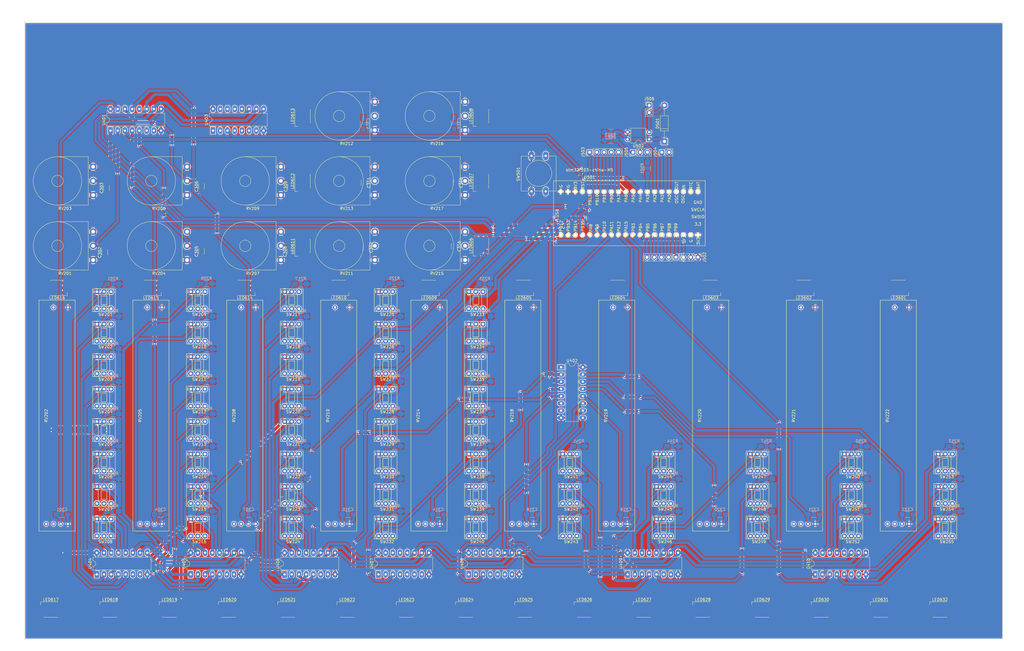
<source format=kicad_pcb>
(kicad_pcb (version 4) (host pcbnew 4.0.6)
  (layers (0 F.Cu signal) (31 B.Cu signal) (34 B.Paste user) (35 F.Paste user) (36 B.SilkS user) (37 F.SilkS user) (38 B.Mask user) (39 F.Mask user) (44 Edge.Cuts user))
  (net 0 "")
  (net 1 GND)
  (net 2 /Mux/HA11)
  (net 3 /Mux/HA12)
  (net 4 /Mux/HA13)
  (net 5 /Mux/HA21)
  (net 6 /Mux/HA22)
  (net 7 /Mux/HA23)
  (net 8 /Mux/HA31)
  (net 9 /Mux/HA32)
  (net 10 /Mux/HA33)
  (net 11 /Mux/DA11)
  (net 12 /Mux/DA12)
  (net 13 /Mux/DA13)
  (net 14 /Mux/DA14)
  (net 15 /Mux/DA21)
  (net 16 /Mux/DA22)
  (net 17 /Mux/DA23)
  (net 18 /Mux/DA24)
  (net 19 /Mux/OA1)
  (net 20 /Mux/OA2)
  (net 21 /Mux/OA3)
  (net 22 /Mux/OA4)
  (net 23 /Mux/OA5)
  (net 24 "Net-(D501-Pad1)")
  (net 25 "Net-(D501-Pad2)")
  (net 26 +3V3)
  (net 27 +5V)
  (net 28 "Net-(J501-Pad4)")
  (net 29 "Net-(J501-Pad5)")
  (net 30 "Net-(J503-Pad1)")
  (net 31 "Net-(J503-Pad2)")
  (net 32 "Net-(J504-Pad1)")
  (net 33 /Mux/HD11)
  (net 34 /Mux/HD12)
  (net 35 /Mux/HD13)
  (net 36 /Mux/HD14)
  (net 37 /Mux/HD15)
  (net 38 /Mux/HD16)
  (net 39 /Mux/HD17)
  (net 40 /Mux/HD18)
  (net 41 /Mux/HD21)
  (net 42 /Mux/HD22)
  (net 43 /Mux/HD23)
  (net 44 /Mux/HD24)
  (net 45 /Mux/HD25)
  (net 46 /Mux/HD26)
  (net 47 /Mux/HD27)
  (net 48 /Mux/HD28)
  (net 49 /Mux/HD31)
  (net 50 /Mux/HD32)
  (net 51 /Mux/HD33)
  (net 52 /Mux/HD34)
  (net 53 /Mux/HD35)
  (net 54 /Mux/HD36)
  (net 55 /Mux/HD37)
  (net 56 /Mux/HD38)
  (net 57 /Mux/DD11)
  (net 58 /Mux/DD12)
  (net 59 /Mux/DD13)
  (net 60 /Mux/DD14)
  (net 61 /Mux/DD15)
  (net 62 /Mux/DD16)
  (net 63 /Mux/DD17)
  (net 64 /Mux/DD18)
  (net 65 /Mux/DD21)
  (net 66 /Mux/DD22)
  (net 67 /Mux/DD23)
  (net 68 /Mux/DD24)
  (net 69 /Mux/DD25)
  (net 70 /Mux/DD26)
  (net 71 /Mux/DD27)
  (net 72 /Mux/DD28)
  (net 73 /Mux/OD11)
  (net 74 /Mux/OD12)
  (net 75 /Mux/OD13)
  (net 76 /Mux/OD21)
  (net 77 /Mux/OD22)
  (net 78 /Mux/OD23)
  (net 79 /Mux/OD31)
  (net 80 /Mux/OD32)
  (net 81 /Mux/OD33)
  (net 82 /Mux/OD41)
  (net 83 /Mux/OD42)
  (net 84 /Mux/OD43)
  (net 85 /Mux/OD51)
  (net 86 /Mux/OD52)
  (net 87 /Mux/OD53)
  (net 88 "Net-(R501-Pad2)")
  (net 89 "Net-(R502-Pad2)")
  (net 90 "Net-(SW501-Pad2)")
  (net 91 /Mux/M11)
  (net 92 /Mux/M21)
  (net 93 /Mux/M22)
  (net 94 /Mux/M23)
  (net 95 /Mux/M24)
  (net 96 /Mux/M25)
  (net 97 /Mux/M26)
  (net 98 /Mux/M27)
  (net 99 "Net-(U501-Pad21)")
  (net 100 "Net-(U501-Pad22)")
  (net 101 "Net-(U501-Pad23)")
  (net 102 "Net-(U501-Pad24)")
  (net 103 /Mux/M12)
  (net 104 /Mux/M13)
  (net 105 "/LED Driver/SK1")
  (net 106 "/LED Driver/SK2")
  (net 107 "Net-(J501-Pad3)")
  (net 108 "Net-(J501-Pad2)")
  (net 109 "Net-(J501-Pad1)")
  (net 110 "Net-(LED601-Pad5)")
  (net 111 "Net-(LED601-Pad6)")
  (net 112 "Net-(LED602-Pad5)")
  (net 113 "Net-(LED602-Pad6)")
  (net 114 "Net-(LED603-Pad5)")
  (net 115 "Net-(LED603-Pad6)")
  (net 116 "Net-(LED604-Pad5)")
  (net 117 "Net-(LED604-Pad6)")
  (net 118 "Net-(LED605-Pad5)")
  (net 119 "Net-(LED605-Pad6)")
  (net 120 "Net-(LED606-Pad5)")
  (net 121 "Net-(LED606-Pad6)")
  (net 122 "Net-(LED607-Pad5)")
  (net 123 "Net-(LED607-Pad6)")
  (net 124 "Net-(LED608-Pad5)")
  (net 125 "Net-(LED608-Pad6)")
  (net 126 "Net-(LED609-Pad5)")
  (net 127 "Net-(LED609-Pad6)")
  (net 128 "Net-(LED610-Pad5)")
  (net 129 "Net-(LED610-Pad6)")
  (net 130 "Net-(LED611-Pad5)")
  (net 131 "Net-(LED611-Pad6)")
  (net 132 "Net-(LED612-Pad5)")
  (net 133 "Net-(LED612-Pad6)")
  (net 134 "Net-(LED613-Pad5)")
  (net 135 "Net-(LED613-Pad6)")
  (net 136 "Net-(LED614-Pad5)")
  (net 137 "Net-(LED614-Pad6)")
  (net 138 "Net-(LED616-Pad5)")
  (net 139 "Net-(LED616-Pad6)")
  (net 140 "Net-(SW228-Pad3)")
  (net 141 "Net-(SW201-Pad3)")
  (net 142 "Net-(SW202-Pad3)")
  (net 143 "Net-(SW203-Pad3)")
  (net 144 "Net-(SW204-Pad3)")
  (net 145 "Net-(SW205-Pad3)")
  (net 146 "Net-(SW206-Pad3)")
  (net 147 "Net-(SW207-Pad3)")
  (net 148 "Net-(SW208-Pad3)")
  (net 149 "Net-(SW209-Pad3)")
  (net 150 "Net-(SW210-Pad3)")
  (net 151 "Net-(SW211-Pad3)")
  (net 152 "Net-(SW212-Pad3)")
  (net 153 "Net-(SW213-Pad3)")
  (net 154 "Net-(SW214-Pad3)")
  (net 155 "Net-(SW215-Pad3)")
  (net 156 "Net-(SW216-Pad3)")
  (net 157 "Net-(SW217-Pad3)")
  (net 158 "Net-(SW218-Pad3)")
  (net 159 "Net-(SW219-Pad3)")
  (net 160 "Net-(SW220-Pad3)")
  (net 161 "Net-(SW221-Pad3)")
  (net 162 "Net-(SW222-Pad3)")
  (net 163 "Net-(SW223-Pad3)")
  (net 164 "Net-(SW224-Pad3)")
  (net 165 "Net-(SW225-Pad3)")
  (net 166 "Net-(SW226-Pad3)")
  (net 167 "Net-(SW227-Pad3)")
  (net 168 "Net-(SW229-Pad3)")
  (net 169 "Net-(SW230-Pad3)")
  (net 170 "Net-(SW231-Pad3)")
  (net 171 "Net-(SW232-Pad3)")
  (net 172 "Net-(SW233-Pad3)")
  (net 173 "Net-(SW234-Pad3)")
  (net 174 "Net-(SW235-Pad3)")
  (net 175 "Net-(SW236-Pad3)")
  (net 176 "Net-(SW237-Pad3)")
  (net 177 "Net-(SW238-Pad3)")
  (net 178 "Net-(SW239-Pad3)")
  (net 179 "Net-(SW240-Pad3)")
  (net 180 "Net-(SW241-Pad3)")
  (net 181 "Net-(SW242-Pad3)")
  (net 182 "Net-(SW243-Pad3)")
  (net 183 "Net-(SW244-Pad3)")
  (net 184 "Net-(SW245-Pad3)")
  (net 185 "Net-(SW246-Pad3)")
  (net 186 "Net-(SW247-Pad3)")
  (net 187 "Net-(SW248-Pad3)")
  (net 188 "Net-(SW249-Pad3)")
  (net 189 "Net-(SW250-Pad3)")
  (net 190 "Net-(SW251-Pad3)")
  (net 191 "Net-(SW252-Pad3)")
  (net 192 "Net-(SW253-Pad3)")
  (net 193 "Net-(SW254-Pad3)")
  (net 194 "Net-(SW255-Pad3)")
  (net 195 "Net-(J504-Pad2)")
  (net 196 "Net-(J505-Pad1)")
  (net 197 "Net-(J505-Pad3)")
  (net 198 "Net-(U401-Pad6)")
  (net 199 "Net-(U401-Pad7)")
  (net 200 "Net-(U402-Pad6)")
  (net 201 "Net-(U402-Pad7)")
  (net 202 "Net-(U403-Pad6)")
  (net 203 "Net-(U403-Pad7)")
  (net 204 "Net-(U404-Pad6)")
  (net 205 "Net-(U404-Pad7)")
  (net 206 "Net-(U405-Pad6)")
  (net 207 "Net-(U405-Pad7)")
  (net 208 "Net-(U406-Pad6)")
  (net 209 "Net-(U406-Pad7)")
  (net 210 "Net-(U407-Pad6)")
  (net 211 "Net-(U407-Pad7)")
  (net 212 "Net-(U408-Pad6)")
  (net 213 "Net-(U408-Pad7)")
  (net 214 "Net-(U409-Pad6)")
  (net 215 "Net-(U409-Pad7)")
  (net 216 "Net-(U410-Pad6)")
  (net 217 "Net-(U410-Pad7)")
  (net 218 "Net-(J503-Pad5)")
  (net 219 "Net-(J503-Pad4)")
  (net 220 "Net-(J503-Pad3)")
  (net 221 "Net-(LED615-Pad5)")
  (net 222 "Net-(LED615-Pad6)")
  (net 223 "Net-(U410-Pad12)")
  (net 224 "Net-(U403-Pad4)")
  (net 225 "Net-(U402-Pad1)")
  (net 226 "Net-(LED617-Pad5)")
  (net 227 "Net-(LED617-Pad6)")
  (net 228 "Net-(LED618-Pad5)")
  (net 229 "Net-(LED618-Pad6)")
  (net 230 "Net-(LED619-Pad5)")
  (net 231 "Net-(LED619-Pad6)")
  (net 232 "Net-(LED620-Pad5)")
  (net 233 "Net-(LED620-Pad6)")
  (net 234 "Net-(LED621-Pad5)")
  (net 235 "Net-(LED621-Pad6)")
  (net 236 "Net-(LED622-Pad5)")
  (net 237 "Net-(LED622-Pad6)")
  (net 238 "Net-(LED623-Pad5)")
  (net 239 "Net-(LED623-Pad6)")
  (net 240 "Net-(LED624-Pad5)")
  (net 241 "Net-(LED624-Pad6)")
  (net 242 "Net-(LED625-Pad5)")
  (net 243 "Net-(LED625-Pad6)")
  (net 244 "Net-(LED626-Pad5)")
  (net 245 "Net-(LED626-Pad6)")
  (net 246 "Net-(LED627-Pad5)")
  (net 247 "Net-(LED627-Pad6)")
  (net 248 "Net-(LED628-Pad5)")
  (net 249 "Net-(LED628-Pad6)")
  (net 250 "Net-(LED629-Pad5)")
  (net 251 "Net-(LED629-Pad6)")
  (net 252 "Net-(LED630-Pad5)")
  (net 253 "Net-(LED630-Pad6)")
  (net 254 "Net-(LED631-Pad5)")
  (net 255 "Net-(LED631-Pad6)")
  (net 256 "Net-(LED632-Pad5)")
  (net 257 "Net-(LED632-Pad6)")
  (net 258 /Mux/M3)
  (net 259 /Mux/M2)
  (net 260 /Mux/M1)
  (module myelin-kicad:via_single (layer F.Cu) (at 50.292 212.09)
    (fp_text reference REF** hide)
    (fp_text value via_single hide)
    (pad 1 thru_hole circle (at 0 0) (size 1.016 1.016) (drill 0.4) (layers *.Cu) (net 26 +3V3))
  )
  (module pots:slidepot (layer F.Cu) (at 80.01 125.73 270)
    (fp_text reference RV205 (at 38.1 2.54 270) (layer F.SilkS))
    (fp_text value SLIDEPOT)
    (pad 2 thru_hole circle (at 76.2 -2.54 270) (size 1.524 1.524) (drill 0.762) (layers *.Cu *.Mask) (net 5 /Mux/HA21))
    (pad 1 thru_hole circle (at 76.2 -5.08 270) (size 1.524 1.524) (drill 0.762) (layers *.Cu *.Mask) (net 1 GND))
    (pad 4 thru_hole circle (at 76.2 0 270) (size 1.524 1.524) (drill 0.762) (layers *.Cu *.Mask))
    (pad 6 thru_hole circle (at 76.2 2.54 270) (size 1.524 1.524) (drill 0.762) (layers *.Cu *.Mask))
    (pad 3 thru_hole circle (at 0 -5.08 270) (size 1.524 1.524) (drill 0.762) (layers *.Cu *.Mask) (net 26 +3V3))
    (pad 5 thru_hole circle (at 0 0 270) (size 1.524 1.524) (drill 0.762) (layers *.Cu *.Mask))
  )
  (module myelin-kicad:via_single (layer F.Cu) (at 91.948 228.219)
    (fp_text reference REF** hide)
    (fp_text value via_single hide)
    (pad 1 thru_hole circle (at 0 0) (size 1.016 1.016) (drill 0.4) (layers *.Cu) (net 26 +3V3))
  )
  (module myelin-kicad:via_single (layer F.Cu) (at 65.659 169.418)
    (fp_text reference REF** hide)
    (fp_text value via_single hide)
    (pad 1 thru_hole circle (at 0 0) (size 1.016 1.016) (drill 0.4) (layers *.Cu) (net 26 +3V3))
  )
  (module myelin-kicad:via_single (layer F.Cu) (at 46.228 169.418)
    (fp_text reference REF** hide)
    (fp_text value via_single hide)
    (pad 1 thru_hole circle (at 0 0) (size 1.016 1.016) (drill 0.4) (layers *.Cu) (net 26 +3V3))
  )
  (module myelin-kicad:via_single (layer F.Cu) (at 46.228 168.275)
    (fp_text reference REF** hide)
    (fp_text value via_single hide)
    (pad 1 thru_hole circle (at 0 0) (size 1.016 1.016) (drill 0.4) (layers *.Cu) (net 26 +3V3))
  )
  (module Housings_DIP:DIP-16_W7.62mm_LongPads (layer F.Cu) (at 67.056 63.5 90)
    (fp_text reference U401 (at 3.81 -2.33 90) (layer F.SilkS))
    (fp_text value 74HC4051)
    (pad 1 thru_hole rect (at 0 0 90) (size 2.4 1.6) (drill 0.8) (layers *.Cu *.Mask) (net 4 /Mux/HA13))
    (pad 9 thru_hole oval (at 7.62 17.78 90) (size 2.4 1.6) (drill 0.8) (layers *.Cu *.Mask) (net 258 /Mux/M3))
    (pad 2 thru_hole oval (at 0 2.54 90) (size 2.4 1.6) (drill 0.8) (layers *.Cu *.Mask) (net 3 /Mux/HA12))
    (pad 10 thru_hole oval (at 7.62 15.24 90) (size 2.4 1.6) (drill 0.8) (layers *.Cu *.Mask) (net 259 /Mux/M2))
    (pad 3 thru_hole oval (at 0 5.08 90) (size 2.4 1.6) (drill 0.8) (layers *.Cu *.Mask) (net 91 /Mux/M11))
    (pad 11 thru_hole oval (at 7.62 12.7 90) (size 2.4 1.6) (drill 0.8) (layers *.Cu *.Mask) (net 260 /Mux/M1))
    (pad 4 thru_hole oval (at 0 7.62 90) (size 2.4 1.6) (drill 0.8) (layers *.Cu *.Mask) (net 5 /Mux/HA21))
    (pad 12 thru_hole oval (at 7.62 10.16 90) (size 2.4 1.6) (drill 0.8) (layers *.Cu *.Mask) (net 9 /Mux/HA32))
    (pad 5 thru_hole oval (at 0 10.16 90) (size 2.4 1.6) (drill 0.8) (layers *.Cu *.Mask) (net 6 /Mux/HA22))
    (pad 13 thru_hole oval (at 7.62 7.62 90) (size 2.4 1.6) (drill 0.8) (layers *.Cu *.Mask) (net 8 /Mux/HA31))
    (pad 6 thru_hole oval (at 0 12.7 90) (size 2.4 1.6) (drill 0.8) (layers *.Cu *.Mask) (net 198 "Net-(U401-Pad6)"))
    (pad 14 thru_hole oval (at 7.62 5.08 90) (size 2.4 1.6) (drill 0.8) (layers *.Cu *.Mask) (net 7 /Mux/HA23))
    (pad 7 thru_hole oval (at 0 15.24 90) (size 2.4 1.6) (drill 0.8) (layers *.Cu *.Mask) (net 199 "Net-(U401-Pad7)"))
    (pad 15 thru_hole oval (at 7.62 2.54 90) (size 2.4 1.6) (drill 0.8) (layers *.Cu *.Mask) (net 2 /Mux/HA11))
    (pad 8 thru_hole oval (at 0 17.78 90) (size 2.4 1.6) (drill 0.8) (layers *.Cu *.Mask) (net 1 GND))
    (pad 16 thru_hole oval (at 7.62 0 90) (size 2.4 1.6) (drill 0.8) (layers *.Cu *.Mask) (net 26 +3V3))
  )
  (module pots:slidepot (layer F.Cu) (at 46.99 125.73 270)
    (fp_text reference RV202 (at 38.1 2.54 270) (layer F.SilkS))
    (fp_text value SLIDEPOT)
    (pad 2 thru_hole circle (at 76.2 -2.54 270) (size 1.524 1.524) (drill 0.762) (layers *.Cu *.Mask) (net 2 /Mux/HA11))
    (pad 1 thru_hole circle (at 76.2 -5.08 270) (size 1.524 1.524) (drill 0.762) (layers *.Cu *.Mask) (net 1 GND))
    (pad 4 thru_hole circle (at 76.2 0 270) (size 1.524 1.524) (drill 0.762) (layers *.Cu *.Mask))
    (pad 6 thru_hole circle (at 76.2 2.54 270) (size 1.524 1.524) (drill 0.762) (layers *.Cu *.Mask))
    (pad 3 thru_hole circle (at 0 -5.08 270) (size 1.524 1.524) (drill 0.762) (layers *.Cu *.Mask) (net 26 +3V3))
    (pad 5 thru_hole circle (at 0 0 270) (size 1.524 1.524) (drill 0.762) (layers *.Cu *.Mask))
  )
  (module pots:slidepot (layer F.Cu) (at 113.03 125.73 270)
    (fp_text reference RV208 (at 38.1 2.54 270) (layer F.SilkS))
    (fp_text value SLIDEPOT)
    (pad 2 thru_hole circle (at 76.2 -2.54 270) (size 1.524 1.524) (drill 0.762) (layers *.Cu *.Mask) (net 8 /Mux/HA31))
    (pad 1 thru_hole circle (at 76.2 -5.08 270) (size 1.524 1.524) (drill 0.762) (layers *.Cu *.Mask) (net 1 GND))
    (pad 4 thru_hole circle (at 76.2 0 270) (size 1.524 1.524) (drill 0.762) (layers *.Cu *.Mask))
    (pad 6 thru_hole circle (at 76.2 2.54 270) (size 1.524 1.524) (drill 0.762) (layers *.Cu *.Mask))
    (pad 3 thru_hole circle (at 0 -5.08 270) (size 1.524 1.524) (drill 0.762) (layers *.Cu *.Mask) (net 26 +3V3))
    (pad 5 thru_hole circle (at 0 0 270) (size 1.524 1.524) (drill 0.762) (layers *.Cu *.Mask))
  )
  (module pots:slidepot (layer F.Cu) (at 146.05 125.73 270)
    (fp_text reference RV210 (at 38.1 2.54 270) (layer F.SilkS))
    (fp_text value SLIDEPOT)
    (pad 2 thru_hole circle (at 76.2 -2.54 270) (size 1.524 1.524) (drill 0.762) (layers *.Cu *.Mask) (net 11 /Mux/DA11))
    (pad 1 thru_hole circle (at 76.2 -5.08 270) (size 1.524 1.524) (drill 0.762) (layers *.Cu *.Mask) (net 1 GND))
    (pad 4 thru_hole circle (at 76.2 0 270) (size 1.524 1.524) (drill 0.762) (layers *.Cu *.Mask))
    (pad 6 thru_hole circle (at 76.2 2.54 270) (size 1.524 1.524) (drill 0.762) (layers *.Cu *.Mask))
    (pad 3 thru_hole circle (at 0 -5.08 270) (size 1.524 1.524) (drill 0.762) (layers *.Cu *.Mask) (net 26 +3V3))
    (pad 5 thru_hole circle (at 0 0 270) (size 1.524 1.524) (drill 0.762) (layers *.Cu *.Mask))
  )
  (module pots:slidepot (layer F.Cu) (at 177.8 125.73 270)
    (fp_text reference RV214 (at 38.1 2.54 270) (layer F.SilkS))
    (fp_text value SLIDEPOT)
    (pad 2 thru_hole circle (at 76.2 -2.54 270) (size 1.524 1.524) (drill 0.762) (layers *.Cu *.Mask) (net 15 /Mux/DA21))
    (pad 1 thru_hole circle (at 76.2 -5.08 270) (size 1.524 1.524) (drill 0.762) (layers *.Cu *.Mask) (net 1 GND))
    (pad 4 thru_hole circle (at 76.2 0 270) (size 1.524 1.524) (drill 0.762) (layers *.Cu *.Mask))
    (pad 6 thru_hole circle (at 76.2 2.54 270) (size 1.524 1.524) (drill 0.762) (layers *.Cu *.Mask))
    (pad 3 thru_hole circle (at 0 -5.08 270) (size 1.524 1.524) (drill 0.762) (layers *.Cu *.Mask) (net 26 +3V3))
    (pad 5 thru_hole circle (at 0 0 270) (size 1.524 1.524) (drill 0.762) (layers *.Cu *.Mask))
  )
  (module pots:slidepot (layer F.Cu) (at 210.82 125.73 270)
    (fp_text reference RV218 (at 38.1 2.54 270) (layer F.SilkS))
    (fp_text value SLIDEPOT)
    (pad 2 thru_hole circle (at 76.2 -2.54 270) (size 1.524 1.524) (drill 0.762) (layers *.Cu *.Mask) (net 19 /Mux/OA1))
    (pad 1 thru_hole circle (at 76.2 -5.08 270) (size 1.524 1.524) (drill 0.762) (layers *.Cu *.Mask) (net 1 GND))
    (pad 4 thru_hole circle (at 76.2 0 270) (size 1.524 1.524) (drill 0.762) (layers *.Cu *.Mask))
    (pad 6 thru_hole circle (at 76.2 2.54 270) (size 1.524 1.524) (drill 0.762) (layers *.Cu *.Mask))
    (pad 3 thru_hole circle (at 0 -5.08 270) (size 1.524 1.524) (drill 0.762) (layers *.Cu *.Mask) (net 26 +3V3))
    (pad 5 thru_hole circle (at 0 0 270) (size 1.524 1.524) (drill 0.762) (layers *.Cu *.Mask))
  )
  (module pots:slidepot (layer F.Cu) (at 243.84 125.73 270)
    (fp_text reference RV219 (at 38.1 2.54 270) (layer F.SilkS))
    (fp_text value SLIDEPOT)
    (pad 2 thru_hole circle (at 76.2 -2.54 270) (size 1.524 1.524) (drill 0.762) (layers *.Cu *.Mask) (net 20 /Mux/OA2))
    (pad 1 thru_hole circle (at 76.2 -5.08 270) (size 1.524 1.524) (drill 0.762) (layers *.Cu *.Mask) (net 1 GND))
    (pad 4 thru_hole circle (at 76.2 0 270) (size 1.524 1.524) (drill 0.762) (layers *.Cu *.Mask))
    (pad 6 thru_hole circle (at 76.2 2.54 270) (size 1.524 1.524) (drill 0.762) (layers *.Cu *.Mask))
    (pad 3 thru_hole circle (at 0 -5.08 270) (size 1.524 1.524) (drill 0.762) (layers *.Cu *.Mask) (net 26 +3V3))
    (pad 5 thru_hole circle (at 0 0 270) (size 1.524 1.524) (drill 0.762) (layers *.Cu *.Mask))
  )
  (module pots:slidepot (layer F.Cu) (at 276.86 125.73 270)
    (fp_text reference RV220 (at 38.1 2.54 270) (layer F.SilkS))
    (fp_text value SLIDEPOT)
    (pad 2 thru_hole circle (at 76.2 -2.54 270) (size 1.524 1.524) (drill 0.762) (layers *.Cu *.Mask) (net 21 /Mux/OA3))
    (pad 1 thru_hole circle (at 76.2 -5.08 270) (size 1.524 1.524) (drill 0.762) (layers *.Cu *.Mask) (net 1 GND))
    (pad 4 thru_hole circle (at 76.2 0 270) (size 1.524 1.524) (drill 0.762) (layers *.Cu *.Mask))
    (pad 6 thru_hole circle (at 76.2 2.54 270) (size 1.524 1.524) (drill 0.762) (layers *.Cu *.Mask))
    (pad 3 thru_hole circle (at 0 -5.08 270) (size 1.524 1.524) (drill 0.762) (layers *.Cu *.Mask) (net 26 +3V3))
    (pad 5 thru_hole circle (at 0 0 270) (size 1.524 1.524) (drill 0.762) (layers *.Cu *.Mask))
  )
  (module pots:slidepot (layer F.Cu) (at 309.88 125.73 270)
    (fp_text reference RV221 (at 38.1 2.54 270) (layer F.SilkS))
    (fp_text value SLIDEPOT)
    (pad 2 thru_hole circle (at 76.2 -2.54 270) (size 1.524 1.524) (drill 0.762) (layers *.Cu *.Mask) (net 22 /Mux/OA4))
    (pad 1 thru_hole circle (at 76.2 -5.08 270) (size 1.524 1.524) (drill 0.762) (layers *.Cu *.Mask) (net 1 GND))
    (pad 4 thru_hole circle (at 76.2 0 270) (size 1.524 1.524) (drill 0.762) (layers *.Cu *.Mask))
    (pad 6 thru_hole circle (at 76.2 2.54 270) (size 1.524 1.524) (drill 0.762) (layers *.Cu *.Mask))
    (pad 3 thru_hole circle (at 0 -5.08 270) (size 1.524 1.524) (drill 0.762) (layers *.Cu *.Mask) (net 26 +3V3))
    (pad 5 thru_hole circle (at 0 0 270) (size 1.524 1.524) (drill 0.762) (layers *.Cu *.Mask))
  )
  (module pots:slidepot (layer F.Cu) (at 342.9 125.73 270)
    (fp_text reference RV222 (at 38.1 2.54 270) (layer F.SilkS))
    (fp_text value SLIDEPOT)
    (pad 2 thru_hole circle (at 76.2 -2.54 270) (size 1.524 1.524) (drill 0.762) (layers *.Cu *.Mask) (net 23 /Mux/OA5))
    (pad 1 thru_hole circle (at 76.2 -5.08 270) (size 1.524 1.524) (drill 0.762) (layers *.Cu *.Mask) (net 1 GND))
    (pad 4 thru_hole circle (at 76.2 0 270) (size 1.524 1.524) (drill 0.762) (layers *.Cu *.Mask))
    (pad 6 thru_hole circle (at 76.2 2.54 270) (size 1.524 1.524) (drill 0.762) (layers *.Cu *.Mask))
    (pad 3 thru_hole circle (at 0 -5.08 270) (size 1.524 1.524) (drill 0.762) (layers *.Cu *.Mask) (net 26 +3V3))
    (pad 5 thru_hole circle (at 0 0 270) (size 1.524 1.524) (drill 0.762) (layers *.Cu *.Mask))
  )
  (module Potentiometers:Potentiometer_Omeg_PC16PU_Horizontal (layer F.Cu) (at 93.98 99.06 180)
    (fp_text reference RV204 (at 9.915 -14.7 180) (layer F.SilkS))
    (fp_text value POT)
    (pad 3 thru_hole circle (at 0 -10 180) (size 2.34 2.34) (drill 1.3) (layers *.Cu *.Mask) (net 1 GND))
    (pad 2 thru_hole circle (at 0 -5 180) (size 2.34 2.34) (drill 1.3) (layers *.Cu *.Mask) (net 6 /Mux/HA22))
    (pad 1 thru_hole circle (at 0 0 180) (size 2.34 2.34) (drill 1.3) (layers *.Cu *.Mask) (net 26 +3V3))
  )
  (module Potentiometers:Potentiometer_Omeg_PC16PU_Horizontal (layer F.Cu) (at 93.98 76.2 180)
    (fp_text reference RV206 (at 9.915 -14.7 180) (layer F.SilkS))
    (fp_text value POT)
    (pad 3 thru_hole circle (at 0 -10 180) (size 2.34 2.34) (drill 1.3) (layers *.Cu *.Mask) (net 1 GND))
    (pad 2 thru_hole circle (at 0 -5 180) (size 2.34 2.34) (drill 1.3) (layers *.Cu *.Mask) (net 7 /Mux/HA23))
    (pad 1 thru_hole circle (at 0 0 180) (size 2.34 2.34) (drill 1.3) (layers *.Cu *.Mask) (net 26 +3V3))
  )
  (module Potentiometers:Potentiometer_Omeg_PC16PU_Horizontal (layer F.Cu) (at 127 99.06 180)
    (fp_text reference RV207 (at 9.915 -14.7 180) (layer F.SilkS))
    (fp_text value POT)
    (pad 3 thru_hole circle (at 0 -10 180) (size 2.34 2.34) (drill 1.3) (layers *.Cu *.Mask) (net 1 GND))
    (pad 2 thru_hole circle (at 0 -5 180) (size 2.34 2.34) (drill 1.3) (layers *.Cu *.Mask) (net 9 /Mux/HA32))
    (pad 1 thru_hole circle (at 0 0 180) (size 2.34 2.34) (drill 1.3) (layers *.Cu *.Mask) (net 26 +3V3))
  )
  (module Potentiometers:Potentiometer_Omeg_PC16PU_Horizontal (layer F.Cu) (at 127 76.2 180)
    (fp_text reference RV209 (at 9.915 -14.7 180) (layer F.SilkS))
    (fp_text value POT)
    (pad 3 thru_hole circle (at 0 -10 180) (size 2.34 2.34) (drill 1.3) (layers *.Cu *.Mask) (net 1 GND))
    (pad 2 thru_hole circle (at 0 -5 180) (size 2.34 2.34) (drill 1.3) (layers *.Cu *.Mask) (net 10 /Mux/HA33))
    (pad 1 thru_hole circle (at 0 0 180) (size 2.34 2.34) (drill 1.3) (layers *.Cu *.Mask) (net 26 +3V3))
  )
  (module Potentiometers:Potentiometer_Omeg_PC16PU_Horizontal (layer F.Cu) (at 160.02 99.06 180)
    (fp_text reference RV211 (at 9.915 -14.7 180) (layer F.SilkS))
    (fp_text value POT)
    (pad 3 thru_hole circle (at 0 -10 180) (size 2.34 2.34) (drill 1.3) (layers *.Cu *.Mask) (net 1 GND))
    (pad 2 thru_hole circle (at 0 -5 180) (size 2.34 2.34) (drill 1.3) (layers *.Cu *.Mask) (net 12 /Mux/DA12))
    (pad 1 thru_hole circle (at 0 0 180) (size 2.34 2.34) (drill 1.3) (layers *.Cu *.Mask) (net 26 +3V3))
  )
  (module Potentiometers:Potentiometer_Omeg_PC16PU_Horizontal (layer F.Cu) (at 160.02 53.34 180)
    (fp_text reference RV212 (at 9.915 -14.7 180) (layer F.SilkS))
    (fp_text value POT)
    (pad 3 thru_hole circle (at 0 -10 180) (size 2.34 2.34) (drill 1.3) (layers *.Cu *.Mask) (net 1 GND))
    (pad 2 thru_hole circle (at 0 -5 180) (size 2.34 2.34) (drill 1.3) (layers *.Cu *.Mask) (net 14 /Mux/DA14))
    (pad 1 thru_hole circle (at 0 0 180) (size 2.34 2.34) (drill 1.3) (layers *.Cu *.Mask) (net 26 +3V3))
  )
  (module Potentiometers:Potentiometer_Omeg_PC16PU_Horizontal (layer F.Cu) (at 160.02 76.2 180)
    (fp_text reference RV213 (at 9.915 -14.7 180) (layer F.SilkS))
    (fp_text value POT)
    (pad 3 thru_hole circle (at 0 -10 180) (size 2.34 2.34) (drill 1.3) (layers *.Cu *.Mask) (net 1 GND))
    (pad 2 thru_hole circle (at 0 -5 180) (size 2.34 2.34) (drill 1.3) (layers *.Cu *.Mask) (net 13 /Mux/DA13))
    (pad 1 thru_hole circle (at 0 0 180) (size 2.34 2.34) (drill 1.3) (layers *.Cu *.Mask) (net 26 +3V3))
  )
  (module Potentiometers:Potentiometer_Omeg_PC16PU_Horizontal (layer F.Cu) (at 191.77 99.06 180)
    (fp_text reference RV215 (at 9.915 -14.7 180) (layer F.SilkS))
    (fp_text value POT)
    (pad 3 thru_hole circle (at 0 -10 180) (size 2.34 2.34) (drill 1.3) (layers *.Cu *.Mask) (net 1 GND))
    (pad 2 thru_hole circle (at 0 -5 180) (size 2.34 2.34) (drill 1.3) (layers *.Cu *.Mask) (net 16 /Mux/DA22))
    (pad 1 thru_hole circle (at 0 0 180) (size 2.34 2.34) (drill 1.3) (layers *.Cu *.Mask) (net 26 +3V3))
  )
  (module Potentiometers:Potentiometer_Omeg_PC16PU_Horizontal (layer F.Cu) (at 191.77 53.34 180)
    (fp_text reference RV216 (at 9.915 -14.7 180) (layer F.SilkS))
    (fp_text value POT)
    (pad 3 thru_hole circle (at 0 -10 180) (size 2.34 2.34) (drill 1.3) (layers *.Cu *.Mask) (net 1 GND))
    (pad 2 thru_hole circle (at 0 -5 180) (size 2.34 2.34) (drill 1.3) (layers *.Cu *.Mask) (net 18 /Mux/DA24))
    (pad 1 thru_hole circle (at 0 0 180) (size 2.34 2.34) (drill 1.3) (layers *.Cu *.Mask) (net 26 +3V3))
  )
  (module Potentiometers:Potentiometer_Omeg_PC16PU_Horizontal (layer F.Cu) (at 191.77 76.2 180)
    (fp_text reference RV217 (at 9.915 -14.7 180) (layer F.SilkS))
    (fp_text value POT)
    (pad 3 thru_hole circle (at 0 -10 180) (size 2.34 2.34) (drill 1.3) (layers *.Cu *.Mask) (net 1 GND))
    (pad 2 thru_hole circle (at 0 -5 180) (size 2.34 2.34) (drill 1.3) (layers *.Cu *.Mask) (net 17 /Mux/DA23))
    (pad 1 thru_hole circle (at 0 0 180) (size 2.34 2.34) (drill 1.3) (layers *.Cu *.Mask) (net 26 +3V3))
  )
  (module LEDs:LED_RGB_5050-6 (layer F.Cu) (at 344.17 118.872 180)
    (fp_text reference LED601 (at 0 -3.5 360) (layer F.SilkS))
    (fp_text value SK9822)
    (pad 1 smd rect (at -2.4 -1.7 270) (size 1.1 2) (layers F.Cu F.Paste F.Mask) (net 106 "/LED Driver/SK2"))
    (pad 2 smd rect (at -2.4 0 270) (size 1.1 2) (layers F.Cu F.Paste F.Mask) (net 105 "/LED Driver/SK1"))
    (pad 3 smd rect (at -2.4 1.7 270) (size 1.1 2) (layers F.Cu F.Paste F.Mask) (net 1 GND))
    (pad 4 smd rect (at 2.4 1.7 270) (size 1.1 2) (layers F.Cu F.Paste F.Mask) (net 27 +5V))
    (pad 5 smd rect (at 2.4 0 270) (size 1.1 2) (layers F.Cu F.Paste F.Mask) (net 110 "Net-(LED601-Pad5)"))
    (pad 6 smd rect (at 2.4 -1.7 270) (size 1.1 2) (layers F.Cu F.Paste F.Mask) (net 111 "Net-(LED601-Pad6)"))
  )
  (module LEDs:LED_RGB_5050-6 (layer F.Cu) (at 310.896 118.872 180)
    (fp_text reference LED602 (at 0 -3.5 360) (layer F.SilkS))
    (fp_text value SK9822)
    (pad 1 smd rect (at -2.4 -1.7 270) (size 1.1 2) (layers F.Cu F.Paste F.Mask) (net 111 "Net-(LED601-Pad6)"))
    (pad 2 smd rect (at -2.4 0 270) (size 1.1 2) (layers F.Cu F.Paste F.Mask) (net 110 "Net-(LED601-Pad5)"))
    (pad 3 smd rect (at -2.4 1.7 270) (size 1.1 2) (layers F.Cu F.Paste F.Mask) (net 1 GND))
    (pad 4 smd rect (at 2.4 1.7 270) (size 1.1 2) (layers F.Cu F.Paste F.Mask) (net 27 +5V))
    (pad 5 smd rect (at 2.4 0 270) (size 1.1 2) (layers F.Cu F.Paste F.Mask) (net 112 "Net-(LED602-Pad5)"))
    (pad 6 smd rect (at 2.4 -1.7 270) (size 1.1 2) (layers F.Cu F.Paste F.Mask) (net 113 "Net-(LED602-Pad6)"))
  )
  (module Potentiometers:Potentiometer_Omeg_PC16PU_Horizontal (layer F.Cu) (at 60.96 99.06 180)
    (fp_text reference RV201 (at 9.915 -14.7 180) (layer F.SilkS))
    (fp_text value POT)
    (pad 3 thru_hole circle (at 0 -10 180) (size 2.34 2.34) (drill 1.3) (layers *.Cu *.Mask) (net 1 GND))
    (pad 2 thru_hole circle (at 0 -5 180) (size 2.34 2.34) (drill 1.3) (layers *.Cu *.Mask) (net 3 /Mux/HA12))
    (pad 1 thru_hole circle (at 0 0 180) (size 2.34 2.34) (drill 1.3) (layers *.Cu *.Mask) (net 26 +3V3))
  )
  (module Potentiometers:Potentiometer_Omeg_PC16PU_Horizontal (layer F.Cu) (at 60.96 76.2 180)
    (fp_text reference RV203 (at 9.915 -14.7 180) (layer F.SilkS))
    (fp_text value POT)
    (pad 3 thru_hole circle (at 0 -10 180) (size 2.34 2.34) (drill 1.3) (layers *.Cu *.Mask) (net 1 GND))
    (pad 2 thru_hole circle (at 0 -5 180) (size 2.34 2.34) (drill 1.3) (layers *.Cu *.Mask) (net 4 /Mux/HA13))
    (pad 1 thru_hole circle (at 0 0 180) (size 2.34 2.34) (drill 1.3) (layers *.Cu *.Mask) (net 26 +3V3))
  )
  (module switches:8mm_push_button (layer F.Cu) (at 64.77 123.19)
    (fp_text reference SW201 (at 0.5 5) (layer F.SilkS))
    (fp_text value SW_SPDT hide)
    (pad 4 thru_hole circle (at 0 3) (size 1.8 1.8) (drill 0.85) (layers *.Cu *.Mask))
    (pad 6 thru_hole circle (at 2.5 3) (size 1.8 1.8) (drill 0.85) (layers *.Cu *.Mask))
    (pad 5 thru_hole circle (at -2.5 3) (size 1.8 1.8) (drill 0.85) (layers *.Cu *.Mask))
    (pad 2 thru_hole circle (at -2.5 -3) (size 1.8 1.8) (drill 0.85) (layers *.Cu *.Mask) (net 1 GND))
    (pad 1 thru_hole circle (at 0 -3) (size 1.8 1.8) (drill 0.85) (layers *.Cu *.Mask) (net 33 /Mux/HD11))
    (pad 3 thru_hole circle (at 2.5 -3) (size 1.8 1.8) (drill 0.85) (layers *.Cu *.Mask) (net 141 "Net-(SW201-Pad3)"))
  )
  (module switches:8mm_push_button (layer F.Cu) (at 64.77 134.62)
    (fp_text reference SW202 (at 0.5 5) (layer F.SilkS))
    (fp_text value SW_SPDT hide)
    (pad 4 thru_hole circle (at 0 3) (size 1.8 1.8) (drill 0.85) (layers *.Cu *.Mask))
    (pad 6 thru_hole circle (at 2.5 3) (size 1.8 1.8) (drill 0.85) (layers *.Cu *.Mask))
    (pad 5 thru_hole circle (at -2.5 3) (size 1.8 1.8) (drill 0.85) (layers *.Cu *.Mask))
    (pad 2 thru_hole circle (at -2.5 -3) (size 1.8 1.8) (drill 0.85) (layers *.Cu *.Mask) (net 1 GND))
    (pad 1 thru_hole circle (at 0 -3) (size 1.8 1.8) (drill 0.85) (layers *.Cu *.Mask) (net 34 /Mux/HD12))
    (pad 3 thru_hole circle (at 2.5 -3) (size 1.8 1.8) (drill 0.85) (layers *.Cu *.Mask) (net 142 "Net-(SW202-Pad3)"))
  )
  (module switches:8mm_push_button (layer F.Cu) (at 64.77 146.05)
    (fp_text reference SW203 (at 0.5 5) (layer F.SilkS))
    (fp_text value SW_SPDT hide)
    (pad 4 thru_hole circle (at 0 3) (size 1.8 1.8) (drill 0.85) (layers *.Cu *.Mask))
    (pad 6 thru_hole circle (at 2.5 3) (size 1.8 1.8) (drill 0.85) (layers *.Cu *.Mask))
    (pad 5 thru_hole circle (at -2.5 3) (size 1.8 1.8) (drill 0.85) (layers *.Cu *.Mask))
    (pad 2 thru_hole circle (at -2.5 -3) (size 1.8 1.8) (drill 0.85) (layers *.Cu *.Mask) (net 1 GND))
    (pad 1 thru_hole circle (at 0 -3) (size 1.8 1.8) (drill 0.85) (layers *.Cu *.Mask) (net 35 /Mux/HD13))
    (pad 3 thru_hole circle (at 2.5 -3) (size 1.8 1.8) (drill 0.85) (layers *.Cu *.Mask) (net 143 "Net-(SW203-Pad3)"))
  )
  (module switches:8mm_push_button (layer F.Cu) (at 64.77 157.48)
    (fp_text reference SW204 (at 0.5 5) (layer F.SilkS))
    (fp_text value SW_SPDT hide)
    (pad 4 thru_hole circle (at 0 3) (size 1.8 1.8) (drill 0.85) (layers *.Cu *.Mask))
    (pad 6 thru_hole circle (at 2.5 3) (size 1.8 1.8) (drill 0.85) (layers *.Cu *.Mask))
    (pad 5 thru_hole circle (at -2.5 3) (size 1.8 1.8) (drill 0.85) (layers *.Cu *.Mask))
    (pad 2 thru_hole circle (at -2.5 -3) (size 1.8 1.8) (drill 0.85) (layers *.Cu *.Mask) (net 1 GND))
    (pad 1 thru_hole circle (at 0 -3) (size 1.8 1.8) (drill 0.85) (layers *.Cu *.Mask) (net 36 /Mux/HD14))
    (pad 3 thru_hole circle (at 2.5 -3) (size 1.8 1.8) (drill 0.85) (layers *.Cu *.Mask) (net 144 "Net-(SW204-Pad3)"))
  )
  (module switches:8mm_push_button (layer F.Cu) (at 64.77 168.91)
    (fp_text reference SW205 (at 0.5 5) (layer F.SilkS))
    (fp_text value SW_SPDT hide)
    (pad 4 thru_hole circle (at 0 3) (size 1.8 1.8) (drill 0.85) (layers *.Cu *.Mask))
    (pad 6 thru_hole circle (at 2.5 3) (size 1.8 1.8) (drill 0.85) (layers *.Cu *.Mask))
    (pad 5 thru_hole circle (at -2.5 3) (size 1.8 1.8) (drill 0.85) (layers *.Cu *.Mask))
    (pad 2 thru_hole circle (at -2.5 -3) (size 1.8 1.8) (drill 0.85) (layers *.Cu *.Mask) (net 1 GND))
    (pad 1 thru_hole circle (at 0 -3) (size 1.8 1.8) (drill 0.85) (layers *.Cu *.Mask) (net 37 /Mux/HD15))
    (pad 3 thru_hole circle (at 2.5 -3) (size 1.8 1.8) (drill 0.85) (layers *.Cu *.Mask) (net 145 "Net-(SW205-Pad3)"))
  )
  (module switches:8mm_push_button (layer F.Cu) (at 64.77 180.34)
    (fp_text reference SW206 (at 0.5 5) (layer F.SilkS))
    (fp_text value SW_SPDT hide)
    (pad 4 thru_hole circle (at 0 3) (size 1.8 1.8) (drill 0.85) (layers *.Cu *.Mask))
    (pad 6 thru_hole circle (at 2.5 3) (size 1.8 1.8) (drill 0.85) (layers *.Cu *.Mask))
    (pad 5 thru_hole circle (at -2.5 3) (size 1.8 1.8) (drill 0.85) (layers *.Cu *.Mask))
    (pad 2 thru_hole circle (at -2.5 -3) (size 1.8 1.8) (drill 0.85) (layers *.Cu *.Mask) (net 1 GND))
    (pad 1 thru_hole circle (at 0 -3) (size 1.8 1.8) (drill 0.85) (layers *.Cu *.Mask) (net 38 /Mux/HD16))
    (pad 3 thru_hole circle (at 2.5 -3) (size 1.8 1.8) (drill 0.85) (layers *.Cu *.Mask) (net 146 "Net-(SW206-Pad3)"))
  )
  (module switches:8mm_push_button (layer F.Cu) (at 64.77 191.77)
    (fp_text reference SW207 (at 0.5 5) (layer F.SilkS))
    (fp_text value SW_SPDT hide)
    (pad 4 thru_hole circle (at 0 3) (size 1.8 1.8) (drill 0.85) (layers *.Cu *.Mask))
    (pad 6 thru_hole circle (at 2.5 3) (size 1.8 1.8) (drill 0.85) (layers *.Cu *.Mask))
    (pad 5 thru_hole circle (at -2.5 3) (size 1.8 1.8) (drill 0.85) (layers *.Cu *.Mask))
    (pad 2 thru_hole circle (at -2.5 -3) (size 1.8 1.8) (drill 0.85) (layers *.Cu *.Mask) (net 1 GND))
    (pad 1 thru_hole circle (at 0 -3) (size 1.8 1.8) (drill 0.85) (layers *.Cu *.Mask) (net 39 /Mux/HD17))
    (pad 3 thru_hole circle (at 2.5 -3) (size 1.8 1.8) (drill 0.85) (layers *.Cu *.Mask) (net 147 "Net-(SW207-Pad3)"))
  )
  (module switches:8mm_push_button (layer F.Cu) (at 64.77 203.2)
    (fp_text reference SW208 (at 0.5 5) (layer F.SilkS))
    (fp_text value SW_SPDT hide)
    (pad 4 thru_hole circle (at 0 3) (size 1.8 1.8) (drill 0.85) (layers *.Cu *.Mask))
    (pad 6 thru_hole circle (at 2.5 3) (size 1.8 1.8) (drill 0.85) (layers *.Cu *.Mask))
    (pad 5 thru_hole circle (at -2.5 3) (size 1.8 1.8) (drill 0.85) (layers *.Cu *.Mask))
    (pad 2 thru_hole circle (at -2.5 -3) (size 1.8 1.8) (drill 0.85) (layers *.Cu *.Mask) (net 1 GND))
    (pad 1 thru_hole circle (at 0 -3) (size 1.8 1.8) (drill 0.85) (layers *.Cu *.Mask) (net 40 /Mux/HD18))
    (pad 3 thru_hole circle (at 2.5 -3) (size 1.8 1.8) (drill 0.85) (layers *.Cu *.Mask) (net 148 "Net-(SW208-Pad3)"))
  )
  (module switches:8mm_push_button (layer F.Cu) (at 97.79 123.19)
    (fp_text reference SW209 (at 0.5 5) (layer F.SilkS))
    (fp_text value SW_SPDT hide)
    (pad 4 thru_hole circle (at 0 3) (size 1.8 1.8) (drill 0.85) (layers *.Cu *.Mask))
    (pad 6 thru_hole circle (at 2.5 3) (size 1.8 1.8) (drill 0.85) (layers *.Cu *.Mask))
    (pad 5 thru_hole circle (at -2.5 3) (size 1.8 1.8) (drill 0.85) (layers *.Cu *.Mask))
    (pad 2 thru_hole circle (at -2.5 -3) (size 1.8 1.8) (drill 0.85) (layers *.Cu *.Mask) (net 1 GND))
    (pad 1 thru_hole circle (at 0 -3) (size 1.8 1.8) (drill 0.85) (layers *.Cu *.Mask) (net 41 /Mux/HD21))
    (pad 3 thru_hole circle (at 2.5 -3) (size 1.8 1.8) (drill 0.85) (layers *.Cu *.Mask) (net 149 "Net-(SW209-Pad3)"))
  )
  (module switches:8mm_push_button (layer F.Cu) (at 97.79 134.62)
    (fp_text reference SW210 (at 0.5 5) (layer F.SilkS))
    (fp_text value SW_SPDT hide)
    (pad 4 thru_hole circle (at 0 3) (size 1.8 1.8) (drill 0.85) (layers *.Cu *.Mask))
    (pad 6 thru_hole circle (at 2.5 3) (size 1.8 1.8) (drill 0.85) (layers *.Cu *.Mask))
    (pad 5 thru_hole circle (at -2.5 3) (size 1.8 1.8) (drill 0.85) (layers *.Cu *.Mask))
    (pad 2 thru_hole circle (at -2.5 -3) (size 1.8 1.8) (drill 0.85) (layers *.Cu *.Mask) (net 1 GND))
    (pad 1 thru_hole circle (at 0 -3) (size 1.8 1.8) (drill 0.85) (layers *.Cu *.Mask) (net 42 /Mux/HD22))
    (pad 3 thru_hole circle (at 2.5 -3) (size 1.8 1.8) (drill 0.85) (layers *.Cu *.Mask) (net 150 "Net-(SW210-Pad3)"))
  )
  (module switches:8mm_push_button (layer F.Cu) (at 97.79 146.05)
    (fp_text reference SW211 (at 0.5 5) (layer F.SilkS))
    (fp_text value SW_SPDT hide)
    (pad 4 thru_hole circle (at 0 3) (size 1.8 1.8) (drill 0.85) (layers *.Cu *.Mask))
    (pad 6 thru_hole circle (at 2.5 3) (size 1.8 1.8) (drill 0.85) (layers *.Cu *.Mask))
    (pad 5 thru_hole circle (at -2.5 3) (size 1.8 1.8) (drill 0.85) (layers *.Cu *.Mask))
    (pad 2 thru_hole circle (at -2.5 -3) (size 1.8 1.8) (drill 0.85) (layers *.Cu *.Mask) (net 1 GND))
    (pad 1 thru_hole circle (at 0 -3) (size 1.8 1.8) (drill 0.85) (layers *.Cu *.Mask) (net 43 /Mux/HD23))
    (pad 3 thru_hole circle (at 2.5 -3) (size 1.8 1.8) (drill 0.85) (layers *.Cu *.Mask) (net 151 "Net-(SW211-Pad3)"))
  )
  (module switches:8mm_push_button (layer F.Cu) (at 97.79 157.48)
    (fp_text reference SW212 (at 0.5 5) (layer F.SilkS))
    (fp_text value SW_SPDT hide)
    (pad 4 thru_hole circle (at 0 3) (size 1.8 1.8) (drill 0.85) (layers *.Cu *.Mask))
    (pad 6 thru_hole circle (at 2.5 3) (size 1.8 1.8) (drill 0.85) (layers *.Cu *.Mask))
    (pad 5 thru_hole circle (at -2.5 3) (size 1.8 1.8) (drill 0.85) (layers *.Cu *.Mask))
    (pad 2 thru_hole circle (at -2.5 -3) (size 1.8 1.8) (drill 0.85) (layers *.Cu *.Mask) (net 1 GND))
    (pad 1 thru_hole circle (at 0 -3) (size 1.8 1.8) (drill 0.85) (layers *.Cu *.Mask) (net 44 /Mux/HD24))
    (pad 3 thru_hole circle (at 2.5 -3) (size 1.8 1.8) (drill 0.85) (layers *.Cu *.Mask) (net 152 "Net-(SW212-Pad3)"))
  )
  (module switches:8mm_push_button (layer F.Cu) (at 97.79 168.91)
    (fp_text reference SW213 (at 0.5 5) (layer F.SilkS))
    (fp_text value SW_SPDT hide)
    (pad 4 thru_hole circle (at 0 3) (size 1.8 1.8) (drill 0.85) (layers *.Cu *.Mask))
    (pad 6 thru_hole circle (at 2.5 3) (size 1.8 1.8) (drill 0.85) (layers *.Cu *.Mask))
    (pad 5 thru_hole circle (at -2.5 3) (size 1.8 1.8) (drill 0.85) (layers *.Cu *.Mask))
    (pad 2 thru_hole circle (at -2.5 -3) (size 1.8 1.8) (drill 0.85) (layers *.Cu *.Mask) (net 1 GND))
    (pad 1 thru_hole circle (at 0 -3) (size 1.8 1.8) (drill 0.85) (layers *.Cu *.Mask) (net 45 /Mux/HD25))
    (pad 3 thru_hole circle (at 2.5 -3) (size 1.8 1.8) (drill 0.85) (layers *.Cu *.Mask) (net 153 "Net-(SW213-Pad3)"))
  )
  (module switches:8mm_push_button (layer F.Cu) (at 97.79 180.34)
    (fp_text reference SW214 (at 0.5 5) (layer F.SilkS))
    (fp_text value SW_SPDT hide)
    (pad 4 thru_hole circle (at 0 3) (size 1.8 1.8) (drill 0.85) (layers *.Cu *.Mask))
    (pad 6 thru_hole circle (at 2.5 3) (size 1.8 1.8) (drill 0.85) (layers *.Cu *.Mask))
    (pad 5 thru_hole circle (at -2.5 3) (size 1.8 1.8) (drill 0.85) (layers *.Cu *.Mask))
    (pad 2 thru_hole circle (at -2.5 -3) (size 1.8 1.8) (drill 0.85) (layers *.Cu *.Mask) (net 1 GND))
    (pad 1 thru_hole circle (at 0 -3) (size 1.8 1.8) (drill 0.85) (layers *.Cu *.Mask) (net 46 /Mux/HD26))
    (pad 3 thru_hole circle (at 2.5 -3) (size 1.8 1.8) (drill 0.85) (layers *.Cu *.Mask) (net 154 "Net-(SW214-Pad3)"))
  )
  (module switches:8mm_push_button (layer F.Cu) (at 97.79 191.77)
    (fp_text reference SW215 (at 0.5 5) (layer F.SilkS))
    (fp_text value SW_SPDT hide)
    (pad 4 thru_hole circle (at 0 3) (size 1.8 1.8) (drill 0.85) (layers *.Cu *.Mask))
    (pad 6 thru_hole circle (at 2.5 3) (size 1.8 1.8) (drill 0.85) (layers *.Cu *.Mask))
    (pad 5 thru_hole circle (at -2.5 3) (size 1.8 1.8) (drill 0.85) (layers *.Cu *.Mask))
    (pad 2 thru_hole circle (at -2.5 -3) (size 1.8 1.8) (drill 0.85) (layers *.Cu *.Mask) (net 1 GND))
    (pad 1 thru_hole circle (at 0 -3) (size 1.8 1.8) (drill 0.85) (layers *.Cu *.Mask) (net 47 /Mux/HD27))
    (pad 3 thru_hole circle (at 2.5 -3) (size 1.8 1.8) (drill 0.85) (layers *.Cu *.Mask) (net 155 "Net-(SW215-Pad3)"))
  )
  (module switches:8mm_push_button (layer F.Cu) (at 97.79 203.2)
    (fp_text reference SW216 (at 0.5 5) (layer F.SilkS))
    (fp_text value SW_SPDT hide)
    (pad 4 thru_hole circle (at 0 3) (size 1.8 1.8) (drill 0.85) (layers *.Cu *.Mask))
    (pad 6 thru_hole circle (at 2.5 3) (size 1.8 1.8) (drill 0.85) (layers *.Cu *.Mask))
    (pad 5 thru_hole circle (at -2.5 3) (size 1.8 1.8) (drill 0.85) (layers *.Cu *.Mask))
    (pad 2 thru_hole circle (at -2.5 -3) (size 1.8 1.8) (drill 0.85) (layers *.Cu *.Mask) (net 1 GND))
    (pad 1 thru_hole circle (at 0 -3) (size 1.8 1.8) (drill 0.85) (layers *.Cu *.Mask) (net 48 /Mux/HD28))
    (pad 3 thru_hole circle (at 2.5 -3) (size 1.8 1.8) (drill 0.85) (layers *.Cu *.Mask) (net 156 "Net-(SW216-Pad3)"))
  )
  (module switches:8mm_push_button (layer F.Cu) (at 130.81 123.19)
    (fp_text reference SW217 (at 0.5 5) (layer F.SilkS))
    (fp_text value SW_SPDT hide)
    (pad 4 thru_hole circle (at 0 3) (size 1.8 1.8) (drill 0.85) (layers *.Cu *.Mask))
    (pad 6 thru_hole circle (at 2.5 3) (size 1.8 1.8) (drill 0.85) (layers *.Cu *.Mask))
    (pad 5 thru_hole circle (at -2.5 3) (size 1.8 1.8) (drill 0.85) (layers *.Cu *.Mask))
    (pad 2 thru_hole circle (at -2.5 -3) (size 1.8 1.8) (drill 0.85) (layers *.Cu *.Mask) (net 1 GND))
    (pad 1 thru_hole circle (at 0 -3) (size 1.8 1.8) (drill 0.85) (layers *.Cu *.Mask) (net 49 /Mux/HD31))
    (pad 3 thru_hole circle (at 2.5 -3) (size 1.8 1.8) (drill 0.85) (layers *.Cu *.Mask) (net 157 "Net-(SW217-Pad3)"))
  )
  (module switches:8mm_push_button (layer F.Cu) (at 130.81 134.62)
    (fp_text reference SW218 (at 0.5 5) (layer F.SilkS))
    (fp_text value SW_SPDT hide)
    (pad 4 thru_hole circle (at 0 3) (size 1.8 1.8) (drill 0.85) (layers *.Cu *.Mask))
    (pad 6 thru_hole circle (at 2.5 3) (size 1.8 1.8) (drill 0.85) (layers *.Cu *.Mask))
    (pad 5 thru_hole circle (at -2.5 3) (size 1.8 1.8) (drill 0.85) (layers *.Cu *.Mask))
    (pad 2 thru_hole circle (at -2.5 -3) (size 1.8 1.8) (drill 0.85) (layers *.Cu *.Mask) (net 1 GND))
    (pad 1 thru_hole circle (at 0 -3) (size 1.8 1.8) (drill 0.85) (layers *.Cu *.Mask) (net 50 /Mux/HD32))
    (pad 3 thru_hole circle (at 2.5 -3) (size 1.8 1.8) (drill 0.85) (layers *.Cu *.Mask) (net 158 "Net-(SW218-Pad3)"))
  )
  (module switches:8mm_push_button (layer F.Cu) (at 130.81 146.05)
    (fp_text reference SW219 (at 0.5 5) (layer F.SilkS))
    (fp_text value SW_SPDT hide)
    (pad 4 thru_hole circle (at 0 3) (size 1.8 1.8) (drill 0.85) (layers *.Cu *.Mask))
    (pad 6 thru_hole circle (at 2.5 3) (size 1.8 1.8) (drill 0.85) (layers *.Cu *.Mask))
    (pad 5 thru_hole circle (at -2.5 3) (size 1.8 1.8) (drill 0.85) (layers *.Cu *.Mask))
    (pad 2 thru_hole circle (at -2.5 -3) (size 1.8 1.8) (drill 0.85) (layers *.Cu *.Mask) (net 1 GND))
    (pad 1 thru_hole circle (at 0 -3) (size 1.8 1.8) (drill 0.85) (layers *.Cu *.Mask) (net 51 /Mux/HD33))
    (pad 3 thru_hole circle (at 2.5 -3) (size 1.8 1.8) (drill 0.85) (layers *.Cu *.Mask) (net 159 "Net-(SW219-Pad3)"))
  )
  (module switches:8mm_push_button (layer F.Cu) (at 130.81 157.48)
    (fp_text reference SW220 (at 0.5 5) (layer F.SilkS))
    (fp_text value SW_SPDT hide)
    (pad 4 thru_hole circle (at 0 3) (size 1.8 1.8) (drill 0.85) (layers *.Cu *.Mask))
    (pad 6 thru_hole circle (at 2.5 3) (size 1.8 1.8) (drill 0.85) (layers *.Cu *.Mask))
    (pad 5 thru_hole circle (at -2.5 3) (size 1.8 1.8) (drill 0.85) (layers *.Cu *.Mask))
    (pad 2 thru_hole circle (at -2.5 -3) (size 1.8 1.8) (drill 0.85) (layers *.Cu *.Mask) (net 1 GND))
    (pad 1 thru_hole circle (at 0 -3) (size 1.8 1.8) (drill 0.85) (layers *.Cu *.Mask) (net 52 /Mux/HD34))
    (pad 3 thru_hole circle (at 2.5 -3) (size 1.8 1.8) (drill 0.85) (layers *.Cu *.Mask) (net 160 "Net-(SW220-Pad3)"))
  )
  (module switches:8mm_push_button (layer F.Cu) (at 130.81 168.91)
    (fp_text reference SW221 (at 0.5 5) (layer F.SilkS))
    (fp_text value SW_SPDT hide)
    (pad 4 thru_hole circle (at 0 3) (size 1.8 1.8) (drill 0.85) (layers *.Cu *.Mask))
    (pad 6 thru_hole circle (at 2.5 3) (size 1.8 1.8) (drill 0.85) (layers *.Cu *.Mask))
    (pad 5 thru_hole circle (at -2.5 3) (size 1.8 1.8) (drill 0.85) (layers *.Cu *.Mask))
    (pad 2 thru_hole circle (at -2.5 -3) (size 1.8 1.8) (drill 0.85) (layers *.Cu *.Mask) (net 1 GND))
    (pad 1 thru_hole circle (at 0 -3) (size 1.8 1.8) (drill 0.85) (layers *.Cu *.Mask) (net 53 /Mux/HD35))
    (pad 3 thru_hole circle (at 2.5 -3) (size 1.8 1.8) (drill 0.85) (layers *.Cu *.Mask) (net 161 "Net-(SW221-Pad3)"))
  )
  (module switches:8mm_push_button (layer F.Cu) (at 130.81 180.34)
    (fp_text reference SW222 (at 0.5 5) (layer F.SilkS))
    (fp_text value SW_SPDT hide)
    (pad 4 thru_hole circle (at 0 3) (size 1.8 1.8) (drill 0.85) (layers *.Cu *.Mask))
    (pad 6 thru_hole circle (at 2.5 3) (size 1.8 1.8) (drill 0.85) (layers *.Cu *.Mask))
    (pad 5 thru_hole circle (at -2.5 3) (size 1.8 1.8) (drill 0.85) (layers *.Cu *.Mask))
    (pad 2 thru_hole circle (at -2.5 -3) (size 1.8 1.8) (drill 0.85) (layers *.Cu *.Mask) (net 1 GND))
    (pad 1 thru_hole circle (at 0 -3) (size 1.8 1.8) (drill 0.85) (layers *.Cu *.Mask) (net 54 /Mux/HD36))
    (pad 3 thru_hole circle (at 2.5 -3) (size 1.8 1.8) (drill 0.85) (layers *.Cu *.Mask) (net 162 "Net-(SW222-Pad3)"))
  )
  (module switches:8mm_push_button (layer F.Cu) (at 130.81 191.77)
    (fp_text reference SW223 (at 0.5 5) (layer F.SilkS))
    (fp_text value SW_SPDT hide)
    (pad 4 thru_hole circle (at 0 3) (size 1.8 1.8) (drill 0.85) (layers *.Cu *.Mask))
    (pad 6 thru_hole circle (at 2.5 3) (size 1.8 1.8) (drill 0.85) (layers *.Cu *.Mask))
    (pad 5 thru_hole circle (at -2.5 3) (size 1.8 1.8) (drill 0.85) (layers *.Cu *.Mask))
    (pad 2 thru_hole circle (at -2.5 -3) (size 1.8 1.8) (drill 0.85) (layers *.Cu *.Mask) (net 1 GND))
    (pad 1 thru_hole circle (at 0 -3) (size 1.8 1.8) (drill 0.85) (layers *.Cu *.Mask) (net 55 /Mux/HD37))
    (pad 3 thru_hole circle (at 2.5 -3) (size 1.8 1.8) (drill 0.85) (layers *.Cu *.Mask) (net 163 "Net-(SW223-Pad3)"))
  )
  (module switches:8mm_push_button (layer F.Cu) (at 130.81 203.2)
    (fp_text reference SW224 (at 0.5 5) (layer F.SilkS))
    (fp_text value SW_SPDT hide)
    (pad 4 thru_hole circle (at 0 3) (size 1.8 1.8) (drill 0.85) (layers *.Cu *.Mask))
    (pad 6 thru_hole circle (at 2.5 3) (size 1.8 1.8) (drill 0.85) (layers *.Cu *.Mask))
    (pad 5 thru_hole circle (at -2.5 3) (size 1.8 1.8) (drill 0.85) (layers *.Cu *.Mask))
    (pad 2 thru_hole circle (at -2.5 -3) (size 1.8 1.8) (drill 0.85) (layers *.Cu *.Mask) (net 1 GND))
    (pad 1 thru_hole circle (at 0 -3) (size 1.8 1.8) (drill 0.85) (layers *.Cu *.Mask) (net 56 /Mux/HD38))
    (pad 3 thru_hole circle (at 2.5 -3) (size 1.8 1.8) (drill 0.85) (layers *.Cu *.Mask) (net 164 "Net-(SW224-Pad3)"))
  )
  (module switches:8mm_push_button (layer F.Cu) (at 163.83 123.19)
    (fp_text reference SW225 (at 0.5 5) (layer F.SilkS))
    (fp_text value SW_SPDT hide)
    (pad 4 thru_hole circle (at 0 3) (size 1.8 1.8) (drill 0.85) (layers *.Cu *.Mask))
    (pad 6 thru_hole circle (at 2.5 3) (size 1.8 1.8) (drill 0.85) (layers *.Cu *.Mask))
    (pad 5 thru_hole circle (at -2.5 3) (size 1.8 1.8) (drill 0.85) (layers *.Cu *.Mask))
    (pad 2 thru_hole circle (at -2.5 -3) (size 1.8 1.8) (drill 0.85) (layers *.Cu *.Mask) (net 1 GND))
    (pad 1 thru_hole circle (at 0 -3) (size 1.8 1.8) (drill 0.85) (layers *.Cu *.Mask) (net 57 /Mux/DD11))
    (pad 3 thru_hole circle (at 2.5 -3) (size 1.8 1.8) (drill 0.85) (layers *.Cu *.Mask) (net 165 "Net-(SW225-Pad3)"))
  )
  (module switches:8mm_push_button (layer F.Cu) (at 163.83 134.62)
    (fp_text reference SW226 (at 0.5 5) (layer F.SilkS))
    (fp_text value SW_SPDT hide)
    (pad 4 thru_hole circle (at 0 3) (size 1.8 1.8) (drill 0.85) (layers *.Cu *.Mask))
    (pad 6 thru_hole circle (at 2.5 3) (size 1.8 1.8) (drill 0.85) (layers *.Cu *.Mask))
    (pad 5 thru_hole circle (at -2.5 3) (size 1.8 1.8) (drill 0.85) (layers *.Cu *.Mask))
    (pad 2 thru_hole circle (at -2.5 -3) (size 1.8 1.8) (drill 0.85) (layers *.Cu *.Mask) (net 1 GND))
    (pad 1 thru_hole circle (at 0 -3) (size 1.8 1.8) (drill 0.85) (layers *.Cu *.Mask) (net 58 /Mux/DD12))
    (pad 3 thru_hole circle (at 2.5 -3) (size 1.8 1.8) (drill 0.85) (layers *.Cu *.Mask) (net 166 "Net-(SW226-Pad3)"))
  )
  (module switches:8mm_push_button (layer F.Cu) (at 163.83 146.05)
    (fp_text reference SW227 (at 0.5 5) (layer F.SilkS))
    (fp_text value SW_SPDT hide)
    (pad 4 thru_hole circle (at 0 3) (size 1.8 1.8) (drill 0.85) (layers *.Cu *.Mask))
    (pad 6 thru_hole circle (at 2.5 3) (size 1.8 1.8) (drill 0.85) (layers *.Cu *.Mask))
    (pad 5 thru_hole circle (at -2.5 3) (size 1.8 1.8) (drill 0.85) (layers *.Cu *.Mask))
    (pad 2 thru_hole circle (at -2.5 -3) (size 1.8 1.8) (drill 0.85) (layers *.Cu *.Mask) (net 1 GND))
    (pad 1 thru_hole circle (at 0 -3) (size 1.8 1.8) (drill 0.85) (layers *.Cu *.Mask) (net 59 /Mux/DD13))
    (pad 3 thru_hole circle (at 2.5 -3) (size 1.8 1.8) (drill 0.85) (layers *.Cu *.Mask) (net 167 "Net-(SW227-Pad3)"))
  )
  (module switches:8mm_push_button (layer F.Cu) (at 163.83 157.48)
    (fp_text reference SW228 (at 0.5 5) (layer F.SilkS))
    (fp_text value SW_SPDT hide)
    (pad 4 thru_hole circle (at 0 3) (size 1.8 1.8) (drill 0.85) (layers *.Cu *.Mask))
    (pad 6 thru_hole circle (at 2.5 3) (size 1.8 1.8) (drill 0.85) (layers *.Cu *.Mask))
    (pad 5 thru_hole circle (at -2.5 3) (size 1.8 1.8) (drill 0.85) (layers *.Cu *.Mask))
    (pad 2 thru_hole circle (at -2.5 -3) (size 1.8 1.8) (drill 0.85) (layers *.Cu *.Mask) (net 1 GND))
    (pad 1 thru_hole circle (at 0 -3) (size 1.8 1.8) (drill 0.85) (layers *.Cu *.Mask) (net 60 /Mux/DD14))
    (pad 3 thru_hole circle (at 2.5 -3) (size 1.8 1.8) (drill 0.85) (layers *.Cu *.Mask) (net 140 "Net-(SW228-Pad3)"))
  )
  (module switches:8mm_push_button (layer F.Cu) (at 163.83 168.91)
    (fp_text reference SW229 (at 0.5 5) (layer F.SilkS))
    (fp_text value SW_SPDT hide)
    (pad 4 thru_hole circle (at 0 3) (size 1.8 1.8) (drill 0.85) (layers *.Cu *.Mask))
    (pad 6 thru_hole circle (at 2.5 3) (size 1.8 1.8) (drill 0.85) (layers *.Cu *.Mask))
    (pad 5 thru_hole circle (at -2.5 3) (size 1.8 1.8) (drill 0.85) (layers *.Cu *.Mask))
    (pad 2 thru_hole circle (at -2.5 -3) (size 1.8 1.8) (drill 0.85) (layers *.Cu *.Mask) (net 1 GND))
    (pad 1 thru_hole circle (at 0 -3) (size 1.8 1.8) (drill 0.85) (layers *.Cu *.Mask) (net 61 /Mux/DD15))
    (pad 3 thru_hole circle (at 2.5 -3) (size 1.8 1.8) (drill 0.85) (layers *.Cu *.Mask) (net 168 "Net-(SW229-Pad3)"))
  )
  (module switches:8mm_push_button (layer F.Cu) (at 163.83 180.34)
    (fp_text reference SW230 (at 0.5 5) (layer F.SilkS))
    (fp_text value SW_SPDT hide)
    (pad 4 thru_hole circle (at 0 3) (size 1.8 1.8) (drill 0.85) (layers *.Cu *.Mask))
    (pad 6 thru_hole circle (at 2.5 3) (size 1.8 1.8) (drill 0.85) (layers *.Cu *.Mask))
    (pad 5 thru_hole circle (at -2.5 3) (size 1.8 1.8) (drill 0.85) (layers *.Cu *.Mask))
    (pad 2 thru_hole circle (at -2.5 -3) (size 1.8 1.8) (drill 0.85) (layers *.Cu *.Mask) (net 1 GND))
    (pad 1 thru_hole circle (at 0 -3) (size 1.8 1.8) (drill 0.85) (layers *.Cu *.Mask) (net 62 /Mux/DD16))
    (pad 3 thru_hole circle (at 2.5 -3) (size 1.8 1.8) (drill 0.85) (layers *.Cu *.Mask) (net 169 "Net-(SW230-Pad3)"))
  )
  (module switches:8mm_push_button (layer F.Cu) (at 163.83 191.77)
    (fp_text reference SW231 (at 0.5 5) (layer F.SilkS))
    (fp_text value SW_SPDT hide)
    (pad 4 thru_hole circle (at 0 3) (size 1.8 1.8) (drill 0.85) (layers *.Cu *.Mask))
    (pad 6 thru_hole circle (at 2.5 3) (size 1.8 1.8) (drill 0.85) (layers *.Cu *.Mask))
    (pad 5 thru_hole circle (at -2.5 3) (size 1.8 1.8) (drill 0.85) (layers *.Cu *.Mask))
    (pad 2 thru_hole circle (at -2.5 -3) (size 1.8 1.8) (drill 0.85) (layers *.Cu *.Mask) (net 1 GND))
    (pad 1 thru_hole circle (at 0 -3) (size 1.8 1.8) (drill 0.85) (layers *.Cu *.Mask) (net 63 /Mux/DD17))
    (pad 3 thru_hole circle (at 2.5 -3) (size 1.8 1.8) (drill 0.85) (layers *.Cu *.Mask) (net 170 "Net-(SW231-Pad3)"))
  )
  (module switches:8mm_push_button (layer F.Cu) (at 163.83 203.2)
    (fp_text reference SW232 (at 0.5 5) (layer F.SilkS))
    (fp_text value SW_SPDT hide)
    (pad 4 thru_hole circle (at 0 3) (size 1.8 1.8) (drill 0.85) (layers *.Cu *.Mask))
    (pad 6 thru_hole circle (at 2.5 3) (size 1.8 1.8) (drill 0.85) (layers *.Cu *.Mask))
    (pad 5 thru_hole circle (at -2.5 3) (size 1.8 1.8) (drill 0.85) (layers *.Cu *.Mask))
    (pad 2 thru_hole circle (at -2.5 -3) (size 1.8 1.8) (drill 0.85) (layers *.Cu *.Mask) (net 1 GND))
    (pad 1 thru_hole circle (at 0 -3) (size 1.8 1.8) (drill 0.85) (layers *.Cu *.Mask) (net 64 /Mux/DD18))
    (pad 3 thru_hole circle (at 2.5 -3) (size 1.8 1.8) (drill 0.85) (layers *.Cu *.Mask) (net 171 "Net-(SW232-Pad3)"))
  )
  (module switches:8mm_push_button (layer F.Cu) (at 195.58 123.19)
    (fp_text reference SW233 (at 0.5 5) (layer F.SilkS))
    (fp_text value SW_SPDT hide)
    (pad 4 thru_hole circle (at 0 3) (size 1.8 1.8) (drill 0.85) (layers *.Cu *.Mask))
    (pad 6 thru_hole circle (at 2.5 3) (size 1.8 1.8) (drill 0.85) (layers *.Cu *.Mask))
    (pad 5 thru_hole circle (at -2.5 3) (size 1.8 1.8) (drill 0.85) (layers *.Cu *.Mask))
    (pad 2 thru_hole circle (at -2.5 -3) (size 1.8 1.8) (drill 0.85) (layers *.Cu *.Mask) (net 1 GND))
    (pad 1 thru_hole circle (at 0 -3) (size 1.8 1.8) (drill 0.85) (layers *.Cu *.Mask) (net 65 /Mux/DD21))
    (pad 3 thru_hole circle (at 2.5 -3) (size 1.8 1.8) (drill 0.85) (layers *.Cu *.Mask) (net 172 "Net-(SW233-Pad3)"))
  )
  (module switches:8mm_push_button (layer F.Cu) (at 195.58 134.62)
    (fp_text reference SW234 (at 0.5 5) (layer F.SilkS))
    (fp_text value SW_SPDT hide)
    (pad 4 thru_hole circle (at 0 3) (size 1.8 1.8) (drill 0.85) (layers *.Cu *.Mask))
    (pad 6 thru_hole circle (at 2.5 3) (size 1.8 1.8) (drill 0.85) (layers *.Cu *.Mask))
    (pad 5 thru_hole circle (at -2.5 3) (size 1.8 1.8) (drill 0.85) (layers *.Cu *.Mask))
    (pad 2 thru_hole circle (at -2.5 -3) (size 1.8 1.8) (drill 0.85) (layers *.Cu *.Mask) (net 1 GND))
    (pad 1 thru_hole circle (at 0 -3) (size 1.8 1.8) (drill 0.85) (layers *.Cu *.Mask) (net 66 /Mux/DD22))
    (pad 3 thru_hole circle (at 2.5 -3) (size 1.8 1.8) (drill 0.85) (layers *.Cu *.Mask) (net 173 "Net-(SW234-Pad3)"))
  )
  (module switches:8mm_push_button (layer F.Cu) (at 195.58 146.05)
    (fp_text reference SW235 (at 0.5 5) (layer F.SilkS))
    (fp_text value SW_SPDT hide)
    (pad 4 thru_hole circle (at 0 3) (size 1.8 1.8) (drill 0.85) (layers *.Cu *.Mask))
    (pad 6 thru_hole circle (at 2.5 3) (size 1.8 1.8) (drill 0.85) (layers *.Cu *.Mask))
    (pad 5 thru_hole circle (at -2.5 3) (size 1.8 1.8) (drill 0.85) (layers *.Cu *.Mask))
    (pad 2 thru_hole circle (at -2.5 -3) (size 1.8 1.8) (drill 0.85) (layers *.Cu *.Mask) (net 1 GND))
    (pad 1 thru_hole circle (at 0 -3) (size 1.8 1.8) (drill 0.85) (layers *.Cu *.Mask) (net 67 /Mux/DD23))
    (pad 3 thru_hole circle (at 2.5 -3) (size 1.8 1.8) (drill 0.85) (layers *.Cu *.Mask) (net 174 "Net-(SW235-Pad3)"))
  )
  (module switches:8mm_push_button (layer F.Cu) (at 195.58 157.48)
    (fp_text reference SW236 (at 0.5 5) (layer F.SilkS))
    (fp_text value SW_SPDT hide)
    (pad 4 thru_hole circle (at 0 3) (size 1.8 1.8) (drill 0.85) (layers *.Cu *.Mask))
    (pad 6 thru_hole circle (at 2.5 3) (size 1.8 1.8) (drill 0.85) (layers *.Cu *.Mask))
    (pad 5 thru_hole circle (at -2.5 3) (size 1.8 1.8) (drill 0.85) (layers *.Cu *.Mask))
    (pad 2 thru_hole circle (at -2.5 -3) (size 1.8 1.8) (drill 0.85) (layers *.Cu *.Mask) (net 1 GND))
    (pad 1 thru_hole circle (at 0 -3) (size 1.8 1.8) (drill 0.85) (layers *.Cu *.Mask) (net 68 /Mux/DD24))
    (pad 3 thru_hole circle (at 2.5 -3) (size 1.8 1.8) (drill 0.85) (layers *.Cu *.Mask) (net 175 "Net-(SW236-Pad3)"))
  )
  (module switches:8mm_push_button (layer F.Cu) (at 195.58 168.91)
    (fp_text reference SW237 (at 0.5 5) (layer F.SilkS))
    (fp_text value SW_SPDT hide)
    (pad 4 thru_hole circle (at 0 3) (size 1.8 1.8) (drill 0.85) (layers *.Cu *.Mask))
    (pad 6 thru_hole circle (at 2.5 3) (size 1.8 1.8) (drill 0.85) (layers *.Cu *.Mask))
    (pad 5 thru_hole circle (at -2.5 3) (size 1.8 1.8) (drill 0.85) (layers *.Cu *.Mask))
    (pad 2 thru_hole circle (at -2.5 -3) (size 1.8 1.8) (drill 0.85) (layers *.Cu *.Mask) (net 1 GND))
    (pad 1 thru_hole circle (at 0 -3) (size 1.8 1.8) (drill 0.85) (layers *.Cu *.Mask) (net 69 /Mux/DD25))
    (pad 3 thru_hole circle (at 2.5 -3) (size 1.8 1.8) (drill 0.85) (layers *.Cu *.Mask) (net 176 "Net-(SW237-Pad3)"))
  )
  (module switches:8mm_push_button (layer F.Cu) (at 195.58 180.34)
    (fp_text reference SW238 (at 0.5 5) (layer F.SilkS))
    (fp_text value SW_SPDT hide)
    (pad 4 thru_hole circle (at 0 3) (size 1.8 1.8) (drill 0.85) (layers *.Cu *.Mask))
    (pad 6 thru_hole circle (at 2.5 3) (size 1.8 1.8) (drill 0.85) (layers *.Cu *.Mask))
    (pad 5 thru_hole circle (at -2.5 3) (size 1.8 1.8) (drill 0.85) (layers *.Cu *.Mask))
    (pad 2 thru_hole circle (at -2.5 -3) (size 1.8 1.8) (drill 0.85) (layers *.Cu *.Mask) (net 1 GND))
    (pad 1 thru_hole circle (at 0 -3) (size 1.8 1.8) (drill 0.85) (layers *.Cu *.Mask) (net 70 /Mux/DD26))
    (pad 3 thru_hole circle (at 2.5 -3) (size 1.8 1.8) (drill 0.85) (layers *.Cu *.Mask) (net 177 "Net-(SW238-Pad3)"))
  )
  (module switches:8mm_push_button (layer F.Cu) (at 195.58 191.77)
    (fp_text reference SW239 (at 0.5 5) (layer F.SilkS))
    (fp_text value SW_SPDT hide)
    (pad 4 thru_hole circle (at 0 3) (size 1.8 1.8) (drill 0.85) (layers *.Cu *.Mask))
    (pad 6 thru_hole circle (at 2.5 3) (size 1.8 1.8) (drill 0.85) (layers *.Cu *.Mask))
    (pad 5 thru_hole circle (at -2.5 3) (size 1.8 1.8) (drill 0.85) (layers *.Cu *.Mask))
    (pad 2 thru_hole circle (at -2.5 -3) (size 1.8 1.8) (drill 0.85) (layers *.Cu *.Mask) (net 1 GND))
    (pad 1 thru_hole circle (at 0 -3) (size 1.8 1.8) (drill 0.85) (layers *.Cu *.Mask) (net 71 /Mux/DD27))
    (pad 3 thru_hole circle (at 2.5 -3) (size 1.8 1.8) (drill 0.85) (layers *.Cu *.Mask) (net 178 "Net-(SW239-Pad3)"))
  )
  (module switches:8mm_push_button (layer F.Cu) (at 195.58 203.2)
    (fp_text reference SW240 (at 0.5 5) (layer F.SilkS))
    (fp_text value SW_SPDT hide)
    (pad 4 thru_hole circle (at 0 3) (size 1.8 1.8) (drill 0.85) (layers *.Cu *.Mask))
    (pad 6 thru_hole circle (at 2.5 3) (size 1.8 1.8) (drill 0.85) (layers *.Cu *.Mask))
    (pad 5 thru_hole circle (at -2.5 3) (size 1.8 1.8) (drill 0.85) (layers *.Cu *.Mask))
    (pad 2 thru_hole circle (at -2.5 -3) (size 1.8 1.8) (drill 0.85) (layers *.Cu *.Mask) (net 1 GND))
    (pad 1 thru_hole circle (at 0 -3) (size 1.8 1.8) (drill 0.85) (layers *.Cu *.Mask) (net 72 /Mux/DD28))
    (pad 3 thru_hole circle (at 2.5 -3) (size 1.8 1.8) (drill 0.85) (layers *.Cu *.Mask) (net 179 "Net-(SW240-Pad3)"))
  )
  (module switches:8mm_push_button (layer F.Cu) (at 228.6 180.34)
    (fp_text reference SW241 (at 0.5 5) (layer F.SilkS))
    (fp_text value SW_SPDT hide)
    (pad 4 thru_hole circle (at 0 3) (size 1.8 1.8) (drill 0.85) (layers *.Cu *.Mask))
    (pad 6 thru_hole circle (at 2.5 3) (size 1.8 1.8) (drill 0.85) (layers *.Cu *.Mask))
    (pad 5 thru_hole circle (at -2.5 3) (size 1.8 1.8) (drill 0.85) (layers *.Cu *.Mask))
    (pad 2 thru_hole circle (at -2.5 -3) (size 1.8 1.8) (drill 0.85) (layers *.Cu *.Mask) (net 1 GND))
    (pad 1 thru_hole circle (at 0 -3) (size 1.8 1.8) (drill 0.85) (layers *.Cu *.Mask) (net 73 /Mux/OD11))
    (pad 3 thru_hole circle (at 2.5 -3) (size 1.8 1.8) (drill 0.85) (layers *.Cu *.Mask) (net 180 "Net-(SW241-Pad3)"))
  )
  (module switches:8mm_push_button (layer F.Cu) (at 228.6 191.77)
    (fp_text reference SW242 (at 0.5 5) (layer F.SilkS))
    (fp_text value SW_SPDT hide)
    (pad 4 thru_hole circle (at 0 3) (size 1.8 1.8) (drill 0.85) (layers *.Cu *.Mask))
    (pad 6 thru_hole circle (at 2.5 3) (size 1.8 1.8) (drill 0.85) (layers *.Cu *.Mask))
    (pad 5 thru_hole circle (at -2.5 3) (size 1.8 1.8) (drill 0.85) (layers *.Cu *.Mask))
    (pad 2 thru_hole circle (at -2.5 -3) (size 1.8 1.8) (drill 0.85) (layers *.Cu *.Mask) (net 1 GND))
    (pad 1 thru_hole circle (at 0 -3) (size 1.8 1.8) (drill 0.85) (layers *.Cu *.Mask) (net 74 /Mux/OD12))
    (pad 3 thru_hole circle (at 2.5 -3) (size 1.8 1.8) (drill 0.85) (layers *.Cu *.Mask) (net 181 "Net-(SW242-Pad3)"))
  )
  (module switches:8mm_push_button (layer F.Cu) (at 228.6 203.2)
    (fp_text reference SW243 (at 0.5 5) (layer F.SilkS))
    (fp_text value SW_SPDT hide)
    (pad 4 thru_hole circle (at 0 3) (size 1.8 1.8) (drill 0.85) (layers *.Cu *.Mask))
    (pad 6 thru_hole circle (at 2.5 3) (size 1.8 1.8) (drill 0.85) (layers *.Cu *.Mask))
    (pad 5 thru_hole circle (at -2.5 3) (size 1.8 1.8) (drill 0.85) (layers *.Cu *.Mask))
    (pad 2 thru_hole circle (at -2.5 -3) (size 1.8 1.8) (drill 0.85) (layers *.Cu *.Mask) (net 1 GND))
    (pad 1 thru_hole circle (at 0 -3) (size 1.8 1.8) (drill 0.85) (layers *.Cu *.Mask) (net 75 /Mux/OD13))
    (pad 3 thru_hole circle (at 2.5 -3) (size 1.8 1.8) (drill 0.85) (layers *.Cu *.Mask) (net 182 "Net-(SW243-Pad3)"))
  )
  (module switches:8mm_push_button (layer F.Cu) (at 261.62 180.34)
    (fp_text reference SW244 (at 0.5 5) (layer F.SilkS))
    (fp_text value SW_SPDT hide)
    (pad 4 thru_hole circle (at 0 3) (size 1.8 1.8) (drill 0.85) (layers *.Cu *.Mask))
    (pad 6 thru_hole circle (at 2.5 3) (size 1.8 1.8) (drill 0.85) (layers *.Cu *.Mask))
    (pad 5 thru_hole circle (at -2.5 3) (size 1.8 1.8) (drill 0.85) (layers *.Cu *.Mask))
    (pad 2 thru_hole circle (at -2.5 -3) (size 1.8 1.8) (drill 0.85) (layers *.Cu *.Mask) (net 1 GND))
    (pad 1 thru_hole circle (at 0 -3) (size 1.8 1.8) (drill 0.85) (layers *.Cu *.Mask) (net 76 /Mux/OD21))
    (pad 3 thru_hole circle (at 2.5 -3) (size 1.8 1.8) (drill 0.85) (layers *.Cu *.Mask) (net 183 "Net-(SW244-Pad3)"))
  )
  (module switches:8mm_push_button (layer F.Cu) (at 261.62 191.77)
    (fp_text reference SW245 (at 0.5 5) (layer F.SilkS))
    (fp_text value SW_SPDT hide)
    (pad 4 thru_hole circle (at 0 3) (size 1.8 1.8) (drill 0.85) (layers *.Cu *.Mask))
    (pad 6 thru_hole circle (at 2.5 3) (size 1.8 1.8) (drill 0.85) (layers *.Cu *.Mask))
    (pad 5 thru_hole circle (at -2.5 3) (size 1.8 1.8) (drill 0.85) (layers *.Cu *.Mask))
    (pad 2 thru_hole circle (at -2.5 -3) (size 1.8 1.8) (drill 0.85) (layers *.Cu *.Mask) (net 1 GND))
    (pad 1 thru_hole circle (at 0 -3) (size 1.8 1.8) (drill 0.85) (layers *.Cu *.Mask) (net 77 /Mux/OD22))
    (pad 3 thru_hole circle (at 2.5 -3) (size 1.8 1.8) (drill 0.85) (layers *.Cu *.Mask) (net 184 "Net-(SW245-Pad3)"))
  )
  (module switches:8mm_push_button (layer F.Cu) (at 261.62 203.2)
    (fp_text reference SW246 (at 0.5 5) (layer F.SilkS))
    (fp_text value SW_SPDT hide)
    (pad 4 thru_hole circle (at 0 3) (size 1.8 1.8) (drill 0.85) (layers *.Cu *.Mask))
    (pad 6 thru_hole circle (at 2.5 3) (size 1.8 1.8) (drill 0.85) (layers *.Cu *.Mask))
    (pad 5 thru_hole circle (at -2.5 3) (size 1.8 1.8) (drill 0.85) (layers *.Cu *.Mask))
    (pad 2 thru_hole circle (at -2.5 -3) (size 1.8 1.8) (drill 0.85) (layers *.Cu *.Mask) (net 1 GND))
    (pad 1 thru_hole circle (at 0 -3) (size 1.8 1.8) (drill 0.85) (layers *.Cu *.Mask) (net 78 /Mux/OD23))
    (pad 3 thru_hole circle (at 2.5 -3) (size 1.8 1.8) (drill 0.85) (layers *.Cu *.Mask) (net 185 "Net-(SW246-Pad3)"))
  )
  (module switches:8mm_push_button (layer F.Cu) (at 294.64 180.34)
    (fp_text reference SW247 (at 0.5 5) (layer F.SilkS))
    (fp_text value SW_SPDT hide)
    (pad 4 thru_hole circle (at 0 3) (size 1.8 1.8) (drill 0.85) (layers *.Cu *.Mask))
    (pad 6 thru_hole circle (at 2.5 3) (size 1.8 1.8) (drill 0.85) (layers *.Cu *.Mask))
    (pad 5 thru_hole circle (at -2.5 3) (size 1.8 1.8) (drill 0.85) (layers *.Cu *.Mask))
    (pad 2 thru_hole circle (at -2.5 -3) (size 1.8 1.8) (drill 0.85) (layers *.Cu *.Mask) (net 1 GND))
    (pad 1 thru_hole circle (at 0 -3) (size 1.8 1.8) (drill 0.85) (layers *.Cu *.Mask) (net 79 /Mux/OD31))
    (pad 3 thru_hole circle (at 2.5 -3) (size 1.8 1.8) (drill 0.85) (layers *.Cu *.Mask) (net 186 "Net-(SW247-Pad3)"))
  )
  (module switches:8mm_push_button (layer F.Cu) (at 294.64 191.77)
    (fp_text reference SW248 (at 0.5 5) (layer F.SilkS))
    (fp_text value SW_SPDT hide)
    (pad 4 thru_hole circle (at 0 3) (size 1.8 1.8) (drill 0.85) (layers *.Cu *.Mask))
    (pad 6 thru_hole circle (at 2.5 3) (size 1.8 1.8) (drill 0.85) (layers *.Cu *.Mask))
    (pad 5 thru_hole circle (at -2.5 3) (size 1.8 1.8) (drill 0.85) (layers *.Cu *.Mask))
    (pad 2 thru_hole circle (at -2.5 -3) (size 1.8 1.8) (drill 0.85) (layers *.Cu *.Mask) (net 1 GND))
    (pad 1 thru_hole circle (at 0 -3) (size 1.8 1.8) (drill 0.85) (layers *.Cu *.Mask) (net 80 /Mux/OD32))
    (pad 3 thru_hole circle (at 2.5 -3) (size 1.8 1.8) (drill 0.85) (layers *.Cu *.Mask) (net 187 "Net-(SW248-Pad3)"))
  )
  (module switches:8mm_push_button (layer F.Cu) (at 294.64 203.2)
    (fp_text reference SW249 (at 0.5 5) (layer F.SilkS))
    (fp_text value SW_SPDT hide)
    (pad 4 thru_hole circle (at 0 3) (size 1.8 1.8) (drill 0.85) (layers *.Cu *.Mask))
    (pad 6 thru_hole circle (at 2.5 3) (size 1.8 1.8) (drill 0.85) (layers *.Cu *.Mask))
    (pad 5 thru_hole circle (at -2.5 3) (size 1.8 1.8) (drill 0.85) (layers *.Cu *.Mask))
    (pad 2 thru_hole circle (at -2.5 -3) (size 1.8 1.8) (drill 0.85) (layers *.Cu *.Mask) (net 1 GND))
    (pad 1 thru_hole circle (at 0 -3) (size 1.8 1.8) (drill 0.85) (layers *.Cu *.Mask) (net 81 /Mux/OD33))
    (pad 3 thru_hole circle (at 2.5 -3) (size 1.8 1.8) (drill 0.85) (layers *.Cu *.Mask) (net 188 "Net-(SW249-Pad3)"))
  )
  (module switches:8mm_push_button (layer F.Cu) (at 327.66 180.34)
    (fp_text reference SW250 (at 0.5 5) (layer F.SilkS))
    (fp_text value SW_SPDT hide)
    (pad 4 thru_hole circle (at 0 3) (size 1.8 1.8) (drill 0.85) (layers *.Cu *.Mask))
    (pad 6 thru_hole circle (at 2.5 3) (size 1.8 1.8) (drill 0.85) (layers *.Cu *.Mask))
    (pad 5 thru_hole circle (at -2.5 3) (size 1.8 1.8) (drill 0.85) (layers *.Cu *.Mask))
    (pad 2 thru_hole circle (at -2.5 -3) (size 1.8 1.8) (drill 0.85) (layers *.Cu *.Mask) (net 1 GND))
    (pad 1 thru_hole circle (at 0 -3) (size 1.8 1.8) (drill 0.85) (layers *.Cu *.Mask) (net 82 /Mux/OD41))
    (pad 3 thru_hole circle (at 2.5 -3) (size 1.8 1.8) (drill 0.85) (layers *.Cu *.Mask) (net 189 "Net-(SW250-Pad3)"))
  )
  (module switches:8mm_push_button (layer F.Cu) (at 327.66 191.77)
    (fp_text reference SW251 (at 0.5 5) (layer F.SilkS))
    (fp_text value SW_SPDT hide)
    (pad 4 thru_hole circle (at 0 3) (size 1.8 1.8) (drill 0.85) (layers *.Cu *.Mask))
    (pad 6 thru_hole circle (at 2.5 3) (size 1.8 1.8) (drill 0.85) (layers *.Cu *.Mask))
    (pad 5 thru_hole circle (at -2.5 3) (size 1.8 1.8) (drill 0.85) (layers *.Cu *.Mask))
    (pad 2 thru_hole circle (at -2.5 -3) (size 1.8 1.8) (drill 0.85) (layers *.Cu *.Mask) (net 1 GND))
    (pad 1 thru_hole circle (at 0 -3) (size 1.8 1.8) (drill 0.85) (layers *.Cu *.Mask) (net 83 /Mux/OD42))
    (pad 3 thru_hole circle (at 2.5 -3) (size 1.8 1.8) (drill 0.85) (layers *.Cu *.Mask) (net 190 "Net-(SW251-Pad3)"))
  )
  (module switches:8mm_push_button (layer F.Cu) (at 327.66 203.2)
    (fp_text reference SW252 (at 0.5 5) (layer F.SilkS))
    (fp_text value SW_SPDT hide)
    (pad 4 thru_hole circle (at 0 3) (size 1.8 1.8) (drill 0.85) (layers *.Cu *.Mask))
    (pad 6 thru_hole circle (at 2.5 3) (size 1.8 1.8) (drill 0.85) (layers *.Cu *.Mask))
    (pad 5 thru_hole circle (at -2.5 3) (size 1.8 1.8) (drill 0.85) (layers *.Cu *.Mask))
    (pad 2 thru_hole circle (at -2.5 -3) (size 1.8 1.8) (drill 0.85) (layers *.Cu *.Mask) (net 1 GND))
    (pad 1 thru_hole circle (at 0 -3) (size 1.8 1.8) (drill 0.85) (layers *.Cu *.Mask) (net 84 /Mux/OD43))
    (pad 3 thru_hole circle (at 2.5 -3) (size 1.8 1.8) (drill 0.85) (layers *.Cu *.Mask) (net 191 "Net-(SW252-Pad3)"))
  )
  (module switches:8mm_push_button (layer F.Cu) (at 360.68 180.34)
    (fp_text reference SW253 (at 0.5 5) (layer F.SilkS))
    (fp_text value SW_SPDT hide)
    (pad 4 thru_hole circle (at 0 3) (size 1.8 1.8) (drill 0.85) (layers *.Cu *.Mask))
    (pad 6 thru_hole circle (at 2.5 3) (size 1.8 1.8) (drill 0.85) (layers *.Cu *.Mask))
    (pad 5 thru_hole circle (at -2.5 3) (size 1.8 1.8) (drill 0.85) (layers *.Cu *.Mask))
    (pad 2 thru_hole circle (at -2.5 -3) (size 1.8 1.8) (drill 0.85) (layers *.Cu *.Mask) (net 1 GND))
    (pad 1 thru_hole circle (at 0 -3) (size 1.8 1.8) (drill 0.85) (layers *.Cu *.Mask) (net 85 /Mux/OD51))
    (pad 3 thru_hole circle (at 2.5 -3) (size 1.8 1.8) (drill 0.85) (layers *.Cu *.Mask) (net 192 "Net-(SW253-Pad3)"))
  )
  (module switches:8mm_push_button (layer F.Cu) (at 360.68 191.77)
    (fp_text reference SW254 (at 0.5 5) (layer F.SilkS))
    (fp_text value SW_SPDT hide)
    (pad 4 thru_hole circle (at 0 3) (size 1.8 1.8) (drill 0.85) (layers *.Cu *.Mask))
    (pad 6 thru_hole circle (at 2.5 3) (size 1.8 1.8) (drill 0.85) (layers *.Cu *.Mask))
    (pad 5 thru_hole circle (at -2.5 3) (size 1.8 1.8) (drill 0.85) (layers *.Cu *.Mask))
    (pad 2 thru_hole circle (at -2.5 -3) (size 1.8 1.8) (drill 0.85) (layers *.Cu *.Mask) (net 1 GND))
    (pad 1 thru_hole circle (at 0 -3) (size 1.8 1.8) (drill 0.85) (layers *.Cu *.Mask) (net 86 /Mux/OD52))
    (pad 3 thru_hole circle (at 2.5 -3) (size 1.8 1.8) (drill 0.85) (layers *.Cu *.Mask) (net 193 "Net-(SW254-Pad3)"))
  )
  (module switches:8mm_push_button (layer F.Cu) (at 360.68 203.2)
    (fp_text reference SW255 (at 0.5 5) (layer F.SilkS))
    (fp_text value SW_SPDT hide)
    (pad 4 thru_hole circle (at 0 3) (size 1.8 1.8) (drill 0.85) (layers *.Cu *.Mask))
    (pad 6 thru_hole circle (at 2.5 3) (size 1.8 1.8) (drill 0.85) (layers *.Cu *.Mask))
    (pad 5 thru_hole circle (at -2.5 3) (size 1.8 1.8) (drill 0.85) (layers *.Cu *.Mask))
    (pad 2 thru_hole circle (at -2.5 -3) (size 1.8 1.8) (drill 0.85) (layers *.Cu *.Mask) (net 1 GND))
    (pad 1 thru_hole circle (at 0 -3) (size 1.8 1.8) (drill 0.85) (layers *.Cu *.Mask) (net 87 /Mux/OD53))
    (pad 3 thru_hole circle (at 2.5 -3) (size 1.8 1.8) (drill 0.85) (layers *.Cu *.Mask) (net 194 "Net-(SW255-Pad3)"))
  )
  (module Capacitors_SMD:C_1206_HandSoldering (layer B.Cu) (at 50.006 198.628 180)
    (fp_text reference C301 (at 0 1.75 180) (layer B.SilkS) (effects (justify mirror)))
    (fp_text value 10uF)
    (pad 1 smd rect (at -2 0 180) (size 2 1.6) (layers B.Cu B.Paste B.Mask) (net 1 GND))
    (pad 2 smd rect (at 2 0 180) (size 2 1.6) (layers B.Cu B.Paste B.Mask) (net 2 /Mux/HA11))
  )
  (module Capacitors_SMD:C_1206_HandSoldering (layer F.Cu) (at 65.024 106.394 90)
    (fp_text reference C302 (at 0 -1.75 90) (layer F.SilkS))
    (fp_text value 10uF)
    (pad 1 smd rect (at -2 0 90) (size 2 1.6) (layers F.Cu F.Paste F.Mask) (net 1 GND))
    (pad 2 smd rect (at 2 0 90) (size 2 1.6) (layers F.Cu F.Paste F.Mask) (net 3 /Mux/HA12))
  )
  (module Capacitors_SMD:C_1206_HandSoldering (layer F.Cu) (at 65.659 83.693 90)
    (fp_text reference C303 (at 0 -1.75 90) (layer F.SilkS))
    (fp_text value 10uF)
    (pad 1 smd rect (at -2 0 90) (size 2 1.6) (layers F.Cu F.Paste F.Mask) (net 1 GND))
    (pad 2 smd rect (at 2 0 90) (size 2 1.6) (layers F.Cu F.Paste F.Mask) (net 4 /Mux/HA13))
  )
  (module Capacitors_SMD:C_1206_HandSoldering (layer B.Cu) (at 84.582 198.628 180)
    (fp_text reference C304 (at 0 1.75 180) (layer B.SilkS) (effects (justify mirror)))
    (fp_text value 10uF)
    (pad 1 smd rect (at -2 0 180) (size 2 1.6) (layers B.Cu B.Paste B.Mask) (net 1 GND))
    (pad 2 smd rect (at 2 0 180) (size 2 1.6) (layers B.Cu B.Paste B.Mask) (net 5 /Mux/HA21))
  )
  (module Capacitors_SMD:C_1206_HandSoldering (layer F.Cu) (at 99.06 106.013 90)
    (fp_text reference C305 (at 0 -1.75 90) (layer F.SilkS))
    (fp_text value 10uF)
    (pad 1 smd rect (at -2 0 90) (size 2 1.6) (layers F.Cu F.Paste F.Mask) (net 1 GND))
    (pad 2 smd rect (at 2 0 90) (size 2 1.6) (layers F.Cu F.Paste F.Mask) (net 6 /Mux/HA22))
  )
  (module Capacitors_SMD:C_1206_HandSoldering (layer F.Cu) (at 99.06 83.153 90)
    (fp_text reference C306 (at 0 -1.75 90) (layer F.SilkS))
    (fp_text value 10uF)
    (pad 1 smd rect (at -2 0 90) (size 2 1.6) (layers F.Cu F.Paste F.Mask) (net 1 GND))
    (pad 2 smd rect (at 2 0 90) (size 2 1.6) (layers F.Cu F.Paste F.Mask) (net 7 /Mux/HA23))
  )
  (module Capacitors_SMD:C_1206_HandSoldering (layer B.Cu) (at 115.665 198.628 180)
    (fp_text reference C307 (at 0 1.75 180) (layer B.SilkS) (effects (justify mirror)))
    (fp_text value 10uF)
    (pad 1 smd rect (at -2 0 180) (size 2 1.6) (layers B.Cu B.Paste B.Mask) (net 1 GND))
    (pad 2 smd rect (at 2 0 180) (size 2 1.6) (layers B.Cu B.Paste B.Mask) (net 8 /Mux/HA31))
  )
  (module Capacitors_SMD:C_1206_HandSoldering (layer F.Cu) (at 130.175 106.077 90)
    (fp_text reference C308 (at 0 -1.75 90) (layer F.SilkS))
    (fp_text value 10uF)
    (pad 1 smd rect (at -2 0 90) (size 2 1.6) (layers F.Cu F.Paste F.Mask) (net 1 GND))
    (pad 2 smd rect (at 2 0 90) (size 2 1.6) (layers F.Cu F.Paste F.Mask) (net 9 /Mux/HA32))
  )
  (module Capacitors_SMD:C_1206_HandSoldering (layer F.Cu) (at 130.429 83.153 90)
    (fp_text reference C309 (at 0 -1.75 90) (layer F.SilkS))
    (fp_text value 10uF)
    (pad 1 smd rect (at -2 0 90) (size 2 1.6) (layers F.Cu F.Paste F.Mask) (net 1 GND))
    (pad 2 smd rect (at 2 0 90) (size 2 1.6) (layers F.Cu F.Paste F.Mask) (net 10 /Mux/HA33))
  )
  (module Capacitors_SMD:C_1206_HandSoldering (layer B.Cu) (at 150.59 198.628 180)
    (fp_text reference C310 (at 0 1.75 180) (layer B.SilkS) (effects (justify mirror)))
    (fp_text value 10uF)
    (pad 1 smd rect (at -2 0 180) (size 2 1.6) (layers B.Cu B.Paste B.Mask) (net 1 GND))
    (pad 2 smd rect (at 2 0 180) (size 2 1.6) (layers B.Cu B.Paste B.Mask) (net 11 /Mux/DA11))
  )
  (module Capacitors_SMD:C_1206_HandSoldering (layer F.Cu) (at 156.21 81.827088 270)
    (fp_text reference C311 (at 0 -1.75 270) (layer F.SilkS))
    (fp_text value 10uF)
    (pad 1 smd rect (at -2 0 270) (size 2 1.6) (layers F.Cu F.Paste F.Mask) (net 1 GND))
    (pad 2 smd rect (at 2 0 270) (size 2 1.6) (layers F.Cu F.Paste F.Mask) (net 12 /Mux/DA12))
  )
  (module Capacitors_SMD:C_1206_HandSoldering (layer F.Cu) (at 156.972 104.655088 270)
    (fp_text reference C312 (at 0 -1.75 270) (layer F.SilkS))
    (fp_text value 10uF)
    (pad 1 smd rect (at -2 0 270) (size 2 1.6) (layers F.Cu F.Paste F.Mask) (net 1 GND))
    (pad 2 smd rect (at 2 0 270) (size 2 1.6) (layers F.Cu F.Paste F.Mask) (net 13 /Mux/DA13))
  )
  (module Capacitors_SMD:C_1206_HandSoldering (layer B.Cu) (at 155.956 60.992 90)
    (fp_text reference C313 (at 0 1.75 90) (layer B.SilkS) (effects (justify mirror)))
    (fp_text value 10uF)
    (pad 1 smd rect (at -2 0 90) (size 2 1.6) (layers B.Cu B.Paste B.Mask) (net 1 GND))
    (pad 2 smd rect (at 2 0 90) (size 2 1.6) (layers B.Cu B.Paste B.Mask) (net 14 /Mux/DA14))
  )
  (module Capacitors_SMD:C_1206_HandSoldering (layer B.Cu) (at 182.34 198.628 180)
    (fp_text reference C314 (at 0 1.75 180) (layer B.SilkS) (effects (justify mirror)))
    (fp_text value 10uF)
    (pad 1 smd rect (at -2 0 180) (size 2 1.6) (layers B.Cu B.Paste B.Mask) (net 1 GND))
    (pad 2 smd rect (at 2 0 180) (size 2 1.6) (layers B.Cu B.Paste B.Mask) (net 15 /Mux/DA21))
  )
  (module Capacitors_SMD:C_1206_HandSoldering (layer F.Cu) (at 188.595 81.827088 270)
    (fp_text reference C315 (at 0 -1.75 270) (layer F.SilkS))
    (fp_text value 10uF)
    (pad 1 smd rect (at -2 0 270) (size 2 1.6) (layers F.Cu F.Paste F.Mask) (net 1 GND))
    (pad 2 smd rect (at 2 0 270) (size 2 1.6) (layers F.Cu F.Paste F.Mask) (net 16 /Mux/DA22))
  )
  (module Capacitors_SMD:C_1206_HandSoldering (layer F.Cu) (at 187.96 104.211088 270)
    (fp_text reference C316 (at 0 -1.75 270) (layer F.SilkS))
    (fp_text value 10uF)
    (pad 1 smd rect (at -2 0 270) (size 2 1.6) (layers F.Cu F.Paste F.Mask) (net 1 GND))
    (pad 2 smd rect (at 2 0 270) (size 2 1.6) (layers F.Cu F.Paste F.Mask) (net 17 /Mux/DA23))
  )
  (module Capacitors_SMD:C_1206_HandSoldering (layer B.Cu) (at 187.96 60.96 90)
    (fp_text reference C317 (at 0 1.75 90) (layer B.SilkS) (effects (justify mirror)))
    (fp_text value 10uF)
    (pad 1 smd rect (at -2 0 90) (size 2 1.6) (layers B.Cu B.Paste B.Mask) (net 1 GND))
    (pad 2 smd rect (at 2 0 90) (size 2 1.6) (layers B.Cu B.Paste B.Mask) (net 18 /Mux/DA24))
  )
  (module Capacitors_SMD:C_1206_HandSoldering (layer B.Cu) (at 215.36 198.628 180)
    (fp_text reference C318 (at 0 1.75 180) (layer B.SilkS) (effects (justify mirror)))
    (fp_text value 10uF)
    (pad 1 smd rect (at -2 0 180) (size 2 1.6) (layers B.Cu B.Paste B.Mask) (net 1 GND))
    (pad 2 smd rect (at 2 0 180) (size 2 1.6) (layers B.Cu B.Paste B.Mask) (net 19 /Mux/OA1))
  )
  (module Capacitors_SMD:C_1206_HandSoldering (layer B.Cu) (at 248.38 198.628 180)
    (fp_text reference C319 (at 0 1.75 180) (layer B.SilkS) (effects (justify mirror)))
    (fp_text value 10uF)
    (pad 1 smd rect (at -2 0 180) (size 2 1.6) (layers B.Cu B.Paste B.Mask) (net 1 GND))
    (pad 2 smd rect (at 2 0 180) (size 2 1.6) (layers B.Cu B.Paste B.Mask) (net 20 /Mux/OA2))
  )
  (module Capacitors_SMD:C_1206_HandSoldering (layer B.Cu) (at 281.4 198.628 180)
    (fp_text reference C320 (at 0 1.75 180) (layer B.SilkS) (effects (justify mirror)))
    (fp_text value 10uF)
    (pad 1 smd rect (at -2 0 180) (size 2 1.6) (layers B.Cu B.Paste B.Mask) (net 1 GND))
    (pad 2 smd rect (at 2 0 180) (size 2 1.6) (layers B.Cu B.Paste B.Mask) (net 21 /Mux/OA3))
  )
  (module Capacitors_SMD:C_1206_HandSoldering (layer B.Cu) (at 314.42 198.628 180)
    (fp_text reference C321 (at 0 1.75 180) (layer B.SilkS) (effects (justify mirror)))
    (fp_text value 10uF)
    (pad 1 smd rect (at -2 0 180) (size 2 1.6) (layers B.Cu B.Paste B.Mask) (net 1 GND))
    (pad 2 smd rect (at 2 0 180) (size 2 1.6) (layers B.Cu B.Paste B.Mask) (net 22 /Mux/OA4))
  )
  (module Capacitors_SMD:C_1206_HandSoldering (layer B.Cu) (at 347.44 198.628 180)
    (fp_text reference C322 (at 0 1.75 180) (layer B.SilkS) (effects (justify mirror)))
    (fp_text value 10uF)
    (pad 1 smd rect (at -2 0 180) (size 2 1.6) (layers B.Cu B.Paste B.Mask) (net 1 GND))
    (pad 2 smd rect (at 2 0 180) (size 2 1.6) (layers B.Cu B.Paste B.Mask) (net 23 /Mux/OA5))
  )
  (module Diodes_THT:D_DO-41_SOD81_P12.70mm_Horizontal (layer F.Cu) (at 261.874 67.31 90)
    (fp_text reference D501 (at 6.35 -2.41 90) (layer F.SilkS))
    (fp_text value D)
    (pad 1 thru_hole rect (at 0 0 90) (size 2.2 2.2) (drill 1.1) (layers *.Cu *.Mask) (net 24 "Net-(D501-Pad1)"))
    (pad 2 thru_hole oval (at 12.7 0 90) (size 2.2 2.2) (drill 1.1) (layers *.Cu *.Mask) (net 25 "Net-(D501-Pad2)"))
  )
  (module Pin_Headers:Pin_Header_Straight_1x05_Pitch2.54mm (layer F.Cu) (at 265.938 108.077 270)
    (fp_text reference J501 (at 0 -2.33 270) (layer F.SilkS))
    (fp_text value CONN_01X05)
    (pad 1 thru_hole rect (at 0 0 270) (size 1.7 1.7) (drill 1) (layers *.Cu *.Mask) (net 109 "Net-(J501-Pad1)"))
    (pad 2 thru_hole oval (at 0 2.54 270) (size 1.7 1.7) (drill 1) (layers *.Cu *.Mask) (net 108 "Net-(J501-Pad2)"))
    (pad 3 thru_hole oval (at 0 5.08 270) (size 1.7 1.7) (drill 1) (layers *.Cu *.Mask) (net 107 "Net-(J501-Pad3)"))
    (pad 4 thru_hole oval (at 0 7.62 270) (size 1.7 1.7) (drill 1) (layers *.Cu *.Mask) (net 28 "Net-(J501-Pad4)"))
    (pad 5 thru_hole oval (at 0 10.16 270) (size 1.7 1.7) (drill 1) (layers *.Cu *.Mask) (net 29 "Net-(J501-Pad5)"))
  )
  (module Pin_Headers:Pin_Header_Straight_1x03_Pitch2.54mm (layer F.Cu) (at 273.685 108.077 270)
    (fp_text reference J502 (at 0 -2.33 270) (layer F.SilkS))
    (fp_text value CONN_01X03)
    (pad 1 thru_hole rect (at 0 0 270) (size 1.7 1.7) (drill 1) (layers *.Cu *.Mask) (net 26 +3V3))
    (pad 2 thru_hole oval (at 0 2.54 270) (size 1.7 1.7) (drill 1) (layers *.Cu *.Mask) (net 1 GND))
    (pad 3 thru_hole oval (at 0 5.08 270) (size 1.7 1.7) (drill 1) (layers *.Cu *.Mask) (net 27 +5V))
  )
  (module Pin_Headers:Pin_Header_Straight_1x05_Pitch2.54mm (layer F.Cu) (at 235.585 71.12 90)
    (fp_text reference J503 (at 0 -2.33 90) (layer F.SilkS))
    (fp_text value CONN_01X05)
    (pad 1 thru_hole rect (at 0 0 90) (size 1.7 1.7) (drill 1) (layers *.Cu *.Mask) (net 30 "Net-(J503-Pad1)"))
    (pad 2 thru_hole oval (at 0 2.54 90) (size 1.7 1.7) (drill 1) (layers *.Cu *.Mask) (net 31 "Net-(J503-Pad2)"))
    (pad 3 thru_hole oval (at 0 5.08 90) (size 1.7 1.7) (drill 1) (layers *.Cu *.Mask) (net 220 "Net-(J503-Pad3)"))
    (pad 4 thru_hole oval (at 0 7.62 90) (size 1.7 1.7) (drill 1) (layers *.Cu *.Mask) (net 219 "Net-(J503-Pad4)"))
    (pad 5 thru_hole oval (at 0 10.16 90) (size 1.7 1.7) (drill 1) (layers *.Cu *.Mask) (net 218 "Net-(J503-Pad5)"))
  )
  (module Pin_Headers:Pin_Header_Straight_1x02_Pitch2.54mm (layer F.Cu) (at 260.985 71.12 90)
    (fp_text reference J504 (at 0 -2.33 90) (layer F.SilkS))
    (fp_text value CONN_01X02)
    (pad 1 thru_hole rect (at 0 0 90) (size 1.7 1.7) (drill 1) (layers *.Cu *.Mask) (net 32 "Net-(J504-Pad1)"))
    (pad 2 thru_hole oval (at 0 2.54 90) (size 1.7 1.7) (drill 1) (layers *.Cu *.Mask) (net 195 "Net-(J504-Pad2)"))
  )
  (module Pin_Headers:Pin_Header_Straight_1x03_Pitch2.54mm (layer F.Cu) (at 250.825 71.12 90)
    (fp_text reference J505 (at 0 -2.33 90) (layer F.SilkS))
    (fp_text value CONN_01X03)
    (pad 1 thru_hole rect (at 0 0 90) (size 1.7 1.7) (drill 1) (layers *.Cu *.Mask) (net 196 "Net-(J505-Pad1)"))
    (pad 2 thru_hole oval (at 0 2.54 90) (size 1.7 1.7) (drill 1) (layers *.Cu *.Mask) (net 1 GND))
    (pad 3 thru_hole oval (at 0 5.08 90) (size 1.7 1.7) (drill 1) (layers *.Cu *.Mask) (net 197 "Net-(J505-Pad3)"))
  )
  (module Pin_Headers:Pin_Header_Straight_1x02_Pitch2.54mm (layer F.Cu) (at 256.54 54.61)
    (fp_text reference J506 (at 0 -2.33) (layer F.SilkS))
    (fp_text value CONN_01X02)
    (pad 1 thru_hole rect (at 0 0) (size 1.7 1.7) (drill 1) (layers *.Cu *.Mask) (net 24 "Net-(D501-Pad1)"))
    (pad 2 thru_hole oval (at 0 2.54) (size 1.7 1.7) (drill 1) (layers *.Cu *.Mask) (net 25 "Net-(D501-Pad2)"))
  )
  (module Resistors_SMD:R_1206_HandSoldering (layer B.Cu) (at 67.945 117.475 180)
    (fp_text reference R201 (at 0 1.85 180) (layer B.SilkS) (effects (justify mirror)))
    (fp_text value 10K)
    (pad 1 smd rect (at -2 0 180) (size 2 1.7) (layers B.Cu B.Paste B.Mask) (net 26 +3V3))
    (pad 2 smd rect (at 2 0 180) (size 2 1.7) (layers B.Cu B.Paste B.Mask) (net 33 /Mux/HD11))
  )
  (module Resistors_SMD:R_1206_HandSoldering (layer B.Cu) (at 67.945 128.905 180)
    (fp_text reference R202 (at 0 1.85 180) (layer B.SilkS) (effects (justify mirror)))
    (fp_text value 10K)
    (pad 1 smd rect (at -2 0 180) (size 2 1.7) (layers B.Cu B.Paste B.Mask) (net 26 +3V3))
    (pad 2 smd rect (at 2 0 180) (size 2 1.7) (layers B.Cu B.Paste B.Mask) (net 34 /Mux/HD12))
  )
  (module Resistors_SMD:R_1206_HandSoldering (layer B.Cu) (at 67.945 140.335 180)
    (fp_text reference R203 (at 0 1.85 180) (layer B.SilkS) (effects (justify mirror)))
    (fp_text value 10K)
    (pad 1 smd rect (at -2 0 180) (size 2 1.7) (layers B.Cu B.Paste B.Mask) (net 26 +3V3))
    (pad 2 smd rect (at 2 0 180) (size 2 1.7) (layers B.Cu B.Paste B.Mask) (net 35 /Mux/HD13))
  )
  (module Resistors_SMD:R_1206_HandSoldering (layer B.Cu) (at 67.945 151.765 180)
    (fp_text reference R204 (at 0 1.85 180) (layer B.SilkS) (effects (justify mirror)))
    (fp_text value 10K)
    (pad 1 smd rect (at -2 0 180) (size 2 1.7) (layers B.Cu B.Paste B.Mask) (net 26 +3V3))
    (pad 2 smd rect (at 2 0 180) (size 2 1.7) (layers B.Cu B.Paste B.Mask) (net 36 /Mux/HD14))
  )
  (module Resistors_SMD:R_1206_HandSoldering (layer B.Cu) (at 67.945 163.195 180)
    (fp_text reference R205 (at 0 1.85 180) (layer B.SilkS) (effects (justify mirror)))
    (fp_text value 10K)
    (pad 1 smd rect (at -2 0 180) (size 2 1.7) (layers B.Cu B.Paste B.Mask) (net 26 +3V3))
    (pad 2 smd rect (at 2 0 180) (size 2 1.7) (layers B.Cu B.Paste B.Mask) (net 37 /Mux/HD15))
  )
  (module Resistors_SMD:R_1206_HandSoldering (layer B.Cu) (at 67.945 174.625 180)
    (fp_text reference R206 (at 0 1.85 180) (layer B.SilkS) (effects (justify mirror)))
    (fp_text value 10K)
    (pad 1 smd rect (at -2 0 180) (size 2 1.7) (layers B.Cu B.Paste B.Mask) (net 26 +3V3))
    (pad 2 smd rect (at 2 0 180) (size 2 1.7) (layers B.Cu B.Paste B.Mask) (net 38 /Mux/HD16))
  )
  (module Resistors_SMD:R_1206_HandSoldering (layer B.Cu) (at 67.945 186.055 180)
    (fp_text reference R207 (at 0 1.85 180) (layer B.SilkS) (effects (justify mirror)))
    (fp_text value 10K)
    (pad 1 smd rect (at -2 0 180) (size 2 1.7) (layers B.Cu B.Paste B.Mask) (net 26 +3V3))
    (pad 2 smd rect (at 2 0 180) (size 2 1.7) (layers B.Cu B.Paste B.Mask) (net 39 /Mux/HD17))
  )
  (module Resistors_SMD:R_1206_HandSoldering (layer B.Cu) (at 67.945 197.485 180)
    (fp_text reference R208 (at 0 1.85 180) (layer B.SilkS) (effects (justify mirror)))
    (fp_text value 10K)
    (pad 1 smd rect (at -2 0 180) (size 2 1.7) (layers B.Cu B.Paste B.Mask) (net 26 +3V3))
    (pad 2 smd rect (at 2 0 180) (size 2 1.7) (layers B.Cu B.Paste B.Mask) (net 40 /Mux/HD18))
  )
  (module Resistors_SMD:R_1206_HandSoldering (layer B.Cu) (at 100.806 117.348 180)
    (fp_text reference R209 (at 0 1.85 180) (layer B.SilkS) (effects (justify mirror)))
    (fp_text value 10K)
    (pad 1 smd rect (at -2 0 180) (size 2 1.7) (layers B.Cu B.Paste B.Mask) (net 26 +3V3))
    (pad 2 smd rect (at 2 0 180) (size 2 1.7) (layers B.Cu B.Paste B.Mask) (net 41 /Mux/HD21))
  )
  (module Resistors_SMD:R_1206_HandSoldering (layer B.Cu) (at 100.965 128.905 180)
    (fp_text reference R210 (at 0 1.85 180) (layer B.SilkS) (effects (justify mirror)))
    (fp_text value 10K)
    (pad 1 smd rect (at -2 0 180) (size 2 1.7) (layers B.Cu B.Paste B.Mask) (net 26 +3V3))
    (pad 2 smd rect (at 2 0 180) (size 2 1.7) (layers B.Cu B.Paste B.Mask) (net 42 /Mux/HD22))
  )
  (module Resistors_SMD:R_1206_HandSoldering (layer B.Cu) (at 100.965 140.335 180)
    (fp_text reference R211 (at 0 1.85 180) (layer B.SilkS) (effects (justify mirror)))
    (fp_text value 10K)
    (pad 1 smd rect (at -2 0 180) (size 2 1.7) (layers B.Cu B.Paste B.Mask) (net 26 +3V3))
    (pad 2 smd rect (at 2 0 180) (size 2 1.7) (layers B.Cu B.Paste B.Mask) (net 43 /Mux/HD23))
  )
  (module Resistors_SMD:R_1206_HandSoldering (layer B.Cu) (at 100.965 151.765 180)
    (fp_text reference R212 (at 0 1.85 180) (layer B.SilkS) (effects (justify mirror)))
    (fp_text value 10K)
    (pad 1 smd rect (at -2 0 180) (size 2 1.7) (layers B.Cu B.Paste B.Mask) (net 26 +3V3))
    (pad 2 smd rect (at 2 0 180) (size 2 1.7) (layers B.Cu B.Paste B.Mask) (net 44 /Mux/HD24))
  )
  (module Resistors_SMD:R_1206_HandSoldering (layer B.Cu) (at 100.965 163.195 180)
    (fp_text reference R213 (at 0 1.85 180) (layer B.SilkS) (effects (justify mirror)))
    (fp_text value 10K)
    (pad 1 smd rect (at -2 0 180) (size 2 1.7) (layers B.Cu B.Paste B.Mask) (net 26 +3V3))
    (pad 2 smd rect (at 2 0 180) (size 2 1.7) (layers B.Cu B.Paste B.Mask) (net 45 /Mux/HD25))
  )
  (module Resistors_SMD:R_1206_HandSoldering (layer B.Cu) (at 100.965 174.625 180)
    (fp_text reference R214 (at 0 1.85 180) (layer B.SilkS) (effects (justify mirror)))
    (fp_text value 10K)
    (pad 1 smd rect (at -2 0 180) (size 2 1.7) (layers B.Cu B.Paste B.Mask) (net 26 +3V3))
    (pad 2 smd rect (at 2 0 180) (size 2 1.7) (layers B.Cu B.Paste B.Mask) (net 46 /Mux/HD26))
  )
  (module Resistors_SMD:R_1206_HandSoldering (layer B.Cu) (at 100.965 186.055 180)
    (fp_text reference R215 (at 0 1.85 180) (layer B.SilkS) (effects (justify mirror)))
    (fp_text value 10K)
    (pad 1 smd rect (at -2 0 180) (size 2 1.7) (layers B.Cu B.Paste B.Mask) (net 26 +3V3))
    (pad 2 smd rect (at 2 0 180) (size 2 1.7) (layers B.Cu B.Paste B.Mask) (net 47 /Mux/HD27))
  )
  (module Resistors_SMD:R_1206_HandSoldering (layer B.Cu) (at 100.965 197.485 180)
    (fp_text reference R216 (at 0 1.85 180) (layer B.SilkS) (effects (justify mirror)))
    (fp_text value 10K)
    (pad 1 smd rect (at -2 0 180) (size 2 1.7) (layers B.Cu B.Paste B.Mask) (net 26 +3V3))
    (pad 2 smd rect (at 2 0 180) (size 2 1.7) (layers B.Cu B.Paste B.Mask) (net 48 /Mux/HD28))
  )
  (module Resistors_SMD:R_1206_HandSoldering (layer B.Cu) (at 133.985 117.475 180)
    (fp_text reference R217 (at 0 1.85 180) (layer B.SilkS) (effects (justify mirror)))
    (fp_text value 10K)
    (pad 1 smd rect (at -2 0 180) (size 2 1.7) (layers B.Cu B.Paste B.Mask) (net 26 +3V3))
    (pad 2 smd rect (at 2 0 180) (size 2 1.7) (layers B.Cu B.Paste B.Mask) (net 49 /Mux/HD31))
  )
  (module Resistors_SMD:R_1206_HandSoldering (layer B.Cu) (at 133.985 128.905 180)
    (fp_text reference R218 (at 0 1.85 180) (layer B.SilkS) (effects (justify mirror)))
    (fp_text value 10K)
    (pad 1 smd rect (at -2 0 180) (size 2 1.7) (layers B.Cu B.Paste B.Mask) (net 26 +3V3))
    (pad 2 smd rect (at 2 0 180) (size 2 1.7) (layers B.Cu B.Paste B.Mask) (net 50 /Mux/HD32))
  )
  (module Resistors_SMD:R_1206_HandSoldering (layer B.Cu) (at 133.985 140.335 180)
    (fp_text reference R219 (at 0 1.85 180) (layer B.SilkS) (effects (justify mirror)))
    (fp_text value 10K)
    (pad 1 smd rect (at -2 0 180) (size 2 1.7) (layers B.Cu B.Paste B.Mask) (net 26 +3V3))
    (pad 2 smd rect (at 2 0 180) (size 2 1.7) (layers B.Cu B.Paste B.Mask) (net 51 /Mux/HD33))
  )
  (module Resistors_SMD:R_1206_HandSoldering (layer B.Cu) (at 133.985 151.765 180)
    (fp_text reference R220 (at 0 1.85 180) (layer B.SilkS) (effects (justify mirror)))
    (fp_text value 10K)
    (pad 1 smd rect (at -2 0 180) (size 2 1.7) (layers B.Cu B.Paste B.Mask) (net 26 +3V3))
    (pad 2 smd rect (at 2 0 180) (size 2 1.7) (layers B.Cu B.Paste B.Mask) (net 52 /Mux/HD34))
  )
  (module Resistors_SMD:R_1206_HandSoldering (layer B.Cu) (at 133.985 163.195 180)
    (fp_text reference R221 (at 0 1.85 180) (layer B.SilkS) (effects (justify mirror)))
    (fp_text value 10K)
    (pad 1 smd rect (at -2 0 180) (size 2 1.7) (layers B.Cu B.Paste B.Mask) (net 26 +3V3))
    (pad 2 smd rect (at 2 0 180) (size 2 1.7) (layers B.Cu B.Paste B.Mask) (net 53 /Mux/HD35))
  )
  (module Resistors_SMD:R_1206_HandSoldering (layer B.Cu) (at 133.985 174.625 180)
    (fp_text reference R222 (at 0 1.85 180) (layer B.SilkS) (effects (justify mirror)))
    (fp_text value 10K)
    (pad 1 smd rect (at -2 0 180) (size 2 1.7) (layers B.Cu B.Paste B.Mask) (net 26 +3V3))
    (pad 2 smd rect (at 2 0 180) (size 2 1.7) (layers B.Cu B.Paste B.Mask) (net 54 /Mux/HD36))
  )
  (module Resistors_SMD:R_1206_HandSoldering (layer B.Cu) (at 133.985 186.055 180)
    (fp_text reference R223 (at 0 1.85 180) (layer B.SilkS) (effects (justify mirror)))
    (fp_text value 10K)
    (pad 1 smd rect (at -2 0 180) (size 2 1.7) (layers B.Cu B.Paste B.Mask) (net 26 +3V3))
    (pad 2 smd rect (at 2 0 180) (size 2 1.7) (layers B.Cu B.Paste B.Mask) (net 55 /Mux/HD37))
  )
  (module Resistors_SMD:R_1206_HandSoldering (layer B.Cu) (at 133.985 197.485 180)
    (fp_text reference R224 (at 0 1.85 180) (layer B.SilkS) (effects (justify mirror)))
    (fp_text value 10K)
    (pad 1 smd rect (at -2 0 180) (size 2 1.7) (layers B.Cu B.Paste B.Mask) (net 26 +3V3))
    (pad 2 smd rect (at 2 0 180) (size 2 1.7) (layers B.Cu B.Paste B.Mask) (net 56 /Mux/HD38))
  )
  (module Resistors_SMD:R_1206_HandSoldering (layer B.Cu) (at 167.024682 128.883562 180)
    (fp_text reference R226 (at 0 1.85 180) (layer B.SilkS) (effects (justify mirror)))
    (fp_text value 10K)
    (pad 1 smd rect (at -2 0 180) (size 2 1.7) (layers B.Cu B.Paste B.Mask) (net 26 +3V3))
    (pad 2 smd rect (at 2 0 180) (size 2 1.7) (layers B.Cu B.Paste B.Mask) (net 58 /Mux/DD12))
  )
  (module Resistors_SMD:R_1206_HandSoldering (layer B.Cu) (at 167.024682 140.313562 180)
    (fp_text reference R227 (at 0 1.85 180) (layer B.SilkS) (effects (justify mirror)))
    (fp_text value 10K)
    (pad 1 smd rect (at -2 0 180) (size 2 1.7) (layers B.Cu B.Paste B.Mask) (net 26 +3V3))
    (pad 2 smd rect (at 2 0 180) (size 2 1.7) (layers B.Cu B.Paste B.Mask) (net 59 /Mux/DD13))
  )
  (module Resistors_SMD:R_1206_HandSoldering (layer B.Cu) (at 167.024682 151.743562 180)
    (fp_text reference R228 (at 0 1.85 180) (layer B.SilkS) (effects (justify mirror)))
    (fp_text value 10K)
    (pad 1 smd rect (at -2 0 180) (size 2 1.7) (layers B.Cu B.Paste B.Mask) (net 26 +3V3))
    (pad 2 smd rect (at 2 0 180) (size 2 1.7) (layers B.Cu B.Paste B.Mask) (net 60 /Mux/DD14))
  )
  (module Resistors_SMD:R_1206_HandSoldering (layer B.Cu) (at 167.024682 163.173562 180)
    (fp_text reference R229 (at 0 1.85 180) (layer B.SilkS) (effects (justify mirror)))
    (fp_text value 10K)
    (pad 1 smd rect (at -2 0 180) (size 2 1.7) (layers B.Cu B.Paste B.Mask) (net 26 +3V3))
    (pad 2 smd rect (at 2 0 180) (size 2 1.7) (layers B.Cu B.Paste B.Mask) (net 61 /Mux/DD15))
  )
  (module Resistors_SMD:R_1206_HandSoldering (layer B.Cu) (at 167.024682 174.603562 180)
    (fp_text reference R230 (at 0 1.85 180) (layer B.SilkS) (effects (justify mirror)))
    (fp_text value 10K)
    (pad 1 smd rect (at -2 0 180) (size 2 1.7) (layers B.Cu B.Paste B.Mask) (net 26 +3V3))
    (pad 2 smd rect (at 2 0 180) (size 2 1.7) (layers B.Cu B.Paste B.Mask) (net 62 /Mux/DD16))
  )
  (module Resistors_SMD:R_1206_HandSoldering (layer B.Cu) (at 167.024682 186.033562 180)
    (fp_text reference R231 (at 0 1.85 180) (layer B.SilkS) (effects (justify mirror)))
    (fp_text value 10K)
    (pad 1 smd rect (at -2 0 180) (size 2 1.7) (layers B.Cu B.Paste B.Mask) (net 26 +3V3))
    (pad 2 smd rect (at 2 0 180) (size 2 1.7) (layers B.Cu B.Paste B.Mask) (net 63 /Mux/DD17))
  )
  (module Resistors_SMD:R_1206_HandSoldering (layer B.Cu) (at 167.024682 197.463562 180)
    (fp_text reference R232 (at 0 1.85 180) (layer B.SilkS) (effects (justify mirror)))
    (fp_text value 10K)
    (pad 1 smd rect (at -2 0 180) (size 2 1.7) (layers B.Cu B.Paste B.Mask) (net 26 +3V3))
    (pad 2 smd rect (at 2 0 180) (size 2 1.7) (layers B.Cu B.Paste B.Mask) (net 64 /Mux/DD18))
  )
  (module Resistors_SMD:R_1206_HandSoldering (layer B.Cu) (at 198.755 117.475 180)
    (fp_text reference R233 (at 0 1.85 180) (layer B.SilkS) (effects (justify mirror)))
    (fp_text value 10K)
    (pad 1 smd rect (at -2 0 180) (size 2 1.7) (layers B.Cu B.Paste B.Mask) (net 26 +3V3))
    (pad 2 smd rect (at 2 0 180) (size 2 1.7) (layers B.Cu B.Paste B.Mask) (net 65 /Mux/DD21))
  )
  (module Resistors_SMD:R_1206_HandSoldering (layer B.Cu) (at 198.755 128.905 180)
    (fp_text reference R234 (at 0 1.85 180) (layer B.SilkS) (effects (justify mirror)))
    (fp_text value 10K)
    (pad 1 smd rect (at -2 0 180) (size 2 1.7) (layers B.Cu B.Paste B.Mask) (net 26 +3V3))
    (pad 2 smd rect (at 2 0 180) (size 2 1.7) (layers B.Cu B.Paste B.Mask) (net 66 /Mux/DD22))
  )
  (module Resistors_SMD:R_1206_HandSoldering (layer B.Cu) (at 198.755 140.335 180)
    (fp_text reference R235 (at 0 1.85 180) (layer B.SilkS) (effects (justify mirror)))
    (fp_text value 10K)
    (pad 1 smd rect (at -2 0 180) (size 2 1.7) (layers B.Cu B.Paste B.Mask) (net 26 +3V3))
    (pad 2 smd rect (at 2 0 180) (size 2 1.7) (layers B.Cu B.Paste B.Mask) (net 67 /Mux/DD23))
  )
  (module Resistors_SMD:R_1206_HandSoldering (layer B.Cu) (at 198.755 151.765 180)
    (fp_text reference R236 (at 0 1.85 180) (layer B.SilkS) (effects (justify mirror)))
    (fp_text value 10K)
    (pad 1 smd rect (at -2 0 180) (size 2 1.7) (layers B.Cu B.Paste B.Mask) (net 26 +3V3))
    (pad 2 smd rect (at 2 0 180) (size 2 1.7) (layers B.Cu B.Paste B.Mask) (net 68 /Mux/DD24))
  )
  (module Resistors_SMD:R_1206_HandSoldering (layer B.Cu) (at 198.755 163.195 180)
    (fp_text reference R237 (at 0 1.85 180) (layer B.SilkS) (effects (justify mirror)))
    (fp_text value 10K)
    (pad 1 smd rect (at -2 0 180) (size 2 1.7) (layers B.Cu B.Paste B.Mask) (net 26 +3V3))
    (pad 2 smd rect (at 2 0 180) (size 2 1.7) (layers B.Cu B.Paste B.Mask) (net 69 /Mux/DD25))
  )
  (module Resistors_SMD:R_1206_HandSoldering (layer B.Cu) (at 198.755 174.625 180)
    (fp_text reference R238 (at 0 1.85 180) (layer B.SilkS) (effects (justify mirror)))
    (fp_text value 10K)
    (pad 1 smd rect (at -2 0 180) (size 2 1.7) (layers B.Cu B.Paste B.Mask) (net 26 +3V3))
    (pad 2 smd rect (at 2 0 180) (size 2 1.7) (layers B.Cu B.Paste B.Mask) (net 70 /Mux/DD26))
  )
  (module Resistors_SMD:R_1206_HandSoldering (layer B.Cu) (at 198.755 186.055 180)
    (fp_text reference R239 (at 0 1.85 180) (layer B.SilkS) (effects (justify mirror)))
    (fp_text value 10K)
    (pad 1 smd rect (at -2 0 180) (size 2 1.7) (layers B.Cu B.Paste B.Mask) (net 26 +3V3))
    (pad 2 smd rect (at 2 0 180) (size 2 1.7) (layers B.Cu B.Paste B.Mask) (net 71 /Mux/DD27))
  )
  (module Resistors_SMD:R_1206_HandSoldering (layer B.Cu) (at 198.755 197.485 180)
    (fp_text reference R240 (at 0 1.85 180) (layer B.SilkS) (effects (justify mirror)))
    (fp_text value 10K)
    (pad 1 smd rect (at -2 0 180) (size 2 1.7) (layers B.Cu B.Paste B.Mask) (net 26 +3V3))
    (pad 2 smd rect (at 2 0 180) (size 2 1.7) (layers B.Cu B.Paste B.Mask) (net 72 /Mux/DD28))
  )
  (module Resistors_SMD:R_1206_HandSoldering (layer B.Cu) (at 231.775 174.625 180)
    (fp_text reference R241 (at 0 1.85 180) (layer B.SilkS) (effects (justify mirror)))
    (fp_text value 10K)
    (pad 1 smd rect (at -2 0 180) (size 2 1.7) (layers B.Cu B.Paste B.Mask) (net 26 +3V3))
    (pad 2 smd rect (at 2 0 180) (size 2 1.7) (layers B.Cu B.Paste B.Mask) (net 73 /Mux/OD11))
  )
  (module Resistors_SMD:R_1206_HandSoldering (layer B.Cu) (at 231.775 186.055 180)
    (fp_text reference R242 (at 0 1.85 180) (layer B.SilkS) (effects (justify mirror)))
    (fp_text value 10K)
    (pad 1 smd rect (at -2 0 180) (size 2 1.7) (layers B.Cu B.Paste B.Mask) (net 26 +3V3))
    (pad 2 smd rect (at 2 0 180) (size 2 1.7) (layers B.Cu B.Paste B.Mask) (net 74 /Mux/OD12))
  )
  (module Resistors_SMD:R_1206_HandSoldering (layer B.Cu) (at 231.775 197.485 180)
    (fp_text reference R243 (at 0 1.85 180) (layer B.SilkS) (effects (justify mirror)))
    (fp_text value 10K)
    (pad 1 smd rect (at -2 0 180) (size 2 1.7) (layers B.Cu B.Paste B.Mask) (net 26 +3V3))
    (pad 2 smd rect (at 2 0 180) (size 2 1.7) (layers B.Cu B.Paste B.Mask) (net 75 /Mux/OD13))
  )
  (module Resistors_SMD:R_1206_HandSoldering (layer B.Cu) (at 264.795 174.625 180)
    (fp_text reference R244 (at 0 1.85 180) (layer B.SilkS) (effects (justify mirror)))
    (fp_text value 10K)
    (pad 1 smd rect (at -2 0 180) (size 2 1.7) (layers B.Cu B.Paste B.Mask) (net 26 +3V3))
    (pad 2 smd rect (at 2 0 180) (size 2 1.7) (layers B.Cu B.Paste B.Mask) (net 76 /Mux/OD21))
  )
  (module Resistors_SMD:R_1206_HandSoldering (layer B.Cu) (at 264.795 186.055 180)
    (fp_text reference R245 (at 0 1.85 180) (layer B.SilkS) (effects (justify mirror)))
    (fp_text value 10K)
    (pad 1 smd rect (at -2 0 180) (size 2 1.7) (layers B.Cu B.Paste B.Mask) (net 26 +3V3))
    (pad 2 smd rect (at 2 0 180) (size 2 1.7) (layers B.Cu B.Paste B.Mask) (net 77 /Mux/OD22))
  )
  (module Resistors_SMD:R_1206_HandSoldering (layer B.Cu) (at 264.795 197.485 180)
    (fp_text reference R246 (at 0 1.85 180) (layer B.SilkS) (effects (justify mirror)))
    (fp_text value 10K)
    (pad 1 smd rect (at -2 0 180) (size 2 1.7) (layers B.Cu B.Paste B.Mask) (net 26 +3V3))
    (pad 2 smd rect (at 2 0 180) (size 2 1.7) (layers B.Cu B.Paste B.Mask) (net 78 /Mux/OD23))
  )
  (module Resistors_SMD:R_1206_HandSoldering (layer B.Cu) (at 297.815 174.625 180)
    (fp_text reference R247 (at 0 1.85 180) (layer B.SilkS) (effects (justify mirror)))
    (fp_text value 10K)
    (pad 1 smd rect (at -2 0 180) (size 2 1.7) (layers B.Cu B.Paste B.Mask) (net 26 +3V3))
    (pad 2 smd rect (at 2 0 180) (size 2 1.7) (layers B.Cu B.Paste B.Mask) (net 79 /Mux/OD31))
  )
  (module Resistors_SMD:R_1206_HandSoldering (layer B.Cu) (at 297.815 186.055 180)
    (fp_text reference R248 (at 0 1.85 180) (layer B.SilkS) (effects (justify mirror)))
    (fp_text value 10K)
    (pad 1 smd rect (at -2 0 180) (size 2 1.7) (layers B.Cu B.Paste B.Mask) (net 26 +3V3))
    (pad 2 smd rect (at 2 0 180) (size 2 1.7) (layers B.Cu B.Paste B.Mask) (net 80 /Mux/OD32))
  )
  (module Resistors_SMD:R_1206_HandSoldering (layer B.Cu) (at 297.815 197.485 180)
    (fp_text reference R249 (at 0 1.85 180) (layer B.SilkS) (effects (justify mirror)))
    (fp_text value 10K)
    (pad 1 smd rect (at -2 0 180) (size 2 1.7) (layers B.Cu B.Paste B.Mask) (net 26 +3V3))
    (pad 2 smd rect (at 2 0 180) (size 2 1.7) (layers B.Cu B.Paste B.Mask) (net 81 /Mux/OD33))
  )
  (module Resistors_SMD:R_1206_HandSoldering (layer B.Cu) (at 331.089 174.625 180)
    (fp_text reference R250 (at 0 1.85 180) (layer B.SilkS) (effects (justify mirror)))
    (fp_text value 10K)
    (pad 1 smd rect (at -2 0 180) (size 2 1.7) (layers B.Cu B.Paste B.Mask) (net 26 +3V3))
    (pad 2 smd rect (at 2 0 180) (size 2 1.7) (layers B.Cu B.Paste B.Mask) (net 82 /Mux/OD41))
  )
  (module Resistors_SMD:R_1206_HandSoldering (layer B.Cu) (at 331.089 186.055 180)
    (fp_text reference R251 (at 0 1.85 180) (layer B.SilkS) (effects (justify mirror)))
    (fp_text value 10K)
    (pad 1 smd rect (at -2 0 180) (size 2 1.7) (layers B.Cu B.Paste B.Mask) (net 26 +3V3))
    (pad 2 smd rect (at 2 0 180) (size 2 1.7) (layers B.Cu B.Paste B.Mask) (net 83 /Mux/OD42))
  )
  (module Resistors_SMD:R_1206_HandSoldering (layer B.Cu) (at 331.089 197.485 180)
    (fp_text reference R252 (at 0 1.85 180) (layer B.SilkS) (effects (justify mirror)))
    (fp_text value 10K)
    (pad 1 smd rect (at -2 0 180) (size 2 1.7) (layers B.Cu B.Paste B.Mask) (net 26 +3V3))
    (pad 2 smd rect (at 2 0 180) (size 2 1.7) (layers B.Cu B.Paste B.Mask) (net 84 /Mux/OD43))
  )
  (module Resistors_SMD:R_1206_HandSoldering (layer B.Cu) (at 363.855 174.625 180)
    (fp_text reference R253 (at 0 1.85 180) (layer B.SilkS) (effects (justify mirror)))
    (fp_text value 10K)
    (pad 1 smd rect (at -2 0 180) (size 2 1.7) (layers B.Cu B.Paste B.Mask) (net 26 +3V3))
    (pad 2 smd rect (at 2 0 180) (size 2 1.7) (layers B.Cu B.Paste B.Mask) (net 85 /Mux/OD51))
  )
  (module Resistors_SMD:R_1206_HandSoldering (layer B.Cu) (at 363.855 186.055 180)
    (fp_text reference R254 (at 0 1.85 180) (layer B.SilkS) (effects (justify mirror)))
    (fp_text value 10K)
    (pad 1 smd rect (at -2 0 180) (size 2 1.7) (layers B.Cu B.Paste B.Mask) (net 26 +3V3))
    (pad 2 smd rect (at 2 0 180) (size 2 1.7) (layers B.Cu B.Paste B.Mask) (net 86 /Mux/OD52))
  )
  (module Resistors_SMD:R_1206_HandSoldering (layer B.Cu) (at 363.855 197.485 180)
    (fp_text reference R255 (at 0 1.85 180) (layer B.SilkS) (effects (justify mirror)))
    (fp_text value 10K)
    (pad 1 smd rect (at -2 0 180) (size 2 1.7) (layers B.Cu B.Paste B.Mask) (net 26 +3V3))
    (pad 2 smd rect (at 2 0 180) (size 2 1.7) (layers B.Cu B.Paste B.Mask) (net 87 /Mux/OD53))
  )
  (module Resistors_SMD:R_1206_HandSoldering (layer B.Cu) (at 255.905 76.803 270)
    (fp_text reference R501 (at 0 1.85 270) (layer B.SilkS) (effects (justify mirror)))
    (fp_text value 220R)
    (pad 1 smd rect (at -2 0 270) (size 2 1.7) (layers B.Cu B.Paste B.Mask) (net 197 "Net-(J505-Pad3)"))
    (pad 2 smd rect (at 2 0 270) (size 2 1.7) (layers B.Cu B.Paste B.Mask) (net 88 "Net-(R501-Pad2)"))
  )
  (module Resistors_SMD:R_1206_HandSoldering (layer B.Cu) (at 242.951 64.135)
    (fp_text reference R502 (at 0 1.85) (layer B.SilkS) (effects (justify mirror)))
    (fp_text value 330R)
    (pad 1 smd rect (at -2 0) (size 2 1.7) (layers B.Cu B.Paste B.Mask) (net 26 +3V3))
    (pad 2 smd rect (at 2 0) (size 2 1.7) (layers B.Cu B.Paste B.Mask) (net 89 "Net-(R502-Pad2)"))
  )
  (module Resistors_SMD:R_1206_HandSoldering (layer B.Cu) (at 242.951 66.802 180)
    (fp_text reference R503 (at 0 1.85 180) (layer B.SilkS) (effects (justify mirror)))
    (fp_text value 220R)
    (pad 1 smd rect (at -2 0 180) (size 2 1.7) (layers B.Cu B.Paste B.Mask) (net 196 "Net-(J505-Pad1)"))
    (pad 2 smd rect (at 2 0 180) (size 2 1.7) (layers B.Cu B.Paste B.Mask) (net 26 +3V3))
  )
  (module Buttons_Switches_THT:SW_PUSH-12mm (layer F.Cu) (at 215.138 84.89 90)
    (fp_text reference SW501 (at 6.08 -4.66 90) (layer F.SilkS))
    (fp_text value SW_Push)
    (pad 1 thru_hole oval (at 12.5 0 90) (size 3.048 1.7272) (drill 0.8128) (layers *.Cu *.Mask) (net 1 GND))
    (pad 2 thru_hole oval (at 12.5 5 90) (size 3.048 1.7272) (drill 0.8128) (layers *.Cu *.Mask) (net 90 "Net-(SW501-Pad2)"))
    (pad 1 thru_hole oval (at 0 0 90) (size 3.048 1.7272) (drill 0.8128) (layers *.Cu *.Mask) (net 1 GND))
    (pad 2 thru_hole oval (at 0 5 90) (size 3.048 1.7272) (drill 0.8128) (layers *.Cu *.Mask) (net 90 "Net-(SW501-Pad2)"))
  )
  (module Housings_DIP:DIP-4_W7.62mm (layer F.Cu) (at 256.54 66.548 180)
    (fp_text reference U502 (at 3.81 -2.33 180) (layer F.SilkS))
    (fp_text value PC817)
    (pad 1 thru_hole rect (at 0 0 180) (size 1.6 1.6) (drill 0.8) (layers *.Cu *.Mask) (net 24 "Net-(D501-Pad1)"))
    (pad 3 thru_hole oval (at 7.62 2.54 180) (size 1.6 1.6) (drill 0.8) (layers *.Cu *.Mask) (net 1 GND))
    (pad 2 thru_hole oval (at 0 2.54 180) (size 1.6 1.6) (drill 0.8) (layers *.Cu *.Mask) (net 25 "Net-(D501-Pad2)"))
    (pad 4 thru_hole oval (at 7.62 0 180) (size 1.6 1.6) (drill 0.8) (layers *.Cu *.Mask) (net 89 "Net-(R502-Pad2)"))
  )
  (module myelin-kicad:stm32f103c8t6-module-china-MS (layer F.Cu) (at 225.425 100.203 90)
    (fp_text reference U501 (at 20.317 10.163 360) (layer F.SilkS))
    (fp_text value stm32f103-china-MS (at 22.857 10.163 360) (layer F.SilkS))
    (fp_text user PB11 (at 12.316 10.29 90) (layer F.SilkS))
    (fp_text user PB10 (at 12.316 12.83 90) (layer F.SilkS))
    (fp_text user PB1 (at 12.824 15.37 90) (layer F.SilkS))
    (fp_text user PB0 (at 12.824 17.91 90) (layer F.SilkS))
    (fp_text user PA7 (at 12.824 20.45 90) (layer F.SilkS))
    (fp_text user PA6 (at 12.824 22.99 90) (layer F.SilkS))
    (fp_text user PA5 (at 12.824 25.53 90) (layer F.SilkS))
    (fp_text user PA4 (at 12.824 28.07 90) (layer F.SilkS))
    (fp_text user PA3 (at 12.824 30.61 90) (layer F.SilkS))
    (fp_text user PA2 (at 12.824 33.15 90) (layer F.SilkS))
    (fp_text user PA1 (at 12.824 35.69 90) (layer F.SilkS))
    (fp_text user PA0 (at 12.824 38.23 90) (layer F.SilkS))
    (fp_text user RTC (at 17.396 45.85 90) (layer F.SilkS))
    (fp_text user IN (at 16.888 43.31 90) (layer F.SilkS))
    (fp_text user OUT (at 17.396 40.77 90) (layer F.SilkS))
    (fp_text user OSC (at 12.57 40.77 90) (layer F.SilkS))
    (fp_text user OSC (at 12.57 43.056 90) (layer F.SilkS))
    (fp_text user PB9 (at 2.664 40.516 90) (layer F.SilkS))
    (fp_text user PB8 (at 2.664 38.23 90) (layer F.SilkS))
    (fp_text user PB7 (at 2.664 35.69 90) (layer F.SilkS))
    (fp_text user PB6 (at 2.664 33.15 90) (layer F.SilkS))
    (fp_text user PB5 (at 2.664 30.61 90) (layer F.SilkS))
    (fp_text user PB4 (at 2.664 28.07 90) (layer F.SilkS))
    (fp_text user PB3 (at 2.664 25.53 90) (layer F.SilkS))
    (fp_text user PA15 (at 2.918 22.99 90) (layer F.SilkS))
    (fp_text user PA12 (at 2.918 20.45 90) (layer F.SilkS))
    (fp_text user PA11 (at 2.918 17.91 90) (layer F.SilkS))
    (fp_text user PA10 (at 2.918 15.37 90) (layer F.SilkS))
    (fp_text user PA9 (at 2.41 12.83 90) (layer F.SilkS))
    (fp_text user PA8 (at 2.41 10.544 90) (layer F.SilkS))
    (fp_text user PB15 (at 3.172 7.75 90) (layer F.SilkS))
    (fp_text user PB14 (at 3.172 5.21 90) (layer F.SilkS))
    (fp_text user PB13 (at 3.172 2.67 90) (layer F.SilkS))
    (fp_text user PB12 (at 3.172 0.13 90) (layer F.SilkS))
    (fp_text user RST (at 17.396 7.75 90) (layer F.SilkS))
    (fp_text user 5V (at -2.162 43.31 90) (layer F.SilkS))
    (fp_text user G (at -2.162 45.85 90) (layer F.SilkS))
    (fp_text user 3V3 (at -2.162 48.39 90) (layer F.SilkS))
    (fp_text user BAT (at 17.396 48.39 90) (layer F.SilkS))
    (fp_text user 3V3 (at 17.396 5.21 90) (layer F.SilkS))
    (fp_text user G (at 17.142 2.67 90) (layer F.SilkS))
    (fp_text user G (at 17.142 0.13 90) (layer F.SilkS))
    (fp_text user 3.3 (at 3.807 48.263 360) (layer F.SilkS))
    (fp_text user SWDIO (at 6.347 48.263 360) (layer F.SilkS))
    (fp_text user SWCLK (at 8.887 48.263 360) (layer F.SilkS))
    (fp_text user GND (at 11.427 48.263 360) (layer F.SilkS))
    (fp_text user USB (at 7.617 -1.267 90) (layer F.SilkS))
    (pad 1 thru_hole circle (at -0.003 0.003) (size 1.524 1.524) (drill 1.016) (layers *.Cu *.Mask F.SilkS) (net 260 /Mux/M1))
    (pad 2 thru_hole circle (at -0.003 2.543) (size 1.524 1.524) (drill 1.016) (layers *.Cu *.Mask F.SilkS) (net 259 /Mux/M2))
    (pad 3 thru_hole circle (at -0.003 5.083) (size 1.524 1.524) (drill 1.016) (layers *.Cu *.Mask F.SilkS) (net 258 /Mux/M3))
    (pad 4 thru_hole circle (at -0.003 7.623) (size 1.524 1.524) (drill 1.016) (layers *.Cu *.Mask F.SilkS) (net 92 /Mux/M21))
    (pad 5 thru_hole circle (at -0.003 10.163) (size 1.524 1.524) (drill 1.016) (layers *.Cu *.Mask F.SilkS) (net 93 /Mux/M22))
    (pad 6 thru_hole circle (at -0.003 12.703) (size 1.524 1.524) (drill 1.016) (layers *.Cu *.Mask F.SilkS) (net 94 /Mux/M23))
    (pad 7 thru_hole circle (at -0.003 15.243) (size 1.524 1.524) (drill 1.016) (layers *.Cu *.Mask F.SilkS) (net 95 /Mux/M24))
    (pad 8 thru_hole circle (at -0.003 17.783) (size 1.524 1.524) (drill 1.016) (layers *.Cu *.Mask F.SilkS) (net 96 /Mux/M25))
    (pad 9 thru_hole circle (at -0.003 20.323) (size 1.524 1.524) (drill 1.016) (layers *.Cu *.Mask F.SilkS) (net 97 /Mux/M26))
    (pad 10 thru_hole circle (at -0.003 22.863) (size 1.524 1.524) (drill 1.016) (layers *.Cu *.Mask F.SilkS) (net 98 /Mux/M27))
    (pad 11 thru_hole circle (at -0.003 25.403) (size 1.524 1.524) (drill 1.016) (layers *.Cu *.Mask F.SilkS) (net 105 "/LED Driver/SK1"))
    (pad 12 thru_hole circle (at -0.003 27.943) (size 1.524 1.524) (drill 1.016) (layers *.Cu *.Mask F.SilkS) (net 29 "Net-(J501-Pad5)"))
    (pad 13 thru_hole circle (at -0.003 30.483) (size 1.524 1.524) (drill 1.016) (layers *.Cu *.Mask F.SilkS) (net 106 "/LED Driver/SK2"))
    (pad 14 thru_hole circle (at -0.003 33.023) (size 1.524 1.524) (drill 1.016) (layers *.Cu *.Mask F.SilkS) (net 28 "Net-(J501-Pad4)"))
    (pad 15 thru_hole circle (at -0.003 35.563) (size 1.524 1.524) (drill 1.016) (layers *.Cu *.Mask F.SilkS) (net 107 "Net-(J501-Pad3)"))
    (pad 16 thru_hole circle (at -0.003 38.103) (size 1.524 1.524) (drill 1.016) (layers *.Cu *.Mask F.SilkS) (net 108 "Net-(J501-Pad2)"))
    (pad 17 thru_hole circle (at -0.003 40.643) (size 1.524 1.524) (drill 1.016) (layers *.Cu *.Mask F.SilkS) (net 109 "Net-(J501-Pad1)"))
    (pad 18 thru_hole circle (at -0.003 43.183) (size 1.524 1.524) (drill 1.016) (layers *.Cu *.Mask F.SilkS) (net 27 +5V))
    (pad 19 thru_hole circle (at -0.003 45.723) (size 1.524 1.524) (drill 1.016) (layers *.Cu *.Mask F.SilkS) (net 1 GND))
    (pad 20 thru_hole circle (at -0.003 48.263) (size 1.524 1.524) (drill 1.016) (layers *.Cu *.Mask F.SilkS) (net 26 +3V3))
    (pad 21 thru_hole circle (at 15.237 48.263) (size 1.524 1.524) (drill 1.016) (layers *.Cu *.Mask F.SilkS) (net 99 "Net-(U501-Pad21)"))
    (pad 22 thru_hole circle (at 15.237 45.723) (size 1.524 1.524) (drill 1.016) (layers *.Cu *.Mask F.SilkS) (net 100 "Net-(U501-Pad22)"))
    (pad 23 thru_hole circle (at 15.237 43.183) (size 1.524 1.524) (drill 1.016) (layers *.Cu *.Mask F.SilkS) (net 101 "Net-(U501-Pad23)"))
    (pad 24 thru_hole circle (at 15.237 40.643) (size 1.524 1.524) (drill 1.016) (layers *.Cu *.Mask F.SilkS) (net 102 "Net-(U501-Pad24)"))
    (pad 25 thru_hole circle (at 15.237 38.103) (size 1.524 1.524) (drill 1.016) (layers *.Cu *.Mask F.SilkS) (net 195 "Net-(J504-Pad2)"))
    (pad 26 thru_hole circle (at 15.237 35.563) (size 1.524 1.524) (drill 1.016) (layers *.Cu *.Mask F.SilkS) (net 32 "Net-(J504-Pad1)"))
    (pad 27 thru_hole circle (at 15.237 33.023) (size 1.524 1.524) (drill 1.016) (layers *.Cu *.Mask F.SilkS) (net 89 "Net-(R502-Pad2)"))
    (pad 28 thru_hole circle (at 15.237 30.483) (size 1.524 1.524) (drill 1.016) (layers *.Cu *.Mask F.SilkS) (net 88 "Net-(R501-Pad2)"))
    (pad 29 thru_hole circle (at 15.237 27.943) (size 1.524 1.524) (drill 1.016) (layers *.Cu *.Mask F.SilkS) (net 91 /Mux/M11))
    (pad 30 thru_hole circle (at 15.237 25.403) (size 1.524 1.524) (drill 1.016) (layers *.Cu *.Mask F.SilkS) (net 103 /Mux/M12))
    (pad 31 thru_hole circle (at 15.237 22.863) (size 1.524 1.524) (drill 1.016) (layers *.Cu *.Mask F.SilkS) (net 104 /Mux/M13))
    (pad 32 thru_hole circle (at 15.237 20.323) (size 1.524 1.524) (drill 1.016) (layers *.Cu *.Mask F.SilkS) (net 218 "Net-(J503-Pad5)"))
    (pad 33 thru_hole circle (at 15.237 17.783) (size 1.524 1.524) (drill 1.016) (layers *.Cu *.Mask F.SilkS) (net 219 "Net-(J503-Pad4)"))
    (pad 34 thru_hole circle (at 15.237 15.243) (size 1.524 1.524) (drill 1.016) (layers *.Cu *.Mask F.SilkS) (net 220 "Net-(J503-Pad3)"))
    (pad 35 thru_hole circle (at 15.237 12.703) (size 1.524 1.524) (drill 1.016) (layers *.Cu *.Mask F.SilkS) (net 31 "Net-(J503-Pad2)"))
    (pad 36 thru_hole circle (at 15.237 10.163) (size 1.524 1.524) (drill 1.016) (layers *.Cu *.Mask F.SilkS) (net 30 "Net-(J503-Pad1)"))
    (pad 37 thru_hole circle (at 15.237 7.623) (size 1.524 1.524) (drill 1.016) (layers *.Cu *.Mask F.SilkS) (net 90 "Net-(SW501-Pad2)"))
    (pad 38 thru_hole circle (at 15.237 5.083) (size 1.524 1.524) (drill 1.016) (layers *.Cu *.Mask F.SilkS) (net 26 +3V3))
    (pad 39 thru_hole circle (at 15.237 2.543) (size 1.524 1.524) (drill 1.016) (layers *.Cu *.Mask F.SilkS) (net 1 GND))
    (pad 40 thru_hole circle (at 15.237 0.003) (size 1.524 1.524) (drill 1.016) (layers *.Cu *.Mask F.SilkS) (net 1 GND))
  )
  (module Housings_DIP:DIP-16_W7.62mm_LongPads (layer F.Cu) (at 225.552 146.812)
    (fp_text reference U402 (at 3.81 -2.33) (layer F.SilkS))
    (fp_text value 74HC4051)
    (pad 1 thru_hole rect (at 0 0) (size 2.4 1.6) (drill 0.8) (layers *.Cu *.Mask) (net 225 "Net-(U402-Pad1)"))
    (pad 9 thru_hole oval (at 7.62 17.78) (size 2.4 1.6) (drill 0.8) (layers *.Cu *.Mask) (net 258 /Mux/M3))
    (pad 2 thru_hole oval (at 0 2.54) (size 2.4 1.6) (drill 0.8) (layers *.Cu *.Mask) (net 15 /Mux/DA21))
    (pad 10 thru_hole oval (at 7.62 15.24) (size 2.4 1.6) (drill 0.8) (layers *.Cu *.Mask) (net 259 /Mux/M2))
    (pad 3 thru_hole oval (at 0 5.08) (size 2.4 1.6) (drill 0.8) (layers *.Cu *.Mask) (net 103 /Mux/M12))
    (pad 11 thru_hole oval (at 7.62 12.7) (size 2.4 1.6) (drill 0.8) (layers *.Cu *.Mask) (net 260 /Mux/M1))
    (pad 4 thru_hole oval (at 0 7.62) (size 2.4 1.6) (drill 0.8) (layers *.Cu *.Mask) (net 11 /Mux/DA11))
    (pad 12 thru_hole oval (at 7.62 10.16) (size 2.4 1.6) (drill 0.8) (layers *.Cu *.Mask) (net 20 /Mux/OA2))
    (pad 5 thru_hole oval (at 0 10.16) (size 2.4 1.6) (drill 0.8) (layers *.Cu *.Mask) (net 19 /Mux/OA1))
    (pad 13 thru_hole oval (at 7.62 7.62) (size 2.4 1.6) (drill 0.8) (layers *.Cu *.Mask) (net 21 /Mux/OA3))
    (pad 6 thru_hole oval (at 0 12.7) (size 2.4 1.6) (drill 0.8) (layers *.Cu *.Mask) (net 200 "Net-(U402-Pad6)"))
    (pad 14 thru_hole oval (at 7.62 5.08) (size 2.4 1.6) (drill 0.8) (layers *.Cu *.Mask) (net 22 /Mux/OA4))
    (pad 7 thru_hole oval (at 0 15.24) (size 2.4 1.6) (drill 0.8) (layers *.Cu *.Mask) (net 201 "Net-(U402-Pad7)"))
    (pad 15 thru_hole oval (at 7.62 2.54) (size 2.4 1.6) (drill 0.8) (layers *.Cu *.Mask) (net 23 /Mux/OA5))
    (pad 8 thru_hole oval (at 0 17.78) (size 2.4 1.6) (drill 0.8) (layers *.Cu *.Mask) (net 1 GND))
    (pad 16 thru_hole oval (at 7.62 0) (size 2.4 1.6) (drill 0.8) (layers *.Cu *.Mask) (net 26 +3V3))
  )
  (module Housings_DIP:DIP-16_W7.62mm_LongPads (layer F.Cu) (at 103.124 63.5 90)
    (fp_text reference U403 (at 3.81 -2.33 90) (layer F.SilkS))
    (fp_text value 74HC4051)
    (pad 1 thru_hole rect (at 0 0 90) (size 2.4 1.6) (drill 0.8) (layers *.Cu *.Mask) (net 17 /Mux/DA23))
    (pad 9 thru_hole oval (at 7.62 17.78 90) (size 2.4 1.6) (drill 0.8) (layers *.Cu *.Mask) (net 258 /Mux/M3))
    (pad 2 thru_hole oval (at 0 2.54 90) (size 2.4 1.6) (drill 0.8) (layers *.Cu *.Mask) (net 18 /Mux/DA24))
    (pad 10 thru_hole oval (at 7.62 15.24 90) (size 2.4 1.6) (drill 0.8) (layers *.Cu *.Mask) (net 259 /Mux/M2))
    (pad 3 thru_hole oval (at 0 5.08 90) (size 2.4 1.6) (drill 0.8) (layers *.Cu *.Mask) (net 104 /Mux/M13))
    (pad 11 thru_hole oval (at 7.62 12.7 90) (size 2.4 1.6) (drill 0.8) (layers *.Cu *.Mask) (net 260 /Mux/M1))
    (pad 4 thru_hole oval (at 0 7.62 90) (size 2.4 1.6) (drill 0.8) (layers *.Cu *.Mask) (net 224 "Net-(U403-Pad4)"))
    (pad 12 thru_hole oval (at 7.62 10.16 90) (size 2.4 1.6) (drill 0.8) (layers *.Cu *.Mask) (net 12 /Mux/DA12))
    (pad 5 thru_hole oval (at 0 10.16 90) (size 2.4 1.6) (drill 0.8) (layers *.Cu *.Mask) (net 10 /Mux/HA33))
    (pad 13 thru_hole oval (at 7.62 7.62 90) (size 2.4 1.6) (drill 0.8) (layers *.Cu *.Mask) (net 13 /Mux/DA13))
    (pad 6 thru_hole oval (at 0 12.7 90) (size 2.4 1.6) (drill 0.8) (layers *.Cu *.Mask) (net 202 "Net-(U403-Pad6)"))
    (pad 14 thru_hole oval (at 7.62 5.08 90) (size 2.4 1.6) (drill 0.8) (layers *.Cu *.Mask) (net 14 /Mux/DA14))
    (pad 7 thru_hole oval (at 0 15.24 90) (size 2.4 1.6) (drill 0.8) (layers *.Cu *.Mask) (net 203 "Net-(U403-Pad7)"))
    (pad 15 thru_hole oval (at 7.62 2.54 90) (size 2.4 1.6) (drill 0.8) (layers *.Cu *.Mask) (net 16 /Mux/DA22))
    (pad 8 thru_hole oval (at 0 17.78 90) (size 2.4 1.6) (drill 0.8) (layers *.Cu *.Mask) (net 1 GND))
    (pad 16 thru_hole oval (at 7.62 0 90) (size 2.4 1.6) (drill 0.8) (layers *.Cu *.Mask) (net 26 +3V3))
  )
  (module Housings_DIP:DIP-16_W7.62mm_LongPads (layer F.Cu) (at 62.23 219.71 90)
    (fp_text reference U404 (at 3.81 -2.33 90) (layer F.SilkS))
    (fp_text value 74HC4051)
    (pad 1 thru_hole rect (at 0 0 90) (size 2.4 1.6) (drill 0.8) (layers *.Cu *.Mask) (net 36 /Mux/HD14))
    (pad 9 thru_hole oval (at 7.62 17.78 90) (size 2.4 1.6) (drill 0.8) (layers *.Cu *.Mask) (net 258 /Mux/M3))
    (pad 2 thru_hole oval (at 0 2.54 90) (size 2.4 1.6) (drill 0.8) (layers *.Cu *.Mask) (net 35 /Mux/HD13))
    (pad 10 thru_hole oval (at 7.62 15.24 90) (size 2.4 1.6) (drill 0.8) (layers *.Cu *.Mask) (net 259 /Mux/M2))
    (pad 3 thru_hole oval (at 0 5.08 90) (size 2.4 1.6) (drill 0.8) (layers *.Cu *.Mask) (net 92 /Mux/M21))
    (pad 11 thru_hole oval (at 7.62 12.7 90) (size 2.4 1.6) (drill 0.8) (layers *.Cu *.Mask) (net 260 /Mux/M1))
    (pad 4 thru_hole oval (at 0 7.62 90) (size 2.4 1.6) (drill 0.8) (layers *.Cu *.Mask) (net 34 /Mux/HD12))
    (pad 12 thru_hole oval (at 7.62 10.16 90) (size 2.4 1.6) (drill 0.8) (layers *.Cu *.Mask) (net 39 /Mux/HD17))
    (pad 5 thru_hole oval (at 0 10.16 90) (size 2.4 1.6) (drill 0.8) (layers *.Cu *.Mask) (net 33 /Mux/HD11))
    (pad 13 thru_hole oval (at 7.62 7.62 90) (size 2.4 1.6) (drill 0.8) (layers *.Cu *.Mask) (net 40 /Mux/HD18))
    (pad 6 thru_hole oval (at 0 12.7 90) (size 2.4 1.6) (drill 0.8) (layers *.Cu *.Mask) (net 204 "Net-(U404-Pad6)"))
    (pad 14 thru_hole oval (at 7.62 5.08 90) (size 2.4 1.6) (drill 0.8) (layers *.Cu *.Mask) (net 38 /Mux/HD16))
    (pad 7 thru_hole oval (at 0 15.24 90) (size 2.4 1.6) (drill 0.8) (layers *.Cu *.Mask) (net 205 "Net-(U404-Pad7)"))
    (pad 15 thru_hole oval (at 7.62 2.54 90) (size 2.4 1.6) (drill 0.8) (layers *.Cu *.Mask) (net 37 /Mux/HD15))
    (pad 8 thru_hole oval (at 0 17.78 90) (size 2.4 1.6) (drill 0.8) (layers *.Cu *.Mask) (net 1 GND))
    (pad 16 thru_hole oval (at 7.62 0 90) (size 2.4 1.6) (drill 0.8) (layers *.Cu *.Mask) (net 26 +3V3))
  )
  (module Housings_DIP:DIP-16_W7.62mm_LongPads (layer F.Cu) (at 95.25 219.71 90)
    (fp_text reference U405 (at 3.81 -2.33 90) (layer F.SilkS))
    (fp_text value 74HC4051)
    (pad 1 thru_hole rect (at 0 0 90) (size 2.4 1.6) (drill 0.8) (layers *.Cu *.Mask) (net 44 /Mux/HD24))
    (pad 9 thru_hole oval (at 7.62 17.78 90) (size 2.4 1.6) (drill 0.8) (layers *.Cu *.Mask) (net 258 /Mux/M3))
    (pad 2 thru_hole oval (at 0 2.54 90) (size 2.4 1.6) (drill 0.8) (layers *.Cu *.Mask) (net 43 /Mux/HD23))
    (pad 10 thru_hole oval (at 7.62 15.24 90) (size 2.4 1.6) (drill 0.8) (layers *.Cu *.Mask) (net 259 /Mux/M2))
    (pad 3 thru_hole oval (at 0 5.08 90) (size 2.4 1.6) (drill 0.8) (layers *.Cu *.Mask) (net 93 /Mux/M22))
    (pad 11 thru_hole oval (at 7.62 12.7 90) (size 2.4 1.6) (drill 0.8) (layers *.Cu *.Mask) (net 260 /Mux/M1))
    (pad 4 thru_hole oval (at 0 7.62 90) (size 2.4 1.6) (drill 0.8) (layers *.Cu *.Mask) (net 42 /Mux/HD22))
    (pad 12 thru_hole oval (at 7.62 10.16 90) (size 2.4 1.6) (drill 0.8) (layers *.Cu *.Mask) (net 47 /Mux/HD27))
    (pad 5 thru_hole oval (at 0 10.16 90) (size 2.4 1.6) (drill 0.8) (layers *.Cu *.Mask) (net 41 /Mux/HD21))
    (pad 13 thru_hole oval (at 7.62 7.62 90) (size 2.4 1.6) (drill 0.8) (layers *.Cu *.Mask) (net 48 /Mux/HD28))
    (pad 6 thru_hole oval (at 0 12.7 90) (size 2.4 1.6) (drill 0.8) (layers *.Cu *.Mask) (net 206 "Net-(U405-Pad6)"))
    (pad 14 thru_hole oval (at 7.62 5.08 90) (size 2.4 1.6) (drill 0.8) (layers *.Cu *.Mask) (net 46 /Mux/HD26))
    (pad 7 thru_hole oval (at 0 15.24 90) (size 2.4 1.6) (drill 0.8) (layers *.Cu *.Mask) (net 207 "Net-(U405-Pad7)"))
    (pad 15 thru_hole oval (at 7.62 2.54 90) (size 2.4 1.6) (drill 0.8) (layers *.Cu *.Mask) (net 45 /Mux/HD25))
    (pad 8 thru_hole oval (at 0 17.78 90) (size 2.4 1.6) (drill 0.8) (layers *.Cu *.Mask) (net 1 GND))
    (pad 16 thru_hole oval (at 7.62 0 90) (size 2.4 1.6) (drill 0.8) (layers *.Cu *.Mask) (net 26 +3V3))
  )
  (module Housings_DIP:DIP-16_W7.62mm_LongPads (layer F.Cu) (at 128.27 219.71 90)
    (fp_text reference U406 (at 3.81 -2.33 90) (layer F.SilkS))
    (fp_text value 74HC4051)
    (pad 1 thru_hole rect (at 0 0 90) (size 2.4 1.6) (drill 0.8) (layers *.Cu *.Mask) (net 52 /Mux/HD34))
    (pad 9 thru_hole oval (at 7.62 17.78 90) (size 2.4 1.6) (drill 0.8) (layers *.Cu *.Mask) (net 258 /Mux/M3))
    (pad 2 thru_hole oval (at 0 2.54 90) (size 2.4 1.6) (drill 0.8) (layers *.Cu *.Mask) (net 51 /Mux/HD33))
    (pad 10 thru_hole oval (at 7.62 15.24 90) (size 2.4 1.6) (drill 0.8) (layers *.Cu *.Mask) (net 259 /Mux/M2))
    (pad 3 thru_hole oval (at 0 5.08 90) (size 2.4 1.6) (drill 0.8) (layers *.Cu *.Mask) (net 94 /Mux/M23))
    (pad 11 thru_hole oval (at 7.62 12.7 90) (size 2.4 1.6) (drill 0.8) (layers *.Cu *.Mask) (net 260 /Mux/M1))
    (pad 4 thru_hole oval (at 0 7.62 90) (size 2.4 1.6) (drill 0.8) (layers *.Cu *.Mask) (net 50 /Mux/HD32))
    (pad 12 thru_hole oval (at 7.62 10.16 90) (size 2.4 1.6) (drill 0.8) (layers *.Cu *.Mask) (net 55 /Mux/HD37))
    (pad 5 thru_hole oval (at 0 10.16 90) (size 2.4 1.6) (drill 0.8) (layers *.Cu *.Mask) (net 49 /Mux/HD31))
    (pad 13 thru_hole oval (at 7.62 7.62 90) (size 2.4 1.6) (drill 0.8) (layers *.Cu *.Mask) (net 56 /Mux/HD38))
    (pad 6 thru_hole oval (at 0 12.7 90) (size 2.4 1.6) (drill 0.8) (layers *.Cu *.Mask) (net 208 "Net-(U406-Pad6)"))
    (pad 14 thru_hole oval (at 7.62 5.08 90) (size 2.4 1.6) (drill 0.8) (layers *.Cu *.Mask) (net 54 /Mux/HD36))
    (pad 7 thru_hole oval (at 0 15.24 90) (size 2.4 1.6) (drill 0.8) (layers *.Cu *.Mask) (net 209 "Net-(U406-Pad7)"))
    (pad 15 thru_hole oval (at 7.62 2.54 90) (size 2.4 1.6) (drill 0.8) (layers *.Cu *.Mask) (net 53 /Mux/HD35))
    (pad 8 thru_hole oval (at 0 17.78 90) (size 2.4 1.6) (drill 0.8) (layers *.Cu *.Mask) (net 1 GND))
    (pad 16 thru_hole oval (at 7.62 0 90) (size 2.4 1.6) (drill 0.8) (layers *.Cu *.Mask) (net 26 +3V3))
  )
  (module Housings_DIP:DIP-16_W7.62mm_LongPads (layer F.Cu) (at 161.29 219.71 90)
    (fp_text reference U407 (at 3.81 -2.33 90) (layer F.SilkS))
    (fp_text value 74HC4051)
    (pad 1 thru_hole rect (at 0 0 90) (size 2.4 1.6) (drill 0.8) (layers *.Cu *.Mask) (net 60 /Mux/DD14))
    (pad 9 thru_hole oval (at 7.62 17.78 90) (size 2.4 1.6) (drill 0.8) (layers *.Cu *.Mask) (net 258 /Mux/M3))
    (pad 2 thru_hole oval (at 0 2.54 90) (size 2.4 1.6) (drill 0.8) (layers *.Cu *.Mask) (net 59 /Mux/DD13))
    (pad 10 thru_hole oval (at 7.62 15.24 90) (size 2.4 1.6) (drill 0.8) (layers *.Cu *.Mask) (net 259 /Mux/M2))
    (pad 3 thru_hole oval (at 0 5.08 90) (size 2.4 1.6) (drill 0.8) (layers *.Cu *.Mask) (net 95 /Mux/M24))
    (pad 11 thru_hole oval (at 7.62 12.7 90) (size 2.4 1.6) (drill 0.8) (layers *.Cu *.Mask) (net 260 /Mux/M1))
    (pad 4 thru_hole oval (at 0 7.62 90) (size 2.4 1.6) (drill 0.8) (layers *.Cu *.Mask) (net 58 /Mux/DD12))
    (pad 12 thru_hole oval (at 7.62 10.16 90) (size 2.4 1.6) (drill 0.8) (layers *.Cu *.Mask) (net 63 /Mux/DD17))
    (pad 5 thru_hole oval (at 0 10.16 90) (size 2.4 1.6) (drill 0.8) (layers *.Cu *.Mask) (net 57 /Mux/DD11))
    (pad 13 thru_hole oval (at 7.62 7.62 90) (size 2.4 1.6) (drill 0.8) (layers *.Cu *.Mask) (net 64 /Mux/DD18))
    (pad 6 thru_hole oval (at 0 12.7 90) (size 2.4 1.6) (drill 0.8) (layers *.Cu *.Mask) (net 210 "Net-(U407-Pad6)"))
    (pad 14 thru_hole oval (at 7.62 5.08 90) (size 2.4 1.6) (drill 0.8) (layers *.Cu *.Mask) (net 62 /Mux/DD16))
    (pad 7 thru_hole oval (at 0 15.24 90) (size 2.4 1.6) (drill 0.8) (layers *.Cu *.Mask) (net 211 "Net-(U407-Pad7)"))
    (pad 15 thru_hole oval (at 7.62 2.54 90) (size 2.4 1.6) (drill 0.8) (layers *.Cu *.Mask) (net 61 /Mux/DD15))
    (pad 8 thru_hole oval (at 0 17.78 90) (size 2.4 1.6) (drill 0.8) (layers *.Cu *.Mask) (net 1 GND))
    (pad 16 thru_hole oval (at 7.62 0 90) (size 2.4 1.6) (drill 0.8) (layers *.Cu *.Mask) (net 26 +3V3))
  )
  (module Housings_DIP:DIP-16_W7.62mm_LongPads (layer F.Cu) (at 193.04 219.71 90)
    (fp_text reference U408 (at 3.81 -2.33 90) (layer F.SilkS))
    (fp_text value 74HC4051)
    (pad 1 thru_hole rect (at 0 0 90) (size 2.4 1.6) (drill 0.8) (layers *.Cu *.Mask) (net 68 /Mux/DD24))
    (pad 9 thru_hole oval (at 7.62 17.78 90) (size 2.4 1.6) (drill 0.8) (layers *.Cu *.Mask) (net 258 /Mux/M3))
    (pad 2 thru_hole oval (at 0 2.54 90) (size 2.4 1.6) (drill 0.8) (layers *.Cu *.Mask) (net 67 /Mux/DD23))
    (pad 10 thru_hole oval (at 7.62 15.24 90) (size 2.4 1.6) (drill 0.8) (layers *.Cu *.Mask) (net 259 /Mux/M2))
    (pad 3 thru_hole oval (at 0 5.08 90) (size 2.4 1.6) (drill 0.8) (layers *.Cu *.Mask) (net 96 /Mux/M25))
    (pad 11 thru_hole oval (at 7.62 12.7 90) (size 2.4 1.6) (drill 0.8) (layers *.Cu *.Mask) (net 260 /Mux/M1))
    (pad 4 thru_hole oval (at 0 7.62 90) (size 2.4 1.6) (drill 0.8) (layers *.Cu *.Mask) (net 66 /Mux/DD22))
    (pad 12 thru_hole oval (at 7.62 10.16 90) (size 2.4 1.6) (drill 0.8) (layers *.Cu *.Mask) (net 71 /Mux/DD27))
    (pad 5 thru_hole oval (at 0 10.16 90) (size 2.4 1.6) (drill 0.8) (layers *.Cu *.Mask) (net 65 /Mux/DD21))
    (pad 13 thru_hole oval (at 7.62 7.62 90) (size 2.4 1.6) (drill 0.8) (layers *.Cu *.Mask) (net 72 /Mux/DD28))
    (pad 6 thru_hole oval (at 0 12.7 90) (size 2.4 1.6) (drill 0.8) (layers *.Cu *.Mask) (net 212 "Net-(U408-Pad6)"))
    (pad 14 thru_hole oval (at 7.62 5.08 90) (size 2.4 1.6) (drill 0.8) (layers *.Cu *.Mask) (net 70 /Mux/DD26))
    (pad 7 thru_hole oval (at 0 15.24 90) (size 2.4 1.6) (drill 0.8) (layers *.Cu *.Mask) (net 213 "Net-(U408-Pad7)"))
    (pad 15 thru_hole oval (at 7.62 2.54 90) (size 2.4 1.6) (drill 0.8) (layers *.Cu *.Mask) (net 69 /Mux/DD25))
    (pad 8 thru_hole oval (at 0 17.78 90) (size 2.4 1.6) (drill 0.8) (layers *.Cu *.Mask) (net 1 GND))
    (pad 16 thru_hole oval (at 7.62 0 90) (size 2.4 1.6) (drill 0.8) (layers *.Cu *.Mask) (net 26 +3V3))
  )
  (module Housings_DIP:DIP-16_W7.62mm_LongPads (layer F.Cu) (at 248.92 219.71 90)
    (fp_text reference U409 (at 3.81 -2.33 90) (layer F.SilkS))
    (fp_text value 74HC4051)
    (pad 1 thru_hole rect (at 0 0 90) (size 2.4 1.6) (drill 0.8) (layers *.Cu *.Mask) (net 75 /Mux/OD13))
    (pad 9 thru_hole oval (at 7.62 17.78 90) (size 2.4 1.6) (drill 0.8) (layers *.Cu *.Mask) (net 258 /Mux/M3))
    (pad 2 thru_hole oval (at 0 2.54 90) (size 2.4 1.6) (drill 0.8) (layers *.Cu *.Mask) (net 74 /Mux/OD12))
    (pad 10 thru_hole oval (at 7.62 15.24 90) (size 2.4 1.6) (drill 0.8) (layers *.Cu *.Mask) (net 259 /Mux/M2))
    (pad 3 thru_hole oval (at 0 5.08 90) (size 2.4 1.6) (drill 0.8) (layers *.Cu *.Mask) (net 97 /Mux/M26))
    (pad 11 thru_hole oval (at 7.62 12.7 90) (size 2.4 1.6) (drill 0.8) (layers *.Cu *.Mask) (net 260 /Mux/M1))
    (pad 4 thru_hole oval (at 0 7.62 90) (size 2.4 1.6) (drill 0.8) (layers *.Cu *.Mask) (net 73 /Mux/OD11))
    (pad 12 thru_hole oval (at 7.62 10.16 90) (size 2.4 1.6) (drill 0.8) (layers *.Cu *.Mask) (net 79 /Mux/OD31))
    (pad 5 thru_hole oval (at 0 10.16 90) (size 2.4 1.6) (drill 0.8) (layers *.Cu *.Mask) (net 80 /Mux/OD32))
    (pad 13 thru_hole oval (at 7.62 7.62 90) (size 2.4 1.6) (drill 0.8) (layers *.Cu *.Mask) (net 78 /Mux/OD23))
    (pad 6 thru_hole oval (at 0 12.7 90) (size 2.4 1.6) (drill 0.8) (layers *.Cu *.Mask) (net 214 "Net-(U409-Pad6)"))
    (pad 14 thru_hole oval (at 7.62 5.08 90) (size 2.4 1.6) (drill 0.8) (layers *.Cu *.Mask) (net 77 /Mux/OD22))
    (pad 7 thru_hole oval (at 0 15.24 90) (size 2.4 1.6) (drill 0.8) (layers *.Cu *.Mask) (net 215 "Net-(U409-Pad7)"))
    (pad 15 thru_hole oval (at 7.62 2.54 90) (size 2.4 1.6) (drill 0.8) (layers *.Cu *.Mask) (net 76 /Mux/OD21))
    (pad 8 thru_hole oval (at 0 17.78 90) (size 2.4 1.6) (drill 0.8) (layers *.Cu *.Mask) (net 1 GND))
    (pad 16 thru_hole oval (at 7.62 0 90) (size 2.4 1.6) (drill 0.8) (layers *.Cu *.Mask) (net 26 +3V3))
  )
  (module Housings_DIP:DIP-16_W7.62mm_LongPads (layer F.Cu) (at 314.96 219.71 90)
    (fp_text reference U410 (at 3.81 -2.33 90) (layer F.SilkS))
    (fp_text value 74HC4051)
    (pad 1 thru_hole rect (at 0 0 90) (size 2.4 1.6) (drill 0.8) (layers *.Cu *.Mask) (net 81 /Mux/OD33))
    (pad 9 thru_hole oval (at 7.62 17.78 90) (size 2.4 1.6) (drill 0.8) (layers *.Cu *.Mask) (net 258 /Mux/M3))
    (pad 2 thru_hole oval (at 0 2.54 90) (size 2.4 1.6) (drill 0.8) (layers *.Cu *.Mask) (net 85 /Mux/OD51))
    (pad 10 thru_hole oval (at 7.62 15.24 90) (size 2.4 1.6) (drill 0.8) (layers *.Cu *.Mask) (net 259 /Mux/M2))
    (pad 3 thru_hole oval (at 0 5.08 90) (size 2.4 1.6) (drill 0.8) (layers *.Cu *.Mask) (net 98 /Mux/M27))
    (pad 11 thru_hole oval (at 7.62 12.7 90) (size 2.4 1.6) (drill 0.8) (layers *.Cu *.Mask) (net 260 /Mux/M1))
    (pad 4 thru_hole oval (at 0 7.62 90) (size 2.4 1.6) (drill 0.8) (layers *.Cu *.Mask) (net 87 /Mux/OD53))
    (pad 12 thru_hole oval (at 7.62 10.16 90) (size 2.4 1.6) (drill 0.8) (layers *.Cu *.Mask) (net 223 "Net-(U410-Pad12)"))
    (pad 5 thru_hole oval (at 0 10.16 90) (size 2.4 1.6) (drill 0.8) (layers *.Cu *.Mask) (net 86 /Mux/OD52))
    (pad 13 thru_hole oval (at 7.62 7.62 90) (size 2.4 1.6) (drill 0.8) (layers *.Cu *.Mask) (net 84 /Mux/OD43))
    (pad 6 thru_hole oval (at 0 12.7 90) (size 2.4 1.6) (drill 0.8) (layers *.Cu *.Mask) (net 216 "Net-(U410-Pad6)"))
    (pad 14 thru_hole oval (at 7.62 5.08 90) (size 2.4 1.6) (drill 0.8) (layers *.Cu *.Mask) (net 83 /Mux/OD42))
    (pad 7 thru_hole oval (at 0 15.24 90) (size 2.4 1.6) (drill 0.8) (layers *.Cu *.Mask) (net 217 "Net-(U410-Pad7)"))
    (pad 15 thru_hole oval (at 7.62 2.54 90) (size 2.4 1.6) (drill 0.8) (layers *.Cu *.Mask) (net 82 /Mux/OD41))
    (pad 8 thru_hole oval (at 0 17.78 90) (size 2.4 1.6) (drill 0.8) (layers *.Cu *.Mask) (net 1 GND))
    (pad 16 thru_hole oval (at 7.62 0 90) (size 2.4 1.6) (drill 0.8) (layers *.Cu *.Mask) (net 26 +3V3))
  )
  (module Resistors_SMD:R_1206_HandSoldering (layer B.Cu) (at 166.91 117.348 180)
    (fp_text reference R225 (at 0 1.85 180) (layer B.SilkS) (effects (justify mirror)))
    (fp_text value 10K)
    (pad 1 smd rect (at -2 0 180) (size 2 1.7) (layers B.Cu B.Paste B.Mask) (net 26 +3V3))
    (pad 2 smd rect (at 2 0 180) (size 2 1.7) (layers B.Cu B.Paste B.Mask) (net 57 /Mux/DD11))
  )
  (module LEDs:LED_RGB_5050-6 (layer F.Cu) (at 134.62 81.28 90)
    (fp_text reference LED612 (at 0 -3.5 270) (layer F.SilkS))
    (fp_text value SK9822)
    (pad 1 smd rect (at -2.4 -1.7 180) (size 1.1 2) (layers F.Cu F.Paste F.Mask) (net 131 "Net-(LED611-Pad6)"))
    (pad 2 smd rect (at -2.4 0 180) (size 1.1 2) (layers F.Cu F.Paste F.Mask) (net 130 "Net-(LED611-Pad5)"))
    (pad 3 smd rect (at -2.4 1.7 180) (size 1.1 2) (layers F.Cu F.Paste F.Mask) (net 1 GND))
    (pad 4 smd rect (at 2.4 1.7 180) (size 1.1 2) (layers F.Cu F.Paste F.Mask) (net 27 +5V))
    (pad 5 smd rect (at 2.4 0 180) (size 1.1 2) (layers F.Cu F.Paste F.Mask) (net 132 "Net-(LED612-Pad5)"))
    (pad 6 smd rect (at 2.4 -1.7 180) (size 1.1 2) (layers F.Cu F.Paste F.Mask) (net 133 "Net-(LED612-Pad6)"))
  )
  (module LEDs:LED_RGB_5050-6 (layer F.Cu) (at 134.62 58.42 90)
    (fp_text reference LED613 (at 0 -3.5 270) (layer F.SilkS))
    (fp_text value SK9822)
    (pad 1 smd rect (at -2.4 -1.7 180) (size 1.1 2) (layers F.Cu F.Paste F.Mask) (net 133 "Net-(LED612-Pad6)"))
    (pad 2 smd rect (at -2.4 0 180) (size 1.1 2) (layers F.Cu F.Paste F.Mask) (net 132 "Net-(LED612-Pad5)"))
    (pad 3 smd rect (at -2.4 1.7 180) (size 1.1 2) (layers F.Cu F.Paste F.Mask) (net 1 GND))
    (pad 4 smd rect (at 2.4 1.7 180) (size 1.1 2) (layers F.Cu F.Paste F.Mask) (net 27 +5V))
    (pad 5 smd rect (at 2.4 0 180) (size 1.1 2) (layers F.Cu F.Paste F.Mask) (net 134 "Net-(LED613-Pad5)"))
    (pad 6 smd rect (at 2.4 -1.7 180) (size 1.1 2) (layers F.Cu F.Paste F.Mask) (net 135 "Net-(LED613-Pad6)"))
  )
  (module LEDs:LED_RGB_5050-6 (layer F.Cu) (at 114.3 118.872 180)
    (fp_text reference LED614 (at 0 -3.5 360) (layer F.SilkS))
    (fp_text value SK9822)
    (pad 1 smd rect (at -2.4 -1.7 270) (size 1.1 2) (layers F.Cu F.Paste F.Mask) (net 135 "Net-(LED613-Pad6)"))
    (pad 2 smd rect (at -2.4 0 270) (size 1.1 2) (layers F.Cu F.Paste F.Mask) (net 134 "Net-(LED613-Pad5)"))
    (pad 3 smd rect (at -2.4 1.7 270) (size 1.1 2) (layers F.Cu F.Paste F.Mask) (net 1 GND))
    (pad 4 smd rect (at 2.4 1.7 270) (size 1.1 2) (layers F.Cu F.Paste F.Mask) (net 27 +5V))
    (pad 5 smd rect (at 2.4 0 270) (size 1.1 2) (layers F.Cu F.Paste F.Mask) (net 136 "Net-(LED614-Pad5)"))
    (pad 6 smd rect (at 2.4 -1.7 270) (size 1.1 2) (layers F.Cu F.Paste F.Mask) (net 137 "Net-(LED614-Pad6)"))
  )
  (module LEDs:LED_RGB_5050-6 (layer F.Cu) (at 81.28 118.872 180)
    (fp_text reference LED615 (at 0 -3.5 360) (layer F.SilkS))
    (fp_text value SK9822)
    (pad 1 smd rect (at -2.4 -1.7 270) (size 1.1 2) (layers F.Cu F.Paste F.Mask) (net 137 "Net-(LED614-Pad6)"))
    (pad 2 smd rect (at -2.4 0 270) (size 1.1 2) (layers F.Cu F.Paste F.Mask) (net 136 "Net-(LED614-Pad5)"))
    (pad 3 smd rect (at -2.4 1.7 270) (size 1.1 2) (layers F.Cu F.Paste F.Mask) (net 1 GND))
    (pad 4 smd rect (at 2.4 1.7 270) (size 1.1 2) (layers F.Cu F.Paste F.Mask) (net 27 +5V))
    (pad 5 smd rect (at 2.4 0 270) (size 1.1 2) (layers F.Cu F.Paste F.Mask) (net 221 "Net-(LED615-Pad5)"))
    (pad 6 smd rect (at 2.4 -1.7 270) (size 1.1 2) (layers F.Cu F.Paste F.Mask) (net 222 "Net-(LED615-Pad6)"))
  )
  (module LEDs:LED_RGB_5050-6 (layer F.Cu) (at 48.26 118.872 180)
    (fp_text reference LED616 (at 0 -3.5 360) (layer F.SilkS))
    (fp_text value SK9822)
    (pad 1 smd rect (at -2.4 -1.7 270) (size 1.1 2) (layers F.Cu F.Paste F.Mask) (net 222 "Net-(LED615-Pad6)"))
    (pad 2 smd rect (at -2.4 0 270) (size 1.1 2) (layers F.Cu F.Paste F.Mask) (net 221 "Net-(LED615-Pad5)"))
    (pad 3 smd rect (at -2.4 1.7 270) (size 1.1 2) (layers F.Cu F.Paste F.Mask) (net 1 GND))
    (pad 4 smd rect (at 2.4 1.7 270) (size 1.1 2) (layers F.Cu F.Paste F.Mask) (net 27 +5V))
    (pad 5 smd rect (at 2.4 0 270) (size 1.1 2) (layers F.Cu F.Paste F.Mask) (net 138 "Net-(LED616-Pad5)"))
    (pad 6 smd rect (at 2.4 -1.7 270) (size 1.1 2) (layers F.Cu F.Paste F.Mask) (net 139 "Net-(LED616-Pad6)"))
  )
  (module LEDs:LED_RGB_5050-6 (layer F.Cu) (at 278.13 118.872 180)
    (fp_text reference LED603 (at 0 -3.5 360) (layer F.SilkS))
    (fp_text value SK9822)
    (pad 1 smd rect (at -2.4 -1.7 270) (size 1.1 2) (layers F.Cu F.Paste F.Mask) (net 113 "Net-(LED602-Pad6)"))
    (pad 2 smd rect (at -2.4 0 270) (size 1.1 2) (layers F.Cu F.Paste F.Mask) (net 112 "Net-(LED602-Pad5)"))
    (pad 3 smd rect (at -2.4 1.7 270) (size 1.1 2) (layers F.Cu F.Paste F.Mask) (net 1 GND))
    (pad 4 smd rect (at 2.4 1.7 270) (size 1.1 2) (layers F.Cu F.Paste F.Mask) (net 27 +5V))
    (pad 5 smd rect (at 2.4 0 270) (size 1.1 2) (layers F.Cu F.Paste F.Mask) (net 114 "Net-(LED603-Pad5)"))
    (pad 6 smd rect (at 2.4 -1.7 270) (size 1.1 2) (layers F.Cu F.Paste F.Mask) (net 115 "Net-(LED603-Pad6)"))
  )
  (module LEDs:LED_RGB_5050-6 (layer F.Cu) (at 245.364 118.872 180)
    (fp_text reference LED604 (at 0 -3.5 360) (layer F.SilkS))
    (fp_text value SK9822)
    (pad 1 smd rect (at -2.4 -1.7 270) (size 1.1 2) (layers F.Cu F.Paste F.Mask) (net 115 "Net-(LED603-Pad6)"))
    (pad 2 smd rect (at -2.4 0 270) (size 1.1 2) (layers F.Cu F.Paste F.Mask) (net 114 "Net-(LED603-Pad5)"))
    (pad 3 smd rect (at -2.4 1.7 270) (size 1.1 2) (layers F.Cu F.Paste F.Mask) (net 1 GND))
    (pad 4 smd rect (at 2.4 1.7 270) (size 1.1 2) (layers F.Cu F.Paste F.Mask) (net 27 +5V))
    (pad 5 smd rect (at 2.4 0 270) (size 1.1 2) (layers F.Cu F.Paste F.Mask) (net 116 "Net-(LED604-Pad5)"))
    (pad 6 smd rect (at 2.4 -1.7 270) (size 1.1 2) (layers F.Cu F.Paste F.Mask) (net 117 "Net-(LED604-Pad6)"))
  )
  (module LEDs:LED_RGB_5050-6 (layer F.Cu) (at 212.344 118.872 180)
    (fp_text reference LED605 (at 0 -3.5 360) (layer F.SilkS))
    (fp_text value SK9822)
    (pad 1 smd rect (at -2.4 -1.7 270) (size 1.1 2) (layers F.Cu F.Paste F.Mask) (net 117 "Net-(LED604-Pad6)"))
    (pad 2 smd rect (at -2.4 0 270) (size 1.1 2) (layers F.Cu F.Paste F.Mask) (net 116 "Net-(LED604-Pad5)"))
    (pad 3 smd rect (at -2.4 1.7 270) (size 1.1 2) (layers F.Cu F.Paste F.Mask) (net 1 GND))
    (pad 4 smd rect (at 2.4 1.7 270) (size 1.1 2) (layers F.Cu F.Paste F.Mask) (net 27 +5V))
    (pad 5 smd rect (at 2.4 0 270) (size 1.1 2) (layers F.Cu F.Paste F.Mask) (net 118 "Net-(LED605-Pad5)"))
    (pad 6 smd rect (at 2.4 -1.7 270) (size 1.1 2) (layers F.Cu F.Paste F.Mask) (net 119 "Net-(LED605-Pad6)"))
  )
  (module LEDs:LED_RGB_5050-6 (layer F.Cu) (at 197.358 104.026 90)
    (fp_text reference LED606 (at 0 -3.5 270) (layer F.SilkS))
    (fp_text value SK9822)
    (pad 1 smd rect (at -2.4 -1.7 180) (size 1.1 2) (layers F.Cu F.Paste F.Mask) (net 119 "Net-(LED605-Pad6)"))
    (pad 2 smd rect (at -2.4 0 180) (size 1.1 2) (layers F.Cu F.Paste F.Mask) (net 118 "Net-(LED605-Pad5)"))
    (pad 3 smd rect (at -2.4 1.7 180) (size 1.1 2) (layers F.Cu F.Paste F.Mask) (net 1 GND))
    (pad 4 smd rect (at 2.4 1.7 180) (size 1.1 2) (layers F.Cu F.Paste F.Mask) (net 27 +5V))
    (pad 5 smd rect (at 2.4 0 180) (size 1.1 2) (layers F.Cu F.Paste F.Mask) (net 120 "Net-(LED606-Pad5)"))
    (pad 6 smd rect (at 2.4 -1.7 180) (size 1.1 2) (layers F.Cu F.Paste F.Mask) (net 121 "Net-(LED606-Pad6)"))
  )
  (module LEDs:LED_RGB_5050-6 (layer F.Cu) (at 197.358 81.28 90)
    (fp_text reference LED607 (at 0 -3.5 270) (layer F.SilkS))
    (fp_text value SK9822)
    (pad 1 smd rect (at -2.4 -1.7 180) (size 1.1 2) (layers F.Cu F.Paste F.Mask) (net 121 "Net-(LED606-Pad6)"))
    (pad 2 smd rect (at -2.4 0 180) (size 1.1 2) (layers F.Cu F.Paste F.Mask) (net 120 "Net-(LED606-Pad5)"))
    (pad 3 smd rect (at -2.4 1.7 180) (size 1.1 2) (layers F.Cu F.Paste F.Mask) (net 1 GND))
    (pad 4 smd rect (at 2.4 1.7 180) (size 1.1 2) (layers F.Cu F.Paste F.Mask) (net 27 +5V))
    (pad 5 smd rect (at 2.4 0 180) (size 1.1 2) (layers F.Cu F.Paste F.Mask) (net 122 "Net-(LED607-Pad5)"))
    (pad 6 smd rect (at 2.4 -1.7 180) (size 1.1 2) (layers F.Cu F.Paste F.Mask) (net 123 "Net-(LED607-Pad6)"))
  )
  (module LEDs:LED_RGB_5050-6 (layer F.Cu) (at 197.358 58.42 90)
    (fp_text reference LED608 (at 0 -3.5 270) (layer F.SilkS))
    (fp_text value SK9822)
    (pad 1 smd rect (at -2.4 -1.7 180) (size 1.1 2) (layers F.Cu F.Paste F.Mask) (net 123 "Net-(LED607-Pad6)"))
    (pad 2 smd rect (at -2.4 0 180) (size 1.1 2) (layers F.Cu F.Paste F.Mask) (net 122 "Net-(LED607-Pad5)"))
    (pad 3 smd rect (at -2.4 1.7 180) (size 1.1 2) (layers F.Cu F.Paste F.Mask) (net 1 GND))
    (pad 4 smd rect (at 2.4 1.7 180) (size 1.1 2) (layers F.Cu F.Paste F.Mask) (net 27 +5V))
    (pad 5 smd rect (at 2.4 0 180) (size 1.1 2) (layers F.Cu F.Paste F.Mask) (net 124 "Net-(LED608-Pad5)"))
    (pad 6 smd rect (at 2.4 -1.7 180) (size 1.1 2) (layers F.Cu F.Paste F.Mask) (net 125 "Net-(LED608-Pad6)"))
  )
  (module LEDs:LED_RGB_5050-6 (layer F.Cu) (at 179.07 118.872 180)
    (fp_text reference LED609 (at 0 -3.5 360) (layer F.SilkS))
    (fp_text value SK9822)
    (pad 1 smd rect (at -2.4 -1.7 270) (size 1.1 2) (layers F.Cu F.Paste F.Mask) (net 125 "Net-(LED608-Pad6)"))
    (pad 2 smd rect (at -2.4 0 270) (size 1.1 2) (layers F.Cu F.Paste F.Mask) (net 124 "Net-(LED608-Pad5)"))
    (pad 3 smd rect (at -2.4 1.7 270) (size 1.1 2) (layers F.Cu F.Paste F.Mask) (net 1 GND))
    (pad 4 smd rect (at 2.4 1.7 270) (size 1.1 2) (layers F.Cu F.Paste F.Mask) (net 27 +5V))
    (pad 5 smd rect (at 2.4 0 270) (size 1.1 2) (layers F.Cu F.Paste F.Mask) (net 126 "Net-(LED609-Pad5)"))
    (pad 6 smd rect (at 2.4 -1.7 270) (size 1.1 2) (layers F.Cu F.Paste F.Mask) (net 127 "Net-(LED609-Pad6)"))
  )
  (module LEDs:LED_RGB_5050-6 (layer F.Cu) (at 147.32 118.872 180)
    (fp_text reference LED610 (at 0 -3.5 360) (layer F.SilkS))
    (fp_text value SK9822)
    (pad 1 smd rect (at -2.4 -1.7 270) (size 1.1 2) (layers F.Cu F.Paste F.Mask) (net 127 "Net-(LED609-Pad6)"))
    (pad 2 smd rect (at -2.4 0 270) (size 1.1 2) (layers F.Cu F.Paste F.Mask) (net 126 "Net-(LED609-Pad5)"))
    (pad 3 smd rect (at -2.4 1.7 270) (size 1.1 2) (layers F.Cu F.Paste F.Mask) (net 1 GND))
    (pad 4 smd rect (at 2.4 1.7 270) (size 1.1 2) (layers F.Cu F.Paste F.Mask) (net 27 +5V))
    (pad 5 smd rect (at 2.4 0 270) (size 1.1 2) (layers F.Cu F.Paste F.Mask) (net 128 "Net-(LED610-Pad5)"))
    (pad 6 smd rect (at 2.4 -1.7 270) (size 1.1 2) (layers F.Cu F.Paste F.Mask) (net 129 "Net-(LED610-Pad6)"))
  )
  (module LEDs:LED_RGB_5050-6 (layer F.Cu) (at 134.62 104.14 90)
    (fp_text reference LED611 (at 0 -3.5 270) (layer F.SilkS))
    (fp_text value SK9822)
    (pad 1 smd rect (at -2.4 -1.7 180) (size 1.1 2) (layers F.Cu F.Paste F.Mask) (net 129 "Net-(LED610-Pad6)"))
    (pad 2 smd rect (at -2.4 0 180) (size 1.1 2) (layers F.Cu F.Paste F.Mask) (net 128 "Net-(LED610-Pad5)"))
    (pad 3 smd rect (at -2.4 1.7 180) (size 1.1 2) (layers F.Cu F.Paste F.Mask) (net 1 GND))
    (pad 4 smd rect (at 2.4 1.7 180) (size 1.1 2) (layers F.Cu F.Paste F.Mask) (net 27 +5V))
    (pad 5 smd rect (at 2.4 0 180) (size 1.1 2) (layers F.Cu F.Paste F.Mask) (net 130 "Net-(LED611-Pad5)"))
    (pad 6 smd rect (at 2.4 -1.7 180) (size 1.1 2) (layers F.Cu F.Paste F.Mask) (net 131 "Net-(LED611-Pad6)"))
  )
  (module LEDs:LED_RGB_5050-6 (layer F.Cu) (at 46.078817 232.078)
    (fp_text reference LED617 (at 0 -3.5 180) (layer F.SilkS))
    (fp_text value SK9822)
    (pad 1 smd rect (at -2.4 -1.7 90) (size 1.1 2) (layers F.Cu F.Paste F.Mask) (net 139 "Net-(LED616-Pad6)"))
    (pad 2 smd rect (at -2.4 0 90) (size 1.1 2) (layers F.Cu F.Paste F.Mask) (net 138 "Net-(LED616-Pad5)"))
    (pad 3 smd rect (at -2.4 1.7 90) (size 1.1 2) (layers F.Cu F.Paste F.Mask) (net 1 GND))
    (pad 4 smd rect (at 2.4 1.7 90) (size 1.1 2) (layers F.Cu F.Paste F.Mask) (net 27 +5V))
    (pad 5 smd rect (at 2.4 0 90) (size 1.1 2) (layers F.Cu F.Paste F.Mask) (net 226 "Net-(LED617-Pad5)"))
    (pad 6 smd rect (at 2.4 -1.7 90) (size 1.1 2) (layers F.Cu F.Paste F.Mask) (net 227 "Net-(LED617-Pad6)"))
  )
  (module LEDs:LED_RGB_5050-6 (layer F.Cu) (at 66.926095 232.078)
    (fp_text reference LED618 (at 0 -3.5 180) (layer F.SilkS))
    (fp_text value SK9822)
    (pad 1 smd rect (at -2.4 -1.7 90) (size 1.1 2) (layers F.Cu F.Paste F.Mask) (net 227 "Net-(LED617-Pad6)"))
    (pad 2 smd rect (at -2.4 0 90) (size 1.1 2) (layers F.Cu F.Paste F.Mask) (net 226 "Net-(LED617-Pad5)"))
    (pad 3 smd rect (at -2.4 1.7 90) (size 1.1 2) (layers F.Cu F.Paste F.Mask) (net 1 GND))
    (pad 4 smd rect (at 2.4 1.7 90) (size 1.1 2) (layers F.Cu F.Paste F.Mask) (net 27 +5V))
    (pad 5 smd rect (at 2.4 0 90) (size 1.1 2) (layers F.Cu F.Paste F.Mask) (net 228 "Net-(LED618-Pad5)"))
    (pad 6 smd rect (at 2.4 -1.7 90) (size 1.1 2) (layers F.Cu F.Paste F.Mask) (net 229 "Net-(LED618-Pad6)"))
  )
  (module LEDs:LED_RGB_5050-6 (layer F.Cu) (at 87.773373 232.078)
    (fp_text reference LED619 (at 0 -3.5 180) (layer F.SilkS))
    (fp_text value SK9822)
    (pad 1 smd rect (at -2.4 -1.7 90) (size 1.1 2) (layers F.Cu F.Paste F.Mask) (net 229 "Net-(LED618-Pad6)"))
    (pad 2 smd rect (at -2.4 0 90) (size 1.1 2) (layers F.Cu F.Paste F.Mask) (net 228 "Net-(LED618-Pad5)"))
    (pad 3 smd rect (at -2.4 1.7 90) (size 1.1 2) (layers F.Cu F.Paste F.Mask) (net 1 GND))
    (pad 4 smd rect (at 2.4 1.7 90) (size 1.1 2) (layers F.Cu F.Paste F.Mask) (net 27 +5V))
    (pad 5 smd rect (at 2.4 0 90) (size 1.1 2) (layers F.Cu F.Paste F.Mask) (net 230 "Net-(LED619-Pad5)"))
    (pad 6 smd rect (at 2.4 -1.7 90) (size 1.1 2) (layers F.Cu F.Paste F.Mask) (net 231 "Net-(LED619-Pad6)"))
  )
  (module LEDs:LED_RGB_5050-6 (layer F.Cu) (at 108.620651 232.078)
    (fp_text reference LED620 (at 0 -3.5 180) (layer F.SilkS))
    (fp_text value SK9822)
    (pad 1 smd rect (at -2.4 -1.7 90) (size 1.1 2) (layers F.Cu F.Paste F.Mask) (net 231 "Net-(LED619-Pad6)"))
    (pad 2 smd rect (at -2.4 0 90) (size 1.1 2) (layers F.Cu F.Paste F.Mask) (net 230 "Net-(LED619-Pad5)"))
    (pad 3 smd rect (at -2.4 1.7 90) (size 1.1 2) (layers F.Cu F.Paste F.Mask) (net 1 GND))
    (pad 4 smd rect (at 2.4 1.7 90) (size 1.1 2) (layers F.Cu F.Paste F.Mask) (net 27 +5V))
    (pad 5 smd rect (at 2.4 0 90) (size 1.1 2) (layers F.Cu F.Paste F.Mask) (net 232 "Net-(LED620-Pad5)"))
    (pad 6 smd rect (at 2.4 -1.7 90) (size 1.1 2) (layers F.Cu F.Paste F.Mask) (net 233 "Net-(LED620-Pad6)"))
  )
  (module LEDs:LED_RGB_5050-6 (layer F.Cu) (at 129.467929 232.078)
    (fp_text reference LED621 (at 0 -3.5 180) (layer F.SilkS))
    (fp_text value SK9822)
    (pad 1 smd rect (at -2.4 -1.7 90) (size 1.1 2) (layers F.Cu F.Paste F.Mask) (net 233 "Net-(LED620-Pad6)"))
    (pad 2 smd rect (at -2.4 0 90) (size 1.1 2) (layers F.Cu F.Paste F.Mask) (net 232 "Net-(LED620-Pad5)"))
    (pad 3 smd rect (at -2.4 1.7 90) (size 1.1 2) (layers F.Cu F.Paste F.Mask) (net 1 GND))
    (pad 4 smd rect (at 2.4 1.7 90) (size 1.1 2) (layers F.Cu F.Paste F.Mask) (net 27 +5V))
    (pad 5 smd rect (at 2.4 0 90) (size 1.1 2) (layers F.Cu F.Paste F.Mask) (net 234 "Net-(LED621-Pad5)"))
    (pad 6 smd rect (at 2.4 -1.7 90) (size 1.1 2) (layers F.Cu F.Paste F.Mask) (net 235 "Net-(LED621-Pad6)"))
  )
  (module LEDs:LED_RGB_5050-6 (layer F.Cu) (at 150.315207 232.078)
    (fp_text reference LED622 (at 0 -3.5 180) (layer F.SilkS))
    (fp_text value SK9822)
    (pad 1 smd rect (at -2.4 -1.7 90) (size 1.1 2) (layers F.Cu F.Paste F.Mask) (net 235 "Net-(LED621-Pad6)"))
    (pad 2 smd rect (at -2.4 0 90) (size 1.1 2) (layers F.Cu F.Paste F.Mask) (net 234 "Net-(LED621-Pad5)"))
    (pad 3 smd rect (at -2.4 1.7 90) (size 1.1 2) (layers F.Cu F.Paste F.Mask) (net 1 GND))
    (pad 4 smd rect (at 2.4 1.7 90) (size 1.1 2) (layers F.Cu F.Paste F.Mask) (net 27 +5V))
    (pad 5 smd rect (at 2.4 0 90) (size 1.1 2) (layers F.Cu F.Paste F.Mask) (net 236 "Net-(LED622-Pad5)"))
    (pad 6 smd rect (at 2.4 -1.7 90) (size 1.1 2) (layers F.Cu F.Paste F.Mask) (net 237 "Net-(LED622-Pad6)"))
  )
  (module LEDs:LED_RGB_5050-6 (layer F.Cu) (at 171.162485 232.078)
    (fp_text reference LED623 (at 0 -3.5 180) (layer F.SilkS))
    (fp_text value SK9822)
    (pad 1 smd rect (at -2.4 -1.7 90) (size 1.1 2) (layers F.Cu F.Paste F.Mask) (net 237 "Net-(LED622-Pad6)"))
    (pad 2 smd rect (at -2.4 0 90) (size 1.1 2) (layers F.Cu F.Paste F.Mask) (net 236 "Net-(LED622-Pad5)"))
    (pad 3 smd rect (at -2.4 1.7 90) (size 1.1 2) (layers F.Cu F.Paste F.Mask) (net 1 GND))
    (pad 4 smd rect (at 2.4 1.7 90) (size 1.1 2) (layers F.Cu F.Paste F.Mask) (net 27 +5V))
    (pad 5 smd rect (at 2.4 0 90) (size 1.1 2) (layers F.Cu F.Paste F.Mask) (net 238 "Net-(LED623-Pad5)"))
    (pad 6 smd rect (at 2.4 -1.7 90) (size 1.1 2) (layers F.Cu F.Paste F.Mask) (net 239 "Net-(LED623-Pad6)"))
  )
  (module LEDs:LED_RGB_5050-6 (layer F.Cu) (at 192.009763 232.078)
    (fp_text reference LED624 (at 0 -3.5 180) (layer F.SilkS))
    (fp_text value SK9822)
    (pad 1 smd rect (at -2.4 -1.7 90) (size 1.1 2) (layers F.Cu F.Paste F.Mask) (net 239 "Net-(LED623-Pad6)"))
    (pad 2 smd rect (at -2.4 0 90) (size 1.1 2) (layers F.Cu F.Paste F.Mask) (net 238 "Net-(LED623-Pad5)"))
    (pad 3 smd rect (at -2.4 1.7 90) (size 1.1 2) (layers F.Cu F.Paste F.Mask) (net 1 GND))
    (pad 4 smd rect (at 2.4 1.7 90) (size 1.1 2) (layers F.Cu F.Paste F.Mask) (net 27 +5V))
    (pad 5 smd rect (at 2.4 0 90) (size 1.1 2) (layers F.Cu F.Paste F.Mask) (net 240 "Net-(LED624-Pad5)"))
    (pad 6 smd rect (at 2.4 -1.7 90) (size 1.1 2) (layers F.Cu F.Paste F.Mask) (net 241 "Net-(LED624-Pad6)"))
  )
  (module LEDs:LED_RGB_5050-6 (layer F.Cu) (at 212.857041 232.078)
    (fp_text reference LED625 (at 0 -3.5 180) (layer F.SilkS))
    (fp_text value SK9822)
    (pad 1 smd rect (at -2.4 -1.7 90) (size 1.1 2) (layers F.Cu F.Paste F.Mask) (net 241 "Net-(LED624-Pad6)"))
    (pad 2 smd rect (at -2.4 0 90) (size 1.1 2) (layers F.Cu F.Paste F.Mask) (net 240 "Net-(LED624-Pad5)"))
    (pad 3 smd rect (at -2.4 1.7 90) (size 1.1 2) (layers F.Cu F.Paste F.Mask) (net 1 GND))
    (pad 4 smd rect (at 2.4 1.7 90) (size 1.1 2) (layers F.Cu F.Paste F.Mask) (net 27 +5V))
    (pad 5 smd rect (at 2.4 0 90) (size 1.1 2) (layers F.Cu F.Paste F.Mask) (net 242 "Net-(LED625-Pad5)"))
    (pad 6 smd rect (at 2.4 -1.7 90) (size 1.1 2) (layers F.Cu F.Paste F.Mask) (net 243 "Net-(LED625-Pad6)"))
  )
  (module LEDs:LED_RGB_5050-6 (layer F.Cu) (at 233.704319 232.078)
    (fp_text reference LED626 (at 0 -3.5 180) (layer F.SilkS))
    (fp_text value SK9822)
    (pad 1 smd rect (at -2.4 -1.7 90) (size 1.1 2) (layers F.Cu F.Paste F.Mask) (net 243 "Net-(LED625-Pad6)"))
    (pad 2 smd rect (at -2.4 0 90) (size 1.1 2) (layers F.Cu F.Paste F.Mask) (net 242 "Net-(LED625-Pad5)"))
    (pad 3 smd rect (at -2.4 1.7 90) (size 1.1 2) (layers F.Cu F.Paste F.Mask) (net 1 GND))
    (pad 4 smd rect (at 2.4 1.7 90) (size 1.1 2) (layers F.Cu F.Paste F.Mask) (net 27 +5V))
    (pad 5 smd rect (at 2.4 0 90) (size 1.1 2) (layers F.Cu F.Paste F.Mask) (net 244 "Net-(LED626-Pad5)"))
    (pad 6 smd rect (at 2.4 -1.7 90) (size 1.1 2) (layers F.Cu F.Paste F.Mask) (net 245 "Net-(LED626-Pad6)"))
  )
  (module LEDs:LED_RGB_5050-6 (layer F.Cu) (at 254.551597 232.078)
    (fp_text reference LED627 (at 0 -3.5 180) (layer F.SilkS))
    (fp_text value SK9822)
    (pad 1 smd rect (at -2.4 -1.7 90) (size 1.1 2) (layers F.Cu F.Paste F.Mask) (net 245 "Net-(LED626-Pad6)"))
    (pad 2 smd rect (at -2.4 0 90) (size 1.1 2) (layers F.Cu F.Paste F.Mask) (net 244 "Net-(LED626-Pad5)"))
    (pad 3 smd rect (at -2.4 1.7 90) (size 1.1 2) (layers F.Cu F.Paste F.Mask) (net 1 GND))
    (pad 4 smd rect (at 2.4 1.7 90) (size 1.1 2) (layers F.Cu F.Paste F.Mask) (net 27 +5V))
    (pad 5 smd rect (at 2.4 0 90) (size 1.1 2) (layers F.Cu F.Paste F.Mask) (net 246 "Net-(LED627-Pad5)"))
    (pad 6 smd rect (at 2.4 -1.7 90) (size 1.1 2) (layers F.Cu F.Paste F.Mask) (net 247 "Net-(LED627-Pad6)"))
  )
  (module LEDs:LED_RGB_5050-6 (layer F.Cu) (at 275.398875 232.078)
    (fp_text reference LED628 (at 0 -3.5 180) (layer F.SilkS))
    (fp_text value SK9822)
    (pad 1 smd rect (at -2.4 -1.7 90) (size 1.1 2) (layers F.Cu F.Paste F.Mask) (net 247 "Net-(LED627-Pad6)"))
    (pad 2 smd rect (at -2.4 0 90) (size 1.1 2) (layers F.Cu F.Paste F.Mask) (net 246 "Net-(LED627-Pad5)"))
    (pad 3 smd rect (at -2.4 1.7 90) (size 1.1 2) (layers F.Cu F.Paste F.Mask) (net 1 GND))
    (pad 4 smd rect (at 2.4 1.7 90) (size 1.1 2) (layers F.Cu F.Paste F.Mask) (net 27 +5V))
    (pad 5 smd rect (at 2.4 0 90) (size 1.1 2) (layers F.Cu F.Paste F.Mask) (net 248 "Net-(LED628-Pad5)"))
    (pad 6 smd rect (at 2.4 -1.7 90) (size 1.1 2) (layers F.Cu F.Paste F.Mask) (net 249 "Net-(LED628-Pad6)"))
  )
  (module LEDs:LED_RGB_5050-6 (layer F.Cu) (at 296.246153 232.078)
    (fp_text reference LED629 (at 0 -3.5 180) (layer F.SilkS))
    (fp_text value SK9822)
    (pad 1 smd rect (at -2.4 -1.7 90) (size 1.1 2) (layers F.Cu F.Paste F.Mask) (net 249 "Net-(LED628-Pad6)"))
    (pad 2 smd rect (at -2.4 0 90) (size 1.1 2) (layers F.Cu F.Paste F.Mask) (net 248 "Net-(LED628-Pad5)"))
    (pad 3 smd rect (at -2.4 1.7 90) (size 1.1 2) (layers F.Cu F.Paste F.Mask) (net 1 GND))
    (pad 4 smd rect (at 2.4 1.7 90) (size 1.1 2) (layers F.Cu F.Paste F.Mask) (net 27 +5V))
    (pad 5 smd rect (at 2.4 0 90) (size 1.1 2) (layers F.Cu F.Paste F.Mask) (net 250 "Net-(LED629-Pad5)"))
    (pad 6 smd rect (at 2.4 -1.7 90) (size 1.1 2) (layers F.Cu F.Paste F.Mask) (net 251 "Net-(LED629-Pad6)"))
  )
  (module LEDs:LED_RGB_5050-6 (layer F.Cu) (at 317.093431 232.078)
    (fp_text reference LED630 (at 0 -3.5 180) (layer F.SilkS))
    (fp_text value SK9822)
    (pad 1 smd rect (at -2.4 -1.7 90) (size 1.1 2) (layers F.Cu F.Paste F.Mask) (net 251 "Net-(LED629-Pad6)"))
    (pad 2 smd rect (at -2.4 0 90) (size 1.1 2) (layers F.Cu F.Paste F.Mask) (net 250 "Net-(LED629-Pad5)"))
    (pad 3 smd rect (at -2.4 1.7 90) (size 1.1 2) (layers F.Cu F.Paste F.Mask) (net 1 GND))
    (pad 4 smd rect (at 2.4 1.7 90) (size 1.1 2) (layers F.Cu F.Paste F.Mask) (net 27 +5V))
    (pad 5 smd rect (at 2.4 0 90) (size 1.1 2) (layers F.Cu F.Paste F.Mask) (net 252 "Net-(LED630-Pad5)"))
    (pad 6 smd rect (at 2.4 -1.7 90) (size 1.1 2) (layers F.Cu F.Paste F.Mask) (net 253 "Net-(LED630-Pad6)"))
  )
  (module LEDs:LED_RGB_5050-6 (layer F.Cu) (at 337.940709 232.078)
    (fp_text reference LED631 (at 0 -3.5 180) (layer F.SilkS))
    (fp_text value SK9822)
    (pad 1 smd rect (at -2.4 -1.7 90) (size 1.1 2) (layers F.Cu F.Paste F.Mask) (net 253 "Net-(LED630-Pad6)"))
    (pad 2 smd rect (at -2.4 0 90) (size 1.1 2) (layers F.Cu F.Paste F.Mask) (net 252 "Net-(LED630-Pad5)"))
    (pad 3 smd rect (at -2.4 1.7 90) (size 1.1 2) (layers F.Cu F.Paste F.Mask) (net 1 GND))
    (pad 4 smd rect (at 2.4 1.7 90) (size 1.1 2) (layers F.Cu F.Paste F.Mask) (net 27 +5V))
    (pad 5 smd rect (at 2.4 0 90) (size 1.1 2) (layers F.Cu F.Paste F.Mask) (net 254 "Net-(LED631-Pad5)"))
    (pad 6 smd rect (at 2.4 -1.7 90) (size 1.1 2) (layers F.Cu F.Paste F.Mask) (net 255 "Net-(LED631-Pad6)"))
  )
  (module LEDs:LED_RGB_5050-6 (layer F.Cu) (at 358.787987 232.078)
    (fp_text reference LED632 (at 0 -3.5 180) (layer F.SilkS))
    (fp_text value SK9822)
    (pad 1 smd rect (at -2.4 -1.7 90) (size 1.1 2) (layers F.Cu F.Paste F.Mask) (net 255 "Net-(LED631-Pad6)"))
    (pad 2 smd rect (at -2.4 0 90) (size 1.1 2) (layers F.Cu F.Paste F.Mask) (net 254 "Net-(LED631-Pad5)"))
    (pad 3 smd rect (at -2.4 1.7 90) (size 1.1 2) (layers F.Cu F.Paste F.Mask) (net 1 GND))
    (pad 4 smd rect (at 2.4 1.7 90) (size 1.1 2) (layers F.Cu F.Paste F.Mask) (net 27 +5V))
    (pad 5 smd rect (at 2.4 0 90) (size 1.1 2) (layers F.Cu F.Paste F.Mask) (net 256 "Net-(LED632-Pad5)"))
    (pad 6 smd rect (at 2.4 -1.7 90) (size 1.1 2) (layers F.Cu F.Paste F.Mask) (net 257 "Net-(LED632-Pad6)"))
  )
  (module myelin-kicad:via_single (layer F.Cu) (at 65.659 168.275)
    (fp_text reference REF** hide)
    (fp_text value via_single hide)
    (pad 1 thru_hole circle (at 0 0) (size 1.016 1.016) (drill 0.4) (layers *.Cu) (net 26 +3V3))
  )
  (gr_line (start 36.576 25.4) (end 381.508 25.4) (layer Edge.Cuts) (width 0.1))
  (gr_line (start 381 242.57) (end 381 24.765) (angle 90) (layer Edge.Cuts) (width 0.1))
  (gr_line (start 36.83 242.57) (end 381 242.57) (angle 90) (layer Edge.Cuts) (width 0.1))
  (gr_line (start 36.83 24.765) (end 36.83 242.57) (angle 90) (layer Edge.Cuts) (width 0.1))
  (gr_line (start 36.83 242.57) (end 36.83 24.765) (angle 90) (layer Edge.Cuts) (width 0.1))
  (segment (start 117.983 198.628) (end 118.11 198.755) (width 1.016) (layer B.Cu) (net 1))
  (segment (start 118.11 198.755) (end 118.11 201.93) (width 1.016) (layer B.Cu) (net 1))
  (segment (start 84.566 200.444) (end 84.566 201.406) (width 1.016) (layer B.Cu) (net 1))
  (segment (start 86.582 198.628) (end 86.382 198.628) (width 1.016) (layer B.Cu) (net 1))
  (segment (start 86.382 198.628) (end 84.566 200.444) (width 1.016) (layer B.Cu) (net 1))
  (segment (start 84.566 201.406) (end 85.09 201.93) (width 1.016) (layer B.Cu) (net 1))
  (segment (start 52.07 198.501) (end 52.07 201.93) (width 1.016) (layer B.Cu) (net 1))
  (segment (start 349.44 198.628) (end 349.44 200.47) (width 1.016) (layer B.Cu) (net 1))
  (segment (start 349.44 200.47) (end 347.98 201.93) (width 1.016) (layer B.Cu) (net 1))
  (segment (start 316.42 198.628) (end 316.42 200.47) (width 1.016) (layer B.Cu) (net 1))
  (segment (start 316.42 200.47) (end 314.96 201.93) (width 1.016) (layer B.Cu) (net 1))
  (segment (start 283.4 198.628) (end 283.4 200.47) (width 1.016) (layer B.Cu) (net 1))
  (segment (start 283.4 200.47) (end 281.94 201.93) (width 1.016) (layer B.Cu) (net 1))
  (segment (start 250.38 198.628) (end 250.38 200.47) (width 1.016) (layer B.Cu) (net 1))
  (segment (start 250.38 200.47) (end 248.92 201.93) (width 1.016) (layer B.Cu) (net 1))
  (segment (start 217.36 198.628) (end 217.36 200.47) (width 1.016) (layer B.Cu) (net 1))
  (segment (start 217.36 200.47) (end 215.9 201.93) (width 1.016) (layer B.Cu) (net 1))
  (segment (start 184.34 198.628) (end 184.34 200.47) (width 1.016) (layer B.Cu) (net 1))
  (segment (start 184.34 200.47) (end 182.88 201.93) (width 1.016) (layer B.Cu) (net 1))
  (segment (start 152.59 198.628) (end 152.59 200.47) (width 1.016) (layer B.Cu) (net 1))
  (segment (start 152.59 200.47) (end 151.13 201.93) (width 1.016) (layer B.Cu) (net 1))
  (segment (start 281.94 202.184) (end 281.94 201.93) (width 1.016) (layer B.Cu) (net 1))
  (segment (start 49.53 201.93) (end 49.53 200.279) (width 1.016) (layer B.Cu) (net 2))
  (segment (start 49.53 200.279) (end 47.879 198.628) (width 1.016) (layer B.Cu) (net 2))
  (segment (start 47.879 198.628) (end 49.53 196.977) (width 1.016) (layer B.Cu) (net 2))
  (segment (start 49.53 196.977) (end 49.53 67.437) (width 1.016) (layer B.Cu) (net 2))
  (segment (start 49.53 67.437) (end 63.303 53.664) (width 1.016) (layer B.Cu) (net 2))
  (segment (start 63.303 53.664) (end 67.78 53.664) (width 1.016) (layer B.Cu) (net 2))
  (segment (start 67.78 53.664) (end 69.596 55.48) (width 1.016) (layer B.Cu) (net 2))
  (segment (start 69.596 55.48) (end 69.596 55.88) (width 1.016) (layer B.Cu) (net 2))
  (segment (start 69.596 68.58) (end 69.596 63.5) (width 1.016) (layer F.Cu) (net 3))
  (segment (start 69.596 78.613) (end 69.596 68.58) (width 1.016) (layer F.Cu) (net 3))
  (segment (start 60.96 104.06) (end 69.596 95.424) (width 1.016) (layer B.Cu) (net 3))
  (segment (start 69.596 95.424) (end 69.596 78.613) (width 1.016) (layer B.Cu) (net 3))
  (via (at 69.596 78.613) (size 0.6) (drill 0.4) (layers F.Cu B.Cu) (net 3))
  (segment (start 60.96 104.06) (end 64.69 104.06) (width 1.016) (layer F.Cu) (net 3))
  (segment (start 64.69 104.06) (end 65.024 104.394) (width 1.016) (layer F.Cu) (net 3))
  (segment (start 67.056 66.294) (end 67.056 63.5) (width 1.016) (layer F.Cu) (net 4))
  (segment (start 67.056 66.294) (end 67.056 80.296) (width 1.016) (layer F.Cu) (net 4))
  (segment (start 67.056 80.296) (end 65.659 81.693) (width 1.016) (layer F.Cu) (net 4))
  (segment (start 60.96 81.2) (end 65.166 81.2) (width 1.016) (layer F.Cu) (net 4))
  (segment (start 65.166 81.2) (end 65.659 81.693) (width 1.016) (layer F.Cu) (net 4))
  (segment (start 65.612 81.2) (end 65.659 81.153) (width 1.016) (layer F.Cu) (net 4))
  (segment (start 82.582 138.557) (end 82.582 130.048) (width 1.016) (layer F.Cu) (net 5))
  (segment (start 82.582 130.048) (end 82.582 91.345) (width 1.016) (layer B.Cu) (net 5))
  (via (at 82.582 130.048) (size 0.6) (drill 0.4) (layers F.Cu B.Cu) (net 5))
  (segment (start 82.582 198.628) (end 82.582 138.557) (width 1.016) (layer B.Cu) (net 5))
  (via (at 82.582 138.557) (size 0.6) (drill 0.4) (layers F.Cu B.Cu) (net 5))
  (segment (start 74.676 83.439) (end 74.676 68.58) (width 1.016) (layer F.Cu) (net 5))
  (segment (start 74.676 68.58) (end 74.676 63.5) (width 1.016) (layer F.Cu) (net 5))
  (segment (start 82.582 91.345) (end 74.676 83.439) (width 1.016) (layer B.Cu) (net 5))
  (via (at 74.676 83.439) (size 0.6) (drill 0.4) (layers F.Cu B.Cu) (net 5))
  (segment (start 82.55 201.93) (end 82.55 198.66) (width 1.016) (layer B.Cu) (net 5))
  (segment (start 82.55 198.66) (end 82.582 198.628) (width 1.016) (layer B.Cu) (net 5))
  (segment (start 77.216 68.834) (end 77.216 63.5) (width 1.016) (layer F.Cu) (net 6))
  (segment (start 85.852 83.693) (end 85.852 77.47) (width 1.016) (layer B.Cu) (net 6))
  (segment (start 85.852 77.47) (end 77.216 68.834) (width 1.016) (layer B.Cu) (net 6))
  (via (at 77.216 68.834) (size 0.6) (drill 0.4) (layers F.Cu B.Cu) (net 6))
  (segment (start 85.852 93.853) (end 85.852 83.693) (width 1.016) (layer F.Cu) (net 6))
  (via (at 85.852 83.693) (size 0.6) (drill 0.4) (layers F.Cu B.Cu) (net 6))
  (segment (start 93.98 104.06) (end 93.98 101.981) (width 1.016) (layer B.Cu) (net 6))
  (segment (start 93.98 101.981) (end 85.852 93.853) (width 1.016) (layer B.Cu) (net 6))
  (via (at 85.852 93.853) (size 0.6) (drill 0.4) (layers F.Cu B.Cu) (net 6))
  (segment (start 93.98 104.06) (end 99.013 104.06) (width 1.016) (layer F.Cu) (net 6))
  (segment (start 99.013 104.06) (end 99.06 104.013) (width 1.016) (layer F.Cu) (net 6))
  (segment (start 82.677 60.96) (end 82.377001 60.660001) (width 1.016) (layer F.Cu) (net 7))
  (segment (start 82.377001 60.660001) (end 76.516001 60.660001) (width 1.016) (layer F.Cu) (net 7))
  (segment (start 76.516001 60.660001) (end 72.136 56.28) (width 1.016) (layer F.Cu) (net 7))
  (segment (start 72.136 56.28) (end 72.136 55.88) (width 1.016) (layer F.Cu) (net 7))
  (segment (start 88.646 65.024) (end 88.646 64.599736) (width 1.016) (layer B.Cu) (net 7))
  (segment (start 88.646 64.599736) (end 85.006264 60.96) (width 1.016) (layer B.Cu) (net 7))
  (segment (start 85.006264 60.96) (end 82.677 60.96) (width 1.016) (layer B.Cu) (net 7))
  (via (at 82.677 60.96) (size 0.6) (drill 0.4) (layers F.Cu B.Cu) (net 7))
  (segment (start 88.646 68.58) (end 88.646 65.024) (width 1.016) (layer F.Cu) (net 7))
  (via (at 88.646 65.024) (size 0.6) (drill 0.4) (layers F.Cu B.Cu) (net 7))
  (segment (start 93.98 81.2) (end 88.646 75.866) (width 1.016) (layer B.Cu) (net 7))
  (segment (start 88.646 75.866) (end 88.646 68.58) (width 1.016) (layer B.Cu) (net 7))
  (via (at 88.646 68.58) (size 0.6) (drill 0.4) (layers F.Cu B.Cu) (net 7))
  (segment (start 93.98 81.2) (end 99.013 81.2) (width 1.016) (layer F.Cu) (net 7))
  (segment (start 99.013 81.2) (end 99.06 81.153) (width 1.016) (layer F.Cu) (net 7))
  (segment (start 104.521 99.568) (end 104.521 100.076) (width 1.016) (layer B.Cu) (net 8))
  (segment (start 104.521 100.076) (end 115.697 111.252) (width 1.016) (layer B.Cu) (net 8))
  (segment (start 115.697 111.252) (end 115.697 194.31) (width 1.016) (layer B.Cu) (net 8))
  (segment (start 115.697 194.31) (end 113.665 196.342) (width 1.016) (layer B.Cu) (net 8))
  (segment (start 113.665 196.342) (end 113.665 198.628) (width 1.016) (layer B.Cu) (net 8))
  (segment (start 113.665 198.628) (end 113.665 200.025) (width 1.016) (layer B.Cu) (net 8))
  (segment (start 113.665 200.025) (end 115.57 201.93) (width 1.016) (layer B.Cu) (net 8))
  (segment (start 104.221001 92.537001) (end 104.521 92.837) (width 1.016) (layer B.Cu) (net 8))
  (segment (start 96.266 84.582) (end 104.221001 92.537001) (width 1.016) (layer B.Cu) (net 8))
  (segment (start 96.266 68.326) (end 96.266 84.582) (width 1.016) (layer B.Cu) (net 8))
  (segment (start 104.521 99.568) (end 104.521 92.837) (width 1.016) (layer F.Cu) (net 8))
  (via (at 104.521 92.837) (size 0.6) (drill 0.4) (layers F.Cu B.Cu) (net 8))
  (segment (start 90.250999 49.484001) (end 95.965999 55.199001) (width 1.016) (layer B.Cu) (net 8))
  (segment (start 80.671999 49.484001) (end 90.250999 49.484001) (width 1.016) (layer B.Cu) (net 8))
  (segment (start 95.965999 55.199001) (end 96.265998 55.499) (width 1.016) (layer B.Cu) (net 8))
  (segment (start 74.676 55.48) (end 80.671999 49.484001) (width 1.016) (layer B.Cu) (net 8))
  (segment (start 74.676 55.88) (end 74.676 55.48) (width 1.016) (layer B.Cu) (net 8))
  (segment (start 96.266 55.499002) (end 96.265998 55.499) (width 1.016) (layer F.Cu) (net 8))
  (segment (start 96.266 68.326) (end 96.266 55.499002) (width 1.016) (layer F.Cu) (net 8))
  (via (at 96.265998 55.499) (size 0.6) (drill 0.4) (layers F.Cu B.Cu) (net 8))
  (via (at 96.266 68.326) (size 0.6) (drill 0.4) (layers F.Cu B.Cu) (net 8))
  (via (at 104.521 99.568) (size 0.6) (drill 0.4) (layers F.Cu B.Cu) (net 8))
  (segment (start 127 104.06) (end 130.158 104.06) (width 1.016) (layer F.Cu) (net 9))
  (segment (start 130.158 104.06) (end 130.175 104.077) (width 1.016) (layer F.Cu) (net 9))
  (segment (start 127 81.2) (end 130.382 81.2) (width 1.016) (layer F.Cu) (net 10))
  (segment (start 130.382 81.2) (end 130.429 81.153) (width 1.016) (layer F.Cu) (net 10))
  (segment (start 221.742 154.559) (end 225.425 154.559) (width 1.016) (layer F.Cu) (net 11))
  (segment (start 225.425 154.559) (end 225.552 154.432) (width 1.016) (layer F.Cu) (net 11))
  (segment (start 193.421 158.242) (end 218.059 158.242) (width 1.016) (layer B.Cu) (net 11))
  (segment (start 218.059 158.242) (end 221.742 154.559) (width 1.016) (layer B.Cu) (net 11))
  (via (at 221.742 154.559) (size 0.6) (drill 0.4) (layers F.Cu B.Cu) (net 11))
  (segment (start 225.152 154.432) (end 225.552 154.432) (width 1.016) (layer F.Cu) (net 11))
  (via (at 193.421 158.242) (size 0.6) (drill 0.4) (layers F.Cu B.Cu) (net 11))
  (segment (start 189.738 158.242) (end 193.421 158.242) (width 1.016) (layer F.Cu) (net 11))
  (segment (start 158.242 169.672) (end 178.308 169.672) (width 1.016) (layer B.Cu) (net 11))
  (segment (start 178.308 169.672) (end 180.461999 167.518001) (width 1.016) (layer B.Cu) (net 11))
  (segment (start 180.461999 167.518001) (end 189.738 158.242) (width 1.016) (layer B.Cu) (net 11))
  (via (at 189.738 158.242) (size 0.6) (drill 0.4) (layers F.Cu B.Cu) (net 11))
  (segment (start 154.178 169.799) (end 158.115 169.799) (width 1.016) (layer F.Cu) (net 11))
  (segment (start 158.115 169.799) (end 158.242 169.672) (width 1.016) (layer F.Cu) (net 11))
  (via (at 158.242 169.672) (size 0.6) (drill 0.4) (layers F.Cu B.Cu) (net 11))
  (segment (start 148.59 198.628) (end 148.59 175.387) (width 1.016) (layer B.Cu) (net 11))
  (segment (start 148.59 175.387) (end 154.178 169.799) (width 1.016) (layer B.Cu) (net 11))
  (via (at 154.178 169.799) (size 0.6) (drill 0.4) (layers F.Cu B.Cu) (net 11))
  (segment (start 148.59 201.93) (end 148.59 198.628) (width 1.016) (layer B.Cu) (net 11))
  (segment (start 219.456 149.352) (end 220.784304 149.352) (width 1.016) (layer F.Cu) (net 15))
  (segment (start 221.238312 148.897992) (end 222.245688 148.897992) (width 1.016) (layer F.Cu) (net 15))
  (segment (start 220.784304 149.352) (end 221.238312 148.897992) (width 1.016) (layer F.Cu) (net 15))
  (segment (start 222.245688 148.897992) (end 222.699696 149.352) (width 1.016) (layer F.Cu) (net 15))
  (segment (start 222.699696 149.352) (end 225.552 149.352) (width 1.016) (layer F.Cu) (net 15))
  (segment (start 211.328 155.575) (end 213.233 155.575) (width 1.016) (layer B.Cu) (net 15))
  (segment (start 213.233 155.575) (end 219.456 149.352) (width 1.016) (layer B.Cu) (net 15))
  (via (at 219.456 149.352) (size 0.6) (drill 0.4) (layers F.Cu B.Cu) (net 15))
  (segment (start 211.328 161.798) (end 211.328 155.575) (width 1.016) (layer F.Cu) (net 15))
  (via (at 211.328 155.575) (size 0.6) (drill 0.4) (layers F.Cu B.Cu) (net 15))
  (via (at 211.328 161.798) (size 0.6) (drill 0.4) (layers F.Cu B.Cu) (net 15))
  (segment (start 194.177999 178.948001) (end 199.556401 178.948001) (width 1.016) (layer B.Cu) (net 15))
  (segment (start 180.34 198.628) (end 180.34 192.786) (width 1.016) (layer B.Cu) (net 15))
  (segment (start 180.34 192.786) (end 194.177999 178.948001) (width 1.016) (layer B.Cu) (net 15))
  (segment (start 199.556401 178.948001) (end 211.328 167.176402) (width 1.016) (layer B.Cu) (net 15))
  (segment (start 211.328 167.176402) (end 211.328 161.798) (width 1.016) (layer B.Cu) (net 15))
  (segment (start 180.34 198.628) (end 180.34 201.93) (width 1.016) (layer B.Cu) (net 15))
  (segment (start 213.487 191.008) (end 213.487 198.501) (width 1.016) (layer B.Cu) (net 19))
  (segment (start 213.487 198.501) (end 213.36 198.628) (width 1.016) (layer B.Cu) (net 19))
  (segment (start 213.36 180.975) (end 213.36 190.881) (width 1.016) (layer F.Cu) (net 19))
  (segment (start 213.36 190.881) (end 213.487 191.008) (width 1.016) (layer F.Cu) (net 19))
  (via (at 213.487 191.008) (size 0.6) (drill 0.4) (layers F.Cu B.Cu) (net 19))
  (segment (start 221.869 157.607) (end 213.36 166.116) (width 1.016) (layer B.Cu) (net 19))
  (segment (start 213.36 166.116) (end 213.36 180.975) (width 1.016) (layer B.Cu) (net 19))
  (via (at 213.36 180.975) (size 0.6) (drill 0.4) (layers F.Cu B.Cu) (net 19))
  (segment (start 225.552 156.972) (end 222.504 156.972) (width 1.016) (layer F.Cu) (net 19))
  (segment (start 222.504 156.972) (end 221.869 157.607) (width 1.016) (layer F.Cu) (net 19))
  (via (at 221.869 157.607) (size 0.6) (drill 0.4) (layers F.Cu B.Cu) (net 19))
  (segment (start 213.36 198.628) (end 213.36 201.93) (width 1.016) (layer B.Cu) (net 19))
  (segment (start 246.38 198.628) (end 246.38 169.78) (width 1.016) (layer B.Cu) (net 20))
  (segment (start 246.38 169.78) (end 233.572 156.972) (width 1.016) (layer B.Cu) (net 20))
  (segment (start 233.572 156.972) (end 233.172 156.972) (width 1.016) (layer B.Cu) (net 20))
  (segment (start 246.38 198.628) (end 246.38 201.93) (width 1.016) (layer B.Cu) (net 20))
  (segment (start 279.4 198.628) (end 279.4 195.707) (width 1.016) (layer B.Cu) (net 21))
  (segment (start 279.4 188.341) (end 279.4 195.707) (width 1.016) (layer F.Cu) (net 21))
  (via (at 279.4 195.707) (size 0.6) (drill 0.4) (layers F.Cu B.Cu) (net 21))
  (segment (start 253.281264 162.306) (end 252.857 162.306) (width 1.016) (layer B.Cu) (net 21))
  (segment (start 259.969 162.306) (end 253.281264 162.306) (width 1.016) (layer B.Cu) (net 21))
  (segment (start 279.4 181.737) (end 259.969 162.306) (width 1.016) (layer B.Cu) (net 21))
  (segment (start 279.4 188.341) (end 279.4 181.737) (width 1.016) (layer B.Cu) (net 21))
  (segment (start 248.031 162.306) (end 252.857 162.306) (width 1.016) (layer F.Cu) (net 21))
  (via (at 252.857 162.306) (size 0.6) (drill 0.4) (layers F.Cu B.Cu) (net 21))
  (via (at 279.4 188.341) (size 0.6) (drill 0.4) (layers F.Cu B.Cu) (net 21))
  (segment (start 233.172 154.432) (end 240.157 154.432) (width 1.016) (layer B.Cu) (net 21))
  (segment (start 240.157 154.432) (end 248.031 162.306) (width 1.016) (layer B.Cu) (net 21))
  (via (at 248.031 162.306) (size 0.6) (drill 0.4) (layers F.Cu B.Cu) (net 21))
  (segment (start 279.4 198.628) (end 279.4 201.93) (width 1.016) (layer B.Cu) (net 21))
  (segment (start 297.517736 170.942) (end 305.054 170.942) (width 1.016) (layer B.Cu) (net 22))
  (segment (start 305.054 170.942) (end 306.07 171.958) (width 1.016) (layer B.Cu) (net 22))
  (segment (start 297.517736 170.942) (end 297.942 170.942) (width 1.016) (layer B.Cu) (net 22))
  (segment (start 271.668038 170.942) (end 297.517736 170.942) (width 1.016) (layer B.Cu) (net 22))
  (segment (start 258.206038 157.48) (end 271.668038 170.942) (width 1.016) (layer B.Cu) (net 22))
  (segment (start 253.492 157.48) (end 258.206038 157.48) (width 1.016) (layer B.Cu) (net 22))
  (segment (start 306.07 171.958) (end 306.07 192.478) (width 1.016) (layer B.Cu) (net 22))
  (segment (start 306.07 192.478) (end 312.22 198.628) (width 1.016) (layer B.Cu) (net 22))
  (segment (start 312.22 198.628) (end 312.42 198.628) (width 1.016) (layer B.Cu) (net 22))
  (segment (start 247.65 157.226) (end 253.238 157.226) (width 1.016) (layer F.Cu) (net 22))
  (via (at 253.492 157.48) (size 0.6) (drill 0.4) (layers F.Cu B.Cu) (net 22))
  (segment (start 253.238 157.226) (end 253.492 157.48) (width 1.016) (layer F.Cu) (net 22))
  (segment (start 233.172 151.892) (end 242.316 151.892) (width 1.016) (layer B.Cu) (net 22))
  (segment (start 242.316 151.892) (end 247.65 157.226) (width 1.016) (layer B.Cu) (net 22))
  (via (at 247.65 157.226) (size 0.6) (drill 0.4) (layers F.Cu B.Cu) (net 22))
  (segment (start 312.42 198.628) (end 312.42 201.93) (width 1.016) (layer B.Cu) (net 22))
  (segment (start 252.984 150.114) (end 254.127 150.114) (width 1.016) (layer B.Cu) (net 23))
  (segment (start 254.127 150.114) (end 273.05 169.037) (width 1.016) (layer B.Cu) (net 23))
  (segment (start 273.05 169.037) (end 330.625402 169.037) (width 1.016) (layer B.Cu) (net 23))
  (segment (start 330.625402 169.037) (end 345.44 183.851598) (width 1.016) (layer B.Cu) (net 23))
  (segment (start 345.44 183.851598) (end 345.44 196.812) (width 1.016) (layer B.Cu) (net 23))
  (segment (start 345.44 196.812) (end 345.44 198.628) (width 1.016) (layer B.Cu) (net 23))
  (segment (start 247.904 150.114) (end 252.984 150.114) (width 1.016) (layer F.Cu) (net 23))
  (via (at 252.984 150.114) (size 0.6) (drill 0.4) (layers F.Cu B.Cu) (net 23))
  (segment (start 233.172 149.352) (end 247.142 149.352) (width 1.016) (layer B.Cu) (net 23))
  (segment (start 247.142 149.352) (end 247.904 150.114) (width 1.016) (layer B.Cu) (net 23))
  (via (at 247.904 150.114) (size 0.6) (drill 0.4) (layers F.Cu B.Cu) (net 23))
  (segment (start 345.44 198.628) (end 345.44 201.93) (width 1.016) (layer B.Cu) (net 23))
  (segment (start 256.54 66.548) (end 254.981999 64.989999) (width 1.016) (layer B.Cu) (net 24))
  (segment (start 254.981999 64.989999) (end 254.981999 56.168001) (width 1.016) (layer B.Cu) (net 24))
  (segment (start 254.981999 56.168001) (end 256.54 54.61) (width 1.016) (layer B.Cu) (net 24))
  (segment (start 256.54 66.548) (end 261.112 66.548) (width 1.016) (layer B.Cu) (net 24))
  (segment (start 261.112 66.548) (end 261.874 67.31) (width 1.016) (layer B.Cu) (net 24))
  (segment (start 256.54 57.15) (end 259.334 57.15) (width 1.016) (layer B.Cu) (net 25))
  (segment (start 259.334 57.15) (end 261.874 54.61) (width 1.016) (layer B.Cu) (net 25))
  (segment (start 256.54 57.15) (end 256.54 64.008) (width 1.016) (layer B.Cu) (net 25))
  (segment (start 50.292 212.09) (end 62.23 212.09) (width 1.016) (layer F.Cu) (net 26))
  (segment (start 91.948 227.584) (end 91.948 228.092) (width 1.016) (layer F.Cu) (net 26))
  (segment (start 91.948 215.792) (end 91.948 227.584) (width 1.016) (layer F.Cu) (net 26))
  (segment (start 91.948 227.584) (end 91.948 228.219) (width 1.016) (layer F.Cu) (net 26))
  (segment (start 95.25 212.09) (end 95.25 212.49) (width 1.016) (layer F.Cu) (net 26))
  (segment (start 95.25 212.49) (end 91.948 215.792) (width 1.016) (layer F.Cu) (net 26))
  (segment (start 65.659 169.418) (end 64.94058 169.418) (width 1.524) (layer F.Cu) (net 26))
  (segment (start 64.94058 169.418) (end 46.228 169.418) (width 1.524) (layer F.Cu) (net 26))
  (segment (start 46.228 168.275) (end 65.659 168.275) (width 1.524) (layer F.Cu) (net 26))
  (segment (start 85.09 125.73) (end 84.8 125.73) (width 1.016) (layer F.Cu) (net 26))
  (segment (start 268.605 107.823) (end 268.605 100.209) (width 1.016) (layer B.Cu) (net 27))
  (segment (start 268.605 100.209) (end 268.608 100.206) (width 1.016) (layer B.Cu) (net 27))
  (segment (start 258.318 107.823) (end 258.318 100.336) (width 1.016) (layer B.Cu) (net 28))
  (segment (start 258.318 100.336) (end 258.448 100.206) (width 1.016) (layer B.Cu) (net 28))
  (segment (start 253.368 100.206) (end 255.778 102.616) (width 1.016) (layer B.Cu) (net 29))
  (segment (start 255.778 102.616) (end 255.778 107.823) (width 1.016) (layer B.Cu) (net 29))
  (segment (start 235.585 71.12) (end 235.585 84.963) (width 1.016) (layer B.Cu) (net 30))
  (segment (start 235.585 84.963) (end 235.588 84.966) (width 1.016) (layer B.Cu) (net 30))
  (segment (start 238.128 84.966) (end 238.128 71.123) (width 1.016) (layer B.Cu) (net 31))
  (segment (start 238.128 71.123) (end 238.125 71.12) (width 1.016) (layer B.Cu) (net 31))
  (segment (start 260.985 71.12) (end 260.985 84.963) (width 1.016) (layer B.Cu) (net 32))
  (segment (start 260.985 84.963) (end 260.988 84.966) (width 1.016) (layer B.Cu) (net 32))
  (segment (start 72.39 219.71) (end 72.39 221.926) (width 1.016) (layer B.Cu) (net 33))
  (segment (start 72.39 221.926) (end 70.034 224.282) (width 1.016) (layer B.Cu) (net 33))
  (segment (start 54.356 130.604) (end 64.77 120.19) (width 1.016) (layer B.Cu) (net 33))
  (segment (start 70.034 224.282) (end 60.0882 224.282) (width 1.016) (layer B.Cu) (net 33))
  (segment (start 60.0882 224.282) (end 54.356 218.5498) (width 1.016) (layer B.Cu) (net 33))
  (segment (start 54.356 218.5498) (end 54.356 130.604) (width 1.016) (layer B.Cu) (net 33))
  (segment (start 64.77 120.19) (end 64.77 118.65) (width 1.016) (layer B.Cu) (net 33))
  (segment (start 64.77 118.65) (end 65.945 117.475) (width 1.016) (layer B.Cu) (net 33))
  (segment (start 69.85 220.11) (end 69.85 219.71) (width 1.016) (layer B.Cu) (net 34))
  (segment (start 60.46971 222.834012) (end 67.125988 222.834012) (width 1.016) (layer B.Cu) (net 34))
  (segment (start 64.77 131.62) (end 55.797956 140.592044) (width 1.016) (layer B.Cu) (net 34))
  (segment (start 55.797956 140.592044) (end 55.797956 218.162258) (width 1.016) (layer B.Cu) (net 34))
  (segment (start 67.125988 222.834012) (end 69.85 220.11) (width 1.016) (layer B.Cu) (net 34))
  (segment (start 55.797956 218.162258) (end 60.46971 222.834012) (width 1.016) (layer B.Cu) (net 34))
  (segment (start 64.77 131.62) (end 64.77 130.08) (width 1.016) (layer B.Cu) (net 34))
  (segment (start 64.77 130.08) (end 65.945 128.905) (width 1.016) (layer B.Cu) (net 34))
  (segment (start 57.013967 150.806033) (end 57.013967 217.658571) (width 1.016) (layer B.Cu) (net 35))
  (segment (start 60.973397 221.618001) (end 63.596401 221.618001) (width 1.016) (layer B.Cu) (net 35))
  (segment (start 64.77 143.05) (end 57.013967 150.806033) (width 1.016) (layer B.Cu) (net 35))
  (segment (start 57.013967 217.658571) (end 60.973397 221.618001) (width 1.016) (layer B.Cu) (net 35))
  (segment (start 63.596401 221.618001) (end 64.77 220.444402) (width 1.016) (layer B.Cu) (net 35))
  (segment (start 64.77 220.444402) (end 64.77 219.71) (width 1.016) (layer B.Cu) (net 35))
  (segment (start 64.77 143.05) (end 64.77 141.51) (width 1.016) (layer B.Cu) (net 35))
  (segment (start 64.77 141.51) (end 65.945 140.335) (width 1.016) (layer B.Cu) (net 35))
  (segment (start 64.77 154.48) (end 58.229977 161.020023) (width 1.016) (layer B.Cu) (net 36))
  (segment (start 58.229977 161.020023) (end 58.229977 215.709977) (width 1.016) (layer B.Cu) (net 36))
  (segment (start 58.229977 215.709977) (end 62.23 219.71) (width 1.016) (layer B.Cu) (net 36))
  (segment (start 64.77 154.48) (end 64.77 152.94) (width 1.016) (layer B.Cu) (net 36))
  (segment (start 64.77 152.94) (end 65.945 151.765) (width 1.016) (layer B.Cu) (net 36))
  (segment (start 64.77 165.91) (end 59.445988 171.234012) (width 1.016) (layer B.Cu) (net 37))
  (segment (start 59.445988 171.234012) (end 59.445988 207.475529) (width 1.016) (layer B.Cu) (net 37))
  (segment (start 59.445988 207.475529) (end 60.994471 209.024012) (width 1.016) (layer B.Cu) (net 37))
  (segment (start 60.994471 209.024012) (end 62.104012 209.024012) (width 1.016) (layer B.Cu) (net 37))
  (segment (start 64.77 211.69) (end 64.77 212.09) (width 1.016) (layer B.Cu) (net 37))
  (segment (start 62.104012 209.024012) (end 64.77 211.69) (width 1.016) (layer B.Cu) (net 37))
  (segment (start 64.77 165.91) (end 64.77 164.37) (width 1.016) (layer B.Cu) (net 37))
  (segment (start 64.77 164.37) (end 65.945 163.195) (width 1.016) (layer B.Cu) (net 37))
  (segment (start 67.31 211.69) (end 67.31 212.09) (width 1.016) (layer B.Cu) (net 38))
  (segment (start 61.498159 207.808001) (end 63.428001 207.808001) (width 1.016) (layer B.Cu) (net 38))
  (segment (start 60.661999 206.971841) (end 61.498159 207.808001) (width 1.016) (layer B.Cu) (net 38))
  (segment (start 60.661999 181.448001) (end 60.661999 206.971841) (width 1.016) (layer B.Cu) (net 38))
  (segment (start 64.77 177.34) (end 60.661999 181.448001) (width 1.016) (layer B.Cu) (net 38))
  (segment (start 63.428001 207.808001) (end 67.31 211.69) (width 1.016) (layer B.Cu) (net 38))
  (segment (start 64.77 177.34) (end 64.77 175.8) (width 1.016) (layer B.Cu) (net 38))
  (segment (start 64.77 175.8) (end 65.945 174.625) (width 1.016) (layer B.Cu) (net 38))
  (segment (start 64.77 188.77) (end 68.878001 192.878001) (width 1.016) (layer B.Cu) (net 39))
  (segment (start 68.878001 192.878001) (end 68.878001 195.541841) (width 1.016) (layer B.Cu) (net 39))
  (segment (start 68.878001 195.541841) (end 67.653001 196.766841) (width 1.016) (layer B.Cu) (net 39))
  (segment (start 67.653001 196.766841) (end 67.653001 198.203159) (width 1.016) (layer B.Cu) (net 39))
  (segment (start 67.653001 198.203159) (end 72.39 202.940158) (width 1.016) (layer B.Cu) (net 39))
  (segment (start 72.39 202.940158) (end 72.39 209.874) (width 1.016) (layer B.Cu) (net 39))
  (segment (start 72.39 209.874) (end 72.39 212.09) (width 1.016) (layer B.Cu) (net 39))
  (segment (start 64.77 188.77) (end 64.77 187.23) (width 1.016) (layer B.Cu) (net 39))
  (segment (start 64.77 187.23) (end 65.945 186.055) (width 1.016) (layer B.Cu) (net 39))
  (segment (start 64.77 200.2) (end 69.85 205.28) (width 1.016) (layer B.Cu) (net 40))
  (segment (start 69.85 205.28) (end 69.85 212.09) (width 1.016) (layer B.Cu) (net 40))
  (segment (start 64.77 200.2) (end 64.77 198.66) (width 1.016) (layer B.Cu) (net 40))
  (segment (start 64.77 198.66) (end 65.945 197.485) (width 1.016) (layer B.Cu) (net 40))
  (segment (start 82.296 219.202) (end 82.862304 219.202) (width 1.016) (layer B.Cu) (net 41))
  (segment (start 100.637992 224.482008) (end 105.41 219.71) (width 1.016) (layer B.Cu) (net 41))
  (segment (start 82.862304 219.202) (end 88.142312 224.482008) (width 1.016) (layer B.Cu) (net 41))
  (segment (start 88.142312 224.482008) (end 100.637992 224.482008) (width 1.016) (layer B.Cu) (net 41))
  (segment (start 85.217 211.074) (end 82.734021 213.556979) (width 1.016) (layer F.Cu) (net 41))
  (segment (start 82.734021 213.556979) (end 82.734021 213.618326) (width 1.016) (layer F.Cu) (net 41))
  (segment (start 82.734021 213.618326) (end 82.296 214.056347) (width 1.016) (layer F.Cu) (net 41))
  (segment (start 82.296 214.056347) (end 82.296 219.202) (width 1.016) (layer F.Cu) (net 41))
  (via (at 82.296 219.202) (size 0.6) (drill 0.4) (layers F.Cu B.Cu) (net 41))
  (segment (start 82.804 207.899) (end 82.804 208.661) (width 1.016) (layer B.Cu) (net 41))
  (segment (start 82.804 208.661) (end 85.217 211.074) (width 1.016) (layer B.Cu) (net 41))
  (via (at 85.217 211.074) (size 0.6) (drill 0.4) (layers F.Cu B.Cu) (net 41))
  (segment (start 76.260711 204.616012) (end 79.521012 204.616012) (width 1.016) (layer B.Cu) (net 41))
  (segment (start 74.783988 201.529988) (end 74.783988 203.139289) (width 1.016) (layer B.Cu) (net 41))
  (segment (start 71.653001 198.399001) (end 74.783988 201.529988) (width 1.016) (layer B.Cu) (net 41))
  (segment (start 74.783988 203.139289) (end 76.260711 204.616012) (width 1.016) (layer B.Cu) (net 41))
  (segment (start 79.521012 204.616012) (end 82.804 207.899) (width 1.016) (layer B.Cu) (net 41))
  (segment (start 81.079991 131.26401) (end 71.653001 140.691) (width 1.016) (layer B.Cu) (net 41))
  (segment (start 71.653001 140.691) (end 71.653001 198.399001) (width 1.016) (layer B.Cu) (net 41))
  (segment (start 86.36 130.429) (end 83.920697 130.429) (width 1.016) (layer B.Cu) (net 41))
  (segment (start 83.920697 130.429) (end 83.085687 131.26401) (width 1.016) (layer B.Cu) (net 41))
  (segment (start 83.085687 131.26401) (end 81.079991 131.26401) (width 1.016) (layer B.Cu) (net 41))
  (segment (start 87.551 130.429) (end 86.36 130.429) (width 1.016) (layer B.Cu) (net 41))
  (segment (start 86.36 139.319) (end 86.233 139.446) (width 1.016) (layer F.Cu) (net 41))
  (segment (start 97.79 120.19) (end 87.551 130.429) (width 1.016) (layer B.Cu) (net 41))
  (segment (start 97.79 120.19) (end 97.79 118.364) (width 1.016) (layer B.Cu) (net 41))
  (segment (start 97.79 118.364) (end 98.806 117.348) (width 1.016) (layer B.Cu) (net 41))
  (segment (start 84.119999 218.739999) (end 83.82 218.44) (width 1.016) (layer B.Cu) (net 42))
  (segment (start 102.87 220.11) (end 99.714 223.266) (width 1.016) (layer B.Cu) (net 42))
  (segment (start 102.87 219.71) (end 102.87 220.11) (width 1.016) (layer B.Cu) (net 42))
  (segment (start 88.646 223.266) (end 84.119999 218.739999) (width 1.016) (layer B.Cu) (net 42))
  (segment (start 99.714 223.266) (end 88.646 223.266) (width 1.016) (layer B.Cu) (net 42))
  (segment (start 86.868 209.989302) (end 86.868 211.411736) (width 1.016) (layer B.Cu) (net 42))
  (segment (start 76.764399 203.400001) (end 80.278699 203.400001) (width 1.016) (layer B.Cu) (net 42))
  (segment (start 86.868 211.411736) (end 86.868 211.836) (width 1.016) (layer B.Cu) (net 42))
  (segment (start 75.999999 202.635601) (end 76.764399 203.400001) (width 1.016) (layer B.Cu) (net 42))
  (segment (start 75.999999 138.0637) (end 75.999999 202.635601) (width 1.016) (layer B.Cu) (net 42))
  (segment (start 77.338688 136.725011) (end 75.999999 138.0637) (width 1.016) (layer B.Cu) (net 42))
  (segment (start 97.79 131.62) (end 92.684989 136.725011) (width 1.016) (layer B.Cu) (net 42))
  (segment (start 86.568001 212.135999) (end 86.868 211.836) (width 1.016) (layer F.Cu) (net 42))
  (segment (start 92.684989 136.725011) (end 77.338688 136.725011) (width 1.016) (layer B.Cu) (net 42))
  (segment (start 83.82 214.884) (end 86.568001 212.135999) (width 1.016) (layer F.Cu) (net 42))
  (segment (start 83.82 218.44) (end 83.82 214.884) (width 1.016) (layer F.Cu) (net 42))
  (segment (start 80.278699 203.400001) (end 86.868 209.989302) (width 1.016) (layer B.Cu) (net 42))
  (via (at 86.868 211.836) (size 0.6) (drill 0.4) (layers F.Cu B.Cu) (net 42))
  (via (at 83.82 218.44) (size 0.6) (drill 0.4) (layers F.Cu B.Cu) (net 42))
  (segment (start 97.79 131.62) (end 97.79 130.08) (width 1.016) (layer B.Cu) (net 42))
  (segment (start 97.79 130.08) (end 98.965 128.905) (width 1.016) (layer B.Cu) (net 42))
  (segment (start 89.408004 221.996) (end 86.279001 218.866997) (width 1.016) (layer B.Cu) (net 43))
  (segment (start 86.279001 218.866997) (end 85.979002 218.566998) (width 1.016) (layer B.Cu) (net 43))
  (segment (start 97.79 219.71) (end 97.79 221.926) (width 1.016) (layer B.Cu) (net 43))
  (segment (start 97.79 221.926) (end 97.72 221.996) (width 1.016) (layer B.Cu) (net 43))
  (segment (start 97.72 221.996) (end 89.408004 221.996) (width 1.016) (layer B.Cu) (net 43))
  (segment (start 88.183999 212.298001) (end 87.884 212.598) (width 1.016) (layer B.Cu) (net 43))
  (segment (start 88.290001 212.191999) (end 88.183999 212.298001) (width 1.016) (layer B.Cu) (net 43))
  (segment (start 88.290001 152.549999) (end 88.290001 212.191999) (width 1.016) (layer B.Cu) (net 43))
  (segment (start 97.79 143.05) (end 88.290001 152.549999) (width 1.016) (layer B.Cu) (net 43))
  (segment (start 87.584001 212.897999) (end 87.884 212.598) (width 1.016) (layer F.Cu) (net 43))
  (segment (start 85.979002 214.502998) (end 87.584001 212.897999) (width 1.016) (layer F.Cu) (net 43))
  (segment (start 85.979002 218.566998) (end 85.979002 214.502998) (width 1.016) (layer F.Cu) (net 43))
  (via (at 87.884 212.598) (size 0.6) (drill 0.4) (layers F.Cu B.Cu) (net 43))
  (via (at 85.979002 218.566998) (size 0.6) (drill 0.4) (layers F.Cu B.Cu) (net 43))
  (segment (start 97.79 219.71) (end 97.79 220.444402) (width 1.016) (layer B.Cu) (net 43))
  (segment (start 97.79 143.05) (end 97.79 141.51) (width 1.016) (layer B.Cu) (net 43))
  (segment (start 97.79 141.51) (end 98.965 140.335) (width 1.016) (layer B.Cu) (net 43))
  (segment (start 88.9 219.71) (end 87.675999 218.485999) (width 1.016) (layer B.Cu) (net 44))
  (segment (start 95.25 219.71) (end 88.9 219.71) (width 1.016) (layer B.Cu) (net 44))
  (segment (start 87.675999 218.485999) (end 87.376 218.186) (width 1.016) (layer B.Cu) (net 44))
  (segment (start 89.535 210.82) (end 89.60801 210.74699) (width 1.016) (layer B.Cu) (net 44))
  (segment (start 89.60801 210.74699) (end 89.60801 162.66199) (width 1.016) (layer B.Cu) (net 44))
  (segment (start 89.60801 162.66199) (end 96.890001 155.379999) (width 1.016) (layer B.Cu) (net 44))
  (segment (start 96.890001 155.379999) (end 97.79 154.48) (width 1.016) (layer B.Cu) (net 44))
  (segment (start 89.535 211.117264) (end 89.535 210.693) (width 1.016) (layer F.Cu) (net 44))
  (segment (start 89.535 216.027) (end 89.535 211.117264) (width 1.016) (layer F.Cu) (net 44))
  (segment (start 87.376 218.186) (end 89.535 216.027) (width 1.016) (layer F.Cu) (net 44))
  (via (at 89.535 210.693) (size 0.6) (drill 0.4) (layers F.Cu B.Cu) (net 44))
  (via (at 87.376 218.186) (size 0.6) (drill 0.4) (layers F.Cu B.Cu) (net 44))
  (segment (start 97.79 154.48) (end 97.79 152.94) (width 1.016) (layer B.Cu) (net 44))
  (segment (start 97.79 152.94) (end 98.965 151.765) (width 1.016) (layer B.Cu) (net 44))
  (segment (start 90.824021 206.013021) (end 92.283001 207.472001) (width 1.016) (layer B.Cu) (net 45))
  (segment (start 90.824021 172.875979) (end 90.824021 206.013021) (width 1.016) (layer B.Cu) (net 45))
  (segment (start 92.283001 207.472001) (end 92.583 207.772) (width 1.016) (layer B.Cu) (net 45))
  (segment (start 97.79 165.91) (end 90.824021 172.875979) (width 1.016) (layer B.Cu) (net 45))
  (segment (start 97.79 212.09) (end 93.472 207.772) (width 1.016) (layer F.Cu) (net 45))
  (segment (start 93.472 207.772) (end 92.583 207.772) (width 1.016) (layer F.Cu) (net 45))
  (via (at 92.583 207.772) (size 0.6) (drill 0.4) (layers F.Cu B.Cu) (net 45))
  (segment (start 97.782648 212.09) (end 97.79 212.09) (width 1.016) (layer B.Cu) (net 45))
  (segment (start 97.79 165.91) (end 97.79 164.37) (width 1.016) (layer B.Cu) (net 45))
  (segment (start 97.79 164.37) (end 98.965 163.195) (width 1.016) (layer B.Cu) (net 45))
  (segment (start 96.890001 178.239999) (end 97.79 177.34) (width 1.016) (layer B.Cu) (net 46))
  (segment (start 93.517999 206.801999) (end 92.040032 205.324032) (width 1.016) (layer B.Cu) (net 46))
  (segment (start 92.040032 205.324032) (end 92.040032 183.089968) (width 1.016) (layer B.Cu) (net 46))
  (segment (start 92.040032 183.089968) (end 96.890001 178.239999) (width 1.016) (layer B.Cu) (net 46))
  (segment (start 95.681979 208.965979) (end 93.517999 206.801999) (width 1.016) (layer B.Cu) (net 46))
  (segment (start 93.517999 206.801999) (end 93.218 206.502) (width 1.016) (layer B.Cu) (net 46))
  (segment (start 100.33 211.69) (end 97.605979 208.965979) (width 1.016) (layer B.Cu) (net 46))
  (segment (start 100.33 212.09) (end 100.33 211.69) (width 1.016) (layer B.Cu) (net 46))
  (segment (start 97.605979 208.965979) (end 95.681979 208.965979) (width 1.016) (layer B.Cu) (net 46))
  (segment (start 97.79 177.34) (end 97.79 175.8) (width 1.016) (layer B.Cu) (net 46))
  (segment (start 97.79 175.8) (end 98.965 174.625) (width 1.016) (layer B.Cu) (net 46))
  (segment (start 99.06 192.024) (end 99.06 190.04) (width 1.016) (layer F.Cu) (net 47))
  (segment (start 99.06 190.04) (end 97.79 188.77) (width 1.016) (layer F.Cu) (net 47))
  (segment (start 105.41 212.09) (end 105.41 196.805598) (width 1.016) (layer B.Cu) (net 47))
  (segment (start 105.41 196.805598) (end 100.628402 192.024) (width 1.016) (layer B.Cu) (net 47))
  (segment (start 100.628402 192.024) (end 99.06 192.024) (width 1.016) (layer B.Cu) (net 47))
  (via (at 99.06 192.024) (size 0.6) (drill 0.4) (layers F.Cu B.Cu) (net 47))
  (segment (start 97.79 188.77) (end 97.79 187.23) (width 1.016) (layer B.Cu) (net 47))
  (segment (start 97.79 187.23) (end 98.965 186.055) (width 1.016) (layer B.Cu) (net 47))
  (segment (start 102.87 212.09) (end 102.87 205.28) (width 1.016) (layer B.Cu) (net 48))
  (segment (start 102.87 205.28) (end 97.79 200.2) (width 1.016) (layer B.Cu) (net 48))
  (segment (start 97.79 200.2) (end 97.79 198.66) (width 1.016) (layer B.Cu) (net 48))
  (segment (start 97.79 198.66) (end 98.965 197.485) (width 1.016) (layer B.Cu) (net 48))
  (segment (start 124.214624 224.809022) (end 133.730978 224.809022) (width 1.016) (layer B.Cu) (net 49))
  (segment (start 130.81 120.19) (end 120.557967 130.442033) (width 1.016) (layer B.Cu) (net 49))
  (segment (start 120.557967 130.442033) (end 120.557967 221.152365) (width 1.016) (layer B.Cu) (net 49))
  (segment (start 120.557967 221.152365) (end 124.214624 224.809022) (width 1.016) (layer B.Cu) (net 49))
  (segment (start 133.730978 224.809022) (end 138.43 220.11) (width 1.016) (layer B.Cu) (net 49))
  (segment (start 138.43 220.11) (end 138.43 219.71) (width 1.016) (layer F.Cu) (net 49))
  (segment (start 130.81 120.19) (end 130.81 118.65) (width 1.016) (layer B.Cu) (net 49))
  (segment (start 130.81 118.65) (end 131.985 117.475) (width 1.016) (layer B.Cu) (net 49))
  (segment (start 132.406989 223.593011) (end 124.718312 223.593011) (width 1.016) (layer B.Cu) (net 50))
  (segment (start 121.773978 140.656022) (end 129.910001 132.519999) (width 1.016) (layer B.Cu) (net 50))
  (segment (start 121.773978 220.648677) (end 121.773978 140.656022) (width 1.016) (layer B.Cu) (net 50))
  (segment (start 129.910001 132.519999) (end 130.81 131.62) (width 1.016) (layer B.Cu) (net 50))
  (segment (start 124.718312 223.593011) (end 121.773978 220.648677) (width 1.016) (layer B.Cu) (net 50))
  (segment (start 135.89 220.11) (end 132.406989 223.593011) (width 1.016) (layer B.Cu) (net 50))
  (segment (start 135.89 219.71) (end 135.89 220.11) (width 1.016) (layer B.Cu) (net 50))
  (segment (start 135.89 220.11) (end 135.89 219.71) (width 1.016) (layer F.Cu) (net 50))
  (segment (start 130.81 131.62) (end 130.81 130.08) (width 1.016) (layer B.Cu) (net 50))
  (segment (start 130.81 130.08) (end 131.985 128.905) (width 1.016) (layer B.Cu) (net 50))
  (segment (start 123.829312 219.91001) (end 124.836688 219.91001) (width 1.016) (layer B.Cu) (net 51))
  (segment (start 123.053966 150.806034) (end 123.053966 219.134665) (width 1.016) (layer B.Cu) (net 51))
  (segment (start 130.81 143.05) (end 123.053966 150.806034) (width 1.016) (layer B.Cu) (net 51))
  (segment (start 123.053966 219.134665) (end 123.829312 219.91001) (width 1.016) (layer B.Cu) (net 51))
  (segment (start 124.836688 219.91001) (end 127.303678 222.377) (width 1.016) (layer B.Cu) (net 51))
  (segment (start 127.303678 222.377) (end 130.81 222.377) (width 1.016) (layer B.Cu) (net 51))
  (segment (start 130.81 222.377) (end 130.81 219.71) (width 1.016) (layer B.Cu) (net 51))
  (segment (start 130.81 220.444402) (end 130.81 219.71) (width 1.016) (layer F.Cu) (net 51))
  (segment (start 130.81 143.05) (end 130.81 141.51) (width 1.016) (layer B.Cu) (net 51))
  (segment (start 130.81 141.51) (end 131.985 140.335) (width 1.016) (layer B.Cu) (net 51))
  (segment (start 128.27 219.71) (end 126.454 219.71) (width 1.016) (layer B.Cu) (net 52))
  (segment (start 126.454 219.71) (end 124.269977 217.525977) (width 1.016) (layer B.Cu) (net 52))
  (segment (start 124.269977 217.525977) (end 124.269977 159.321023) (width 1.016) (layer B.Cu) (net 52))
  (segment (start 124.269977 159.321023) (end 127.502999 156.088001) (width 1.016) (layer B.Cu) (net 52))
  (segment (start 127.502999 156.088001) (end 129.201999 156.088001) (width 1.016) (layer B.Cu) (net 52))
  (segment (start 129.201999 156.088001) (end 130.81 154.48) (width 1.016) (layer B.Cu) (net 52))
  (segment (start 128.27 219.71) (end 128.27 219.31) (width 1.016) (layer F.Cu) (net 52))
  (segment (start 130.81 154.48) (end 130.81 152.94) (width 1.016) (layer B.Cu) (net 52))
  (segment (start 130.81 152.94) (end 131.985 151.765) (width 1.016) (layer B.Cu) (net 52))
  (segment (start 125.485988 187.494471) (end 125.485988 190.045529) (width 1.016) (layer B.Cu) (net 53))
  (segment (start 125.549011 184.678552) (end 125.549011 187.431448) (width 1.016) (layer B.Cu) (net 53))
  (segment (start 125.549011 196.108552) (end 125.549011 198.861448) (width 1.016) (layer B.Cu) (net 53))
  (segment (start 130.81 165.91) (end 125.549011 171.170989) (width 1.016) (layer B.Cu) (net 53))
  (segment (start 125.549011 198.861448) (end 125.485988 198.924471) (width 1.016) (layer B.Cu) (net 53))
  (segment (start 125.485988 182.064471) (end 125.485988 184.615529) (width 1.016) (layer B.Cu) (net 53))
  (segment (start 125.549011 201.538552) (end 125.549011 204.861448) (width 1.016) (layer B.Cu) (net 53))
  (segment (start 125.485988 207.475529) (end 127.034471 209.024012) (width 1.016) (layer B.Cu) (net 53))
  (segment (start 128.144012 209.024012) (end 130.81 211.69) (width 1.016) (layer B.Cu) (net 53))
  (segment (start 125.485988 201.475529) (end 125.549011 201.538552) (width 1.016) (layer B.Cu) (net 53))
  (segment (start 125.549011 171.170989) (end 125.549011 182.001448) (width 1.016) (layer B.Cu) (net 53))
  (segment (start 125.549011 190.108552) (end 125.549011 193.431448) (width 1.016) (layer B.Cu) (net 53))
  (segment (start 127.034471 209.024012) (end 128.144012 209.024012) (width 1.016) (layer B.Cu) (net 53))
  (segment (start 130.81 211.69) (end 130.81 212.09) (width 1.016) (layer B.Cu) (net 53))
  (segment (start 125.485988 190.045529) (end 125.549011 190.108552) (width 1.016) (layer B.Cu) (net 53))
  (segment (start 125.549011 187.431448) (end 125.485988 187.494471) (width 1.016) (layer B.Cu) (net 53))
  (segment (start 125.485988 198.924471) (end 125.485988 201.475529) (width 1.016) (layer B.Cu) (net 53))
  (segment (start 125.485988 193.494471) (end 125.485988 196.045529) (width 1.016) (layer B.Cu) (net 53))
  (segment (start 125.549011 193.431448) (end 125.485988 193.494471) (width 1.016) (layer B.Cu) (net 53))
  (segment (start 125.549011 204.861448) (end 125.485988 204.924471) (width 1.016) (layer B.Cu) (net 53))
  (segment (start 125.485988 204.924471) (end 125.485988 207.475529) (width 1.016) (layer B.Cu) (net 53))
  (segment (start 125.485988 184.615529) (end 125.549011 184.678552) (width 1.016) (layer B.Cu) (net 53))
  (segment (start 125.549011 182.001448) (end 125.485988 182.064471) (width 1.016) (layer B.Cu) (net 53))
  (segment (start 125.485988 196.045529) (end 125.549011 196.108552) (width 1.016) (layer B.Cu) (net 53))
  (segment (start 130.81 212.09) (end 130.81 211.69) (width 1.016) (layer F.Cu) (net 53))
  (segment (start 130.81 165.91) (end 130.81 164.37) (width 1.016) (layer B.Cu) (net 53))
  (segment (start 130.81 164.37) (end 131.985 163.195) (width 1.016) (layer B.Cu) (net 53))
  (segment (start 127.538159 207.808001) (end 126.701999 206.971841) (width 1.016) (layer B.Cu) (net 54))
  (segment (start 126.701999 184.111841) (end 126.701999 182.568159) (width 1.016) (layer B.Cu) (net 54))
  (segment (start 126.765022 199.365136) (end 126.765022 195.604864) (width 1.016) (layer B.Cu) (net 54))
  (segment (start 126.765022 205.365136) (end 126.765022 201.034864) (width 1.016) (layer B.Cu) (net 54))
  (segment (start 126.701999 182.568159) (end 129.910001 179.360157) (width 1.016) (layer B.Cu) (net 54))
  (segment (start 126.701999 189.541841) (end 126.701999 187.998159) (width 1.016) (layer B.Cu) (net 54))
  (segment (start 126.701999 200.971841) (end 126.701999 199.428159) (width 1.016) (layer B.Cu) (net 54))
  (segment (start 129.910001 179.360157) (end 129.910001 178.239999) (width 1.016) (layer B.Cu) (net 54))
  (segment (start 126.701999 195.541841) (end 126.701999 193.998159) (width 1.016) (layer B.Cu) (net 54))
  (segment (start 126.701999 206.971841) (end 126.701999 205.428159) (width 1.016) (layer B.Cu) (net 54))
  (segment (start 126.701999 193.998159) (end 126.765022 193.935136) (width 1.016) (layer B.Cu) (net 54))
  (segment (start 126.701999 205.428159) (end 126.765022 205.365136) (width 1.016) (layer B.Cu) (net 54))
  (segment (start 126.765022 195.604864) (end 126.701999 195.541841) (width 1.016) (layer B.Cu) (net 54))
  (segment (start 126.765022 184.174864) (end 126.701999 184.111841) (width 1.016) (layer B.Cu) (net 54))
  (segment (start 129.910001 178.239999) (end 130.81 177.34) (width 1.016) (layer B.Cu) (net 54))
  (segment (start 133.35 212.09) (end 133.35 211.69) (width 1.016) (layer B.Cu) (net 54))
  (segment (start 126.765022 189.604864) (end 126.701999 189.541841) (width 1.016) (layer B.Cu) (net 54))
  (segment (start 126.701999 199.428159) (end 126.765022 199.365136) (width 1.016) (layer B.Cu) (net 54))
  (segment (start 126.765022 193.935136) (end 126.765022 189.604864) (width 1.016) (layer B.Cu) (net 54))
  (segment (start 133.35 211.69) (end 129.468001 207.808001) (width 1.016) (layer B.Cu) (net 54))
  (segment (start 129.468001 207.808001) (end 127.538159 207.808001) (width 1.016) (layer B.Cu) (net 54))
  (segment (start 126.701999 187.998159) (end 126.765022 187.935136) (width 1.016) (layer B.Cu) (net 54))
  (segment (start 126.765022 201.034864) (end 126.701999 200.971841) (width 1.016) (layer B.Cu) (net 54))
  (segment (start 126.765022 187.935136) (end 126.765022 184.174864) (width 1.016) (layer B.Cu) (net 54))
  (segment (start 130.81 177.34) (end 130.81 175.8) (width 1.016) (layer B.Cu) (net 54))
  (segment (start 130.81 175.8) (end 131.985 174.625) (width 1.016) (layer B.Cu) (net 54))
  (segment (start 139.065 196.85) (end 139.065 202.305158) (width 1.016) (layer F.Cu) (net 55))
  (segment (start 139.065 202.305158) (end 138.43 202.940158) (width 1.016) (layer F.Cu) (net 55))
  (via (at 138.43 202.940158) (size 0.6) (drill 0.4) (layers F.Cu B.Cu) (net 55))
  (segment (start 134.918001 192.878001) (end 135.093001 192.878001) (width 1.016) (layer B.Cu) (net 55))
  (segment (start 135.093001 192.878001) (end 139.065 196.85) (width 1.016) (layer B.Cu) (net 55))
  (via (at 139.065 196.85) (size 0.6) (drill 0.4) (layers F.Cu B.Cu) (net 55))
  (segment (start 130.81 188.77) (end 134.918001 192.878001) (width 1.016) (layer B.Cu) (net 55))
  (segment (start 138.43 202.940158) (end 138.43 209.874) (width 1.016) (layer B.Cu) (net 55))
  (segment (start 138.43 209.874) (end 138.43 212.09) (width 1.016) (layer B.Cu) (net 55))
  (segment (start 130.81 188.77) (end 130.81 187.23) (width 1.016) (layer B.Cu) (net 55))
  (segment (start 130.81 187.23) (end 131.985 186.055) (width 1.016) (layer B.Cu) (net 55))
  (segment (start 135.89 212.09) (end 135.89 205.28) (width 1.016) (layer B.Cu) (net 56))
  (segment (start 135.89 205.28) (end 130.81 200.2) (width 1.016) (layer B.Cu) (net 56))
  (segment (start 130.81 200.2) (end 130.81 198.66) (width 1.016) (layer B.Cu) (net 56))
  (segment (start 130.81 198.66) (end 131.985 197.485) (width 1.016) (layer B.Cu) (net 56))
  (segment (start 163.83 120.19) (end 163.83 118.428) (width 1.016) (layer B.Cu) (net 57))
  (segment (start 163.83 118.428) (end 164.91 117.348) (width 1.016) (layer B.Cu) (net 57))
  (segment (start 163.83 131.62) (end 163.83 130.078244) (width 1.016) (layer B.Cu) (net 58))
  (segment (start 163.83 130.078244) (end 165.024682 128.883562) (width 1.016) (layer B.Cu) (net 58))
  (segment (start 163.83 143.05) (end 163.83 141.508244) (width 1.016) (layer B.Cu) (net 59))
  (segment (start 163.83 141.508244) (end 165.024682 140.313562) (width 1.016) (layer B.Cu) (net 59))
  (segment (start 163.83 154.48) (end 163.83 152.938244) (width 1.016) (layer B.Cu) (net 60))
  (segment (start 163.83 152.938244) (end 165.024682 151.743562) (width 1.016) (layer B.Cu) (net 60))
  (segment (start 163.83 165.91) (end 163.83 164.368244) (width 1.016) (layer B.Cu) (net 61))
  (segment (start 163.83 164.368244) (end 165.024682 163.173562) (width 1.016) (layer B.Cu) (net 61))
  (segment (start 163.83 177.34) (end 163.83 175.798244) (width 1.016) (layer B.Cu) (net 62))
  (segment (start 163.83 175.798244) (end 165.024682 174.603562) (width 1.016) (layer B.Cu) (net 62))
  (segment (start 163.83 188.77) (end 163.83 187.228244) (width 1.016) (layer B.Cu) (net 63))
  (segment (start 163.83 187.228244) (end 165.024682 186.033562) (width 1.016) (layer B.Cu) (net 63))
  (segment (start 163.83 200.2) (end 163.83 198.658244) (width 1.016) (layer B.Cu) (net 64))
  (segment (start 163.83 198.658244) (end 165.024682 197.463562) (width 1.016) (layer B.Cu) (net 64))
  (segment (start 195.58 120.19) (end 195.58 118.65) (width 1.016) (layer B.Cu) (net 65))
  (segment (start 195.58 118.65) (end 196.755 117.475) (width 1.016) (layer B.Cu) (net 65))
  (segment (start 195.58 131.62) (end 195.58 130.08) (width 1.016) (layer B.Cu) (net 66))
  (segment (start 195.58 130.08) (end 196.755 128.905) (width 1.016) (layer B.Cu) (net 66))
  (segment (start 195.58 143.05) (end 195.58 141.51) (width 1.016) (layer B.Cu) (net 67))
  (segment (start 195.58 141.51) (end 196.755 140.335) (width 1.016) (layer B.Cu) (net 67))
  (segment (start 195.58 154.48) (end 195.58 152.94) (width 1.016) (layer B.Cu) (net 68))
  (segment (start 195.58 152.94) (end 196.755 151.765) (width 1.016) (layer B.Cu) (net 68))
  (segment (start 195.58 165.91) (end 195.58 164.37) (width 1.016) (layer B.Cu) (net 69))
  (segment (start 195.58 164.37) (end 196.755 163.195) (width 1.016) (layer B.Cu) (net 69))
  (segment (start 195.58 177.34) (end 195.58 175.8) (width 1.016) (layer B.Cu) (net 70))
  (segment (start 195.58 175.8) (end 196.755 174.625) (width 1.016) (layer B.Cu) (net 70))
  (segment (start 195.58 188.77) (end 195.58 187.23) (width 1.016) (layer B.Cu) (net 71))
  (segment (start 195.58 187.23) (end 196.755 186.055) (width 1.016) (layer B.Cu) (net 71))
  (segment (start 195.58 200.2) (end 195.58 198.66) (width 1.016) (layer B.Cu) (net 72))
  (segment (start 195.58 198.66) (end 196.755 197.485) (width 1.016) (layer B.Cu) (net 72))
  (segment (start 239.268 206.331736) (end 239.268 206.756) (width 1.016) (layer B.Cu) (net 73))
  (segment (start 239.268 188.008) (end 239.268 206.331736) (width 1.016) (layer B.Cu) (net 73))
  (segment (start 228.6 177.34) (end 239.268 188.008) (width 1.016) (layer B.Cu) (net 73))
  (segment (start 239.268 220.599) (end 239.268 206.756) (width 1.016) (layer F.Cu) (net 73))
  (via (at 239.268 206.756) (size 0.6) (drill 0.4) (layers F.Cu B.Cu) (net 73))
  (segment (start 241.935 224.79) (end 251.86 224.79) (width 1.016) (layer B.Cu) (net 73))
  (segment (start 251.86 224.79) (end 256.54 220.11) (width 1.016) (layer B.Cu) (net 73))
  (segment (start 256.54 220.11) (end 256.54 219.71) (width 1.016) (layer B.Cu) (net 73))
  (segment (start 239.268 220.599) (end 239.268 222.123) (width 1.016) (layer B.Cu) (net 73))
  (segment (start 239.268 222.123) (end 241.935 224.79) (width 1.016) (layer B.Cu) (net 73))
  (via (at 239.268 220.599) (size 0.6) (drill 0.4) (layers F.Cu B.Cu) (net 73))
  (segment (start 228.6 177.34) (end 228.6 175.8) (width 1.016) (layer B.Cu) (net 73))
  (segment (start 228.6 175.8) (end 229.775 174.625) (width 1.016) (layer B.Cu) (net 73))
  (segment (start 228.6 188.77) (end 228.648 188.77) (width 1.016) (layer B.Cu) (net 74))
  (segment (start 228.648 188.77) (end 236.474 196.596) (width 1.016) (layer B.Cu) (net 74))
  (segment (start 236.474 196.596) (end 236.474 210.185) (width 1.016) (layer B.Cu) (net 74))
  (segment (start 236.474 210.185) (end 244.729 210.185) (width 1.016) (layer B.Cu) (net 74))
  (segment (start 244.729 210.185) (end 246.126 211.582) (width 1.016) (layer B.Cu) (net 74))
  (segment (start 246.126 211.582) (end 246.126 212.006264) (width 1.016) (layer F.Cu) (net 74))
  (segment (start 251.46 217.340264) (end 251.46 217.494) (width 1.016) (layer F.Cu) (net 74))
  (segment (start 246.126 212.006264) (end 251.46 217.340264) (width 1.016) (layer F.Cu) (net 74))
  (segment (start 251.46 217.494) (end 251.46 219.71) (width 1.016) (layer F.Cu) (net 74))
  (via (at 246.126 211.582) (size 0.6) (drill 0.4) (layers F.Cu B.Cu) (net 74))
  (segment (start 228.6 188.77) (end 228.6 187.23) (width 1.016) (layer B.Cu) (net 74))
  (segment (start 228.6 187.23) (end 229.775 186.055) (width 1.016) (layer B.Cu) (net 74))
  (segment (start 235.712 218.44) (end 236.65499 219.38299) (width 1.016) (layer B.Cu) (net 75))
  (segment (start 236.65499 219.38299) (end 239.771687 219.38299) (width 1.016) (layer B.Cu) (net 75))
  (segment (start 239.771687 219.38299) (end 240.098697 219.71) (width 1.016) (layer B.Cu) (net 75))
  (segment (start 240.098697 219.71) (end 248.92 219.71) (width 1.016) (layer B.Cu) (net 75))
  (segment (start 234.315 211.455) (end 234.315 217.043) (width 1.016) (layer F.Cu) (net 75))
  (segment (start 234.315 217.043) (end 235.712 218.44) (width 1.016) (layer F.Cu) (net 75))
  (via (at 235.712 218.44) (size 0.6) (drill 0.4) (layers F.Cu B.Cu) (net 75))
  (segment (start 228.6 200.2) (end 234.315 205.915) (width 1.016) (layer B.Cu) (net 75))
  (segment (start 234.315 205.915) (end 234.315 211.455) (width 1.016) (layer B.Cu) (net 75))
  (via (at 234.315 211.455) (size 0.6) (drill 0.4) (layers F.Cu B.Cu) (net 75))
  (segment (start 228.6 200.2) (end 228.6 198.66) (width 1.016) (layer B.Cu) (net 75))
  (segment (start 228.6 198.66) (end 229.775 197.485) (width 1.016) (layer B.Cu) (net 75))
  (segment (start 260.720001 178.239999) (end 261.62 177.34) (width 1.016) (layer B.Cu) (net 76))
  (segment (start 256.295988 182.664012) (end 260.720001 178.239999) (width 1.016) (layer B.Cu) (net 76))
  (segment (start 256.295988 200.396012) (end 256.295988 182.664012) (width 1.016) (layer B.Cu) (net 76))
  (segment (start 251.46 205.232) (end 256.295988 200.396012) (width 1.016) (layer B.Cu) (net 76))
  (segment (start 251.46 212.09) (end 251.46 205.232) (width 1.016) (layer B.Cu) (net 76))
  (segment (start 261.62 177.34) (end 261.62 175.8) (width 1.016) (layer B.Cu) (net 76))
  (segment (start 261.62 175.8) (end 262.795 174.625) (width 1.016) (layer B.Cu) (net 76))
  (segment (start 257.511999 192.878001) (end 260.720001 189.669999) (width 1.016) (layer B.Cu) (net 77))
  (segment (start 260.720001 189.669999) (end 261.62 188.77) (width 1.016) (layer B.Cu) (net 77))
  (segment (start 254 205.50076) (end 257.511999 201.988761) (width 1.016) (layer B.Cu) (net 77))
  (segment (start 257.511999 201.988761) (end 257.511999 192.878001) (width 1.016) (layer B.Cu) (net 77))
  (segment (start 254 212.09) (end 254 205.50076) (width 1.016) (layer B.Cu) (net 77))
  (segment (start 261.62 188.77) (end 261.62 187.23) (width 1.016) (layer B.Cu) (net 77))
  (segment (start 261.62 187.23) (end 262.795 186.055) (width 1.016) (layer B.Cu) (net 77))
  (segment (start 259.5143 201.808001) (end 259.891841 201.808001) (width 1.016) (layer B.Cu) (net 78))
  (segment (start 256.54 212.09) (end 256.54 209.874) (width 1.016) (layer B.Cu) (net 78))
  (segment (start 259.891841 201.808001) (end 261.499842 200.2) (width 1.016) (layer B.Cu) (net 78))
  (segment (start 256.295988 209.629988) (end 256.295988 205.026313) (width 1.016) (layer B.Cu) (net 78))
  (segment (start 256.295988 205.026313) (end 259.5143 201.808001) (width 1.016) (layer B.Cu) (net 78))
  (segment (start 256.54 209.874) (end 256.295988 209.629988) (width 1.016) (layer B.Cu) (net 78))
  (segment (start 261.499842 200.2) (end 261.62 200.2) (width 1.016) (layer B.Cu) (net 78))
  (segment (start 261.62 200.2) (end 261.62 198.66) (width 1.016) (layer B.Cu) (net 78))
  (segment (start 261.62 198.66) (end 262.795 197.485) (width 1.016) (layer B.Cu) (net 78))
  (segment (start 259.08 212.09) (end 259.08 209.874) (width 1.016) (layer B.Cu) (net 79))
  (segment (start 259.08 209.874) (end 257.511999 208.305999) (width 1.016) (layer B.Cu) (net 79))
  (segment (start 257.511999 208.305999) (end 257.511999 205.530001) (width 1.016) (layer B.Cu) (net 79))
  (segment (start 293.740001 178.239999) (end 294.64 177.34) (width 1.016) (layer B.Cu) (net 79))
  (segment (start 257.511999 205.530001) (end 260.017988 203.024012) (width 1.016) (layer B.Cu) (net 79))
  (segment (start 260.017988 203.024012) (end 268.955988 203.024012) (width 1.016) (layer B.Cu) (net 79))
  (segment (start 268.955988 203.024012) (end 293.740001 178.239999) (width 1.016) (layer B.Cu) (net 79))
  (segment (start 294.64 177.34) (end 294.64 175.8) (width 1.016) (layer B.Cu) (net 79))
  (segment (start 294.64 175.8) (end 295.815 174.625) (width 1.016) (layer B.Cu) (net 79))
  (segment (start 289.179 210.141736) (end 289.179 210.566) (width 1.016) (layer B.Cu) (net 80))
  (segment (start 289.179 194.231) (end 289.179 210.141736) (width 1.016) (layer B.Cu) (net 80))
  (segment (start 294.64 188.77) (end 289.179 194.231) (width 1.016) (layer B.Cu) (net 80))
  (segment (start 289.179 219.455998) (end 289.179 210.566) (width 1.016) (layer F.Cu) (net 80))
  (via (at 289.179 210.566) (size 0.6) (drill 0.4) (layers F.Cu B.Cu) (net 80))
  (segment (start 288.879001 219.755997) (end 289.179 219.455998) (width 1.016) (layer B.Cu) (net 80))
  (segment (start 260.896 221.926) (end 286.708998 221.926) (width 1.016) (layer B.Cu) (net 80))
  (segment (start 259.08 220.11) (end 260.896 221.926) (width 1.016) (layer B.Cu) (net 80))
  (segment (start 286.708998 221.926) (end 288.879001 219.755997) (width 1.016) (layer B.Cu) (net 80))
  (segment (start 259.08 219.71) (end 259.08 220.11) (width 1.016) (layer B.Cu) (net 80))
  (via (at 289.179 219.455998) (size 0.6) (drill 0.4) (layers F.Cu B.Cu) (net 80))
  (segment (start 294.64 188.77) (end 294.64 187.23) (width 1.016) (layer B.Cu) (net 80))
  (segment (start 294.64 187.23) (end 295.815 186.055) (width 1.016) (layer B.Cu) (net 80))
  (segment (start 311.277 211.455) (end 311.277 217.843) (width 1.016) (layer F.Cu) (net 81))
  (segment (start 311.277 217.843) (end 313.144 219.71) (width 1.016) (layer F.Cu) (net 81))
  (segment (start 313.144 219.71) (end 314.96 219.71) (width 1.016) (layer F.Cu) (net 81))
  (segment (start 302.514 211.455) (end 311.277 211.455) (width 1.016) (layer B.Cu) (net 81))
  (via (at 311.277 211.455) (size 0.6) (drill 0.4) (layers F.Cu B.Cu) (net 81))
  (segment (start 298.748001 207.689001) (end 302.514 211.455) (width 1.016) (layer B.Cu) (net 81))
  (segment (start 294.64 200.2) (end 298.748001 204.308001) (width 1.016) (layer B.Cu) (net 81))
  (segment (start 298.748001 204.308001) (end 298.748001 207.689001) (width 1.016) (layer B.Cu) (net 81))
  (segment (start 294.64 200.2) (end 294.64 198.66) (width 1.016) (layer B.Cu) (net 81))
  (segment (start 294.64 198.66) (end 295.815 197.485) (width 1.016) (layer B.Cu) (net 81))
  (segment (start 327.66 177.34) (end 319.532 185.468) (width 1.016) (layer B.Cu) (net 82))
  (segment (start 319.532 185.468) (end 319.532 209.658) (width 1.016) (layer B.Cu) (net 82))
  (segment (start 319.532 209.658) (end 317.5 211.69) (width 1.016) (layer B.Cu) (net 82))
  (segment (start 317.5 211.69) (end 317.5 212.09) (width 1.016) (layer B.Cu) (net 82))
  (segment (start 327.66 177.34) (end 327.66 176.054) (width 1.016) (layer B.Cu) (net 82))
  (segment (start 327.66 176.054) (end 329.089 174.625) (width 1.016) (layer B.Cu) (net 82))
  (segment (start 327.66 188.77) (end 321.856 194.574) (width 1.016) (layer B.Cu) (net 83))
  (segment (start 321.856 194.574) (end 321.856 209.874) (width 1.016) (layer B.Cu) (net 83))
  (segment (start 321.856 209.874) (end 320.04 211.69) (width 1.016) (layer B.Cu) (net 83))
  (segment (start 320.04 211.69) (end 320.04 212.09) (width 1.016) (layer B.Cu) (net 83))
  (segment (start 327.66 188.77) (end 327.66 187.484) (width 1.016) (layer B.Cu) (net 83))
  (segment (start 327.66 187.484) (end 329.089 186.055) (width 1.016) (layer B.Cu) (net 83))
  (segment (start 327.66 200.2) (end 323.551999 204.308001) (width 1.016) (layer B.Cu) (net 84))
  (segment (start 323.551999 211.118001) (end 322.58 212.09) (width 1.016) (layer B.Cu) (net 84))
  (segment (start 323.551999 204.308001) (end 323.551999 211.118001) (width 1.016) (layer B.Cu) (net 84))
  (segment (start 327.66 200.2) (end 327.66 198.914) (width 1.016) (layer B.Cu) (net 84))
  (segment (start 327.66 198.914) (end 329.089 197.485) (width 1.016) (layer B.Cu) (net 84))
  (segment (start 360.68 177.34) (end 354.076 183.944) (width 1.016) (layer B.Cu) (net 85))
  (segment (start 354.076 183.944) (end 354.076 200.406) (width 1.016) (layer B.Cu) (net 85))
  (segment (start 336.68001 217.80199) (end 319.40801 217.80199) (width 1.016) (layer B.Cu) (net 85))
  (segment (start 354.076 200.406) (end 336.68001 217.80199) (width 1.016) (layer B.Cu) (net 85))
  (segment (start 319.40801 217.80199) (end 317.5 219.71) (width 1.016) (layer B.Cu) (net 85))
  (segment (start 360.68 177.34) (end 360.68 175.8) (width 1.016) (layer B.Cu) (net 85))
  (segment (start 360.68 175.8) (end 361.855 174.625) (width 1.016) (layer B.Cu) (net 85))
  (segment (start 325.12 219.71) (end 327.02801 221.61801) (width 1.016) (layer B.Cu) (net 86))
  (segment (start 327.02801 221.61801) (end 336.41999 221.61801) (width 1.016) (layer B.Cu) (net 86))
  (segment (start 356.108 201.93) (end 356.108 193.342) (width 1.016) (layer B.Cu) (net 86))
  (segment (start 336.41999 221.61801) (end 356.108 201.93) (width 1.016) (layer B.Cu) (net 86))
  (segment (start 356.108 193.342) (end 359.780001 189.669999) (width 1.016) (layer B.Cu) (net 86))
  (segment (start 359.780001 189.669999) (end 360.68 188.77) (width 1.016) (layer B.Cu) (net 86))
  (segment (start 360.68 188.77) (end 360.68 187.23) (width 1.016) (layer B.Cu) (net 86))
  (segment (start 360.68 187.23) (end 361.855 186.055) (width 1.016) (layer B.Cu) (net 86))
  (segment (start 325.304021 222.834021) (end 338.045979 222.834021) (width 1.016) (layer B.Cu) (net 87))
  (segment (start 322.58 219.71) (end 322.58 220.11) (width 1.016) (layer B.Cu) (net 87))
  (segment (start 322.58 220.11) (end 325.304021 222.834021) (width 1.016) (layer B.Cu) (net 87))
  (segment (start 338.045979 222.834021) (end 359.780001 201.099999) (width 1.016) (layer B.Cu) (net 87))
  (segment (start 359.780001 201.099999) (end 360.68 200.2) (width 1.016) (layer B.Cu) (net 87))
  (segment (start 360.68 200.2) (end 360.68 198.66) (width 1.016) (layer B.Cu) (net 87))
  (segment (start 360.68 198.66) (end 361.855 197.485) (width 1.016) (layer B.Cu) (net 87))
  (segment (start 255.905 78.803) (end 255.905 84.963) (width 1.016) (layer B.Cu) (net 88))
  (segment (start 255.905 84.963) (end 255.908 84.966) (width 1.016) (layer B.Cu) (net 88))
  (segment (start 244.951 64.135) (end 246.507 64.135) (width 1.016) (layer B.Cu) (net 89))
  (segment (start 246.507 64.135) (end 248.92 66.548) (width 1.016) (layer B.Cu) (net 89))
  (segment (start 258.448 84.966) (end 258.448 71.357158) (width 1.016) (layer B.Cu) (net 89))
  (segment (start 258.448 71.357158) (end 253.638842 66.548) (width 1.016) (layer B.Cu) (net 89))
  (segment (start 253.638842 66.548) (end 250.05137 66.548) (width 1.016) (layer B.Cu) (net 89))
  (segment (start 250.05137 66.548) (end 248.92 66.548) (width 1.016) (layer B.Cu) (net 89))
  (segment (start 248.666 80.264) (end 247.820264 80.264) (width 1.016) (layer B.Cu) (net 91))
  (segment (start 247.820264 80.264) (end 247.396 80.264) (width 1.016) (layer B.Cu) (net 91))
  (segment (start 253.368 84.966) (end 248.666 80.264) (width 1.016) (layer B.Cu) (net 91))
  (segment (start 233.679998 80.264) (end 247.396 80.264) (width 1.016) (layer F.Cu) (net 91))
  (via (at 247.396 80.264) (size 0.6) (drill 0.4) (layers F.Cu B.Cu) (net 91))
  (segment (start 233.379999 79.964001) (end 233.679998 80.264) (width 1.016) (layer B.Cu) (net 91))
  (segment (start 220.040019 66.624021) (end 233.379999 79.964001) (width 1.016) (layer B.Cu) (net 91))
  (segment (start 74.860021 66.624021) (end 220.040019 66.624021) (width 1.016) (layer B.Cu) (net 91))
  (segment (start 72.136 63.9) (end 74.860021 66.624021) (width 1.016) (layer B.Cu) (net 91))
  (segment (start 72.136 63.5) (end 72.136 63.9) (width 1.016) (layer B.Cu) (net 91))
  (via (at 233.679998 80.264) (size 0.6) (drill 0.4) (layers F.Cu B.Cu) (net 91))
  (segment (start 126.701999 166.497737) (end 126.701999 166.922001) (width 1.016) (layer B.Cu) (net 92))
  (segment (start 126.701999 159.708159) (end 126.701999 166.497737) (width 1.016) (layer B.Cu) (net 92))
  (segment (start 139.266146 157.304012) (end 129.106146 157.304012) (width 1.016) (layer B.Cu) (net 92))
  (segment (start 163.342157 133.228001) (end 139.266146 157.304012) (width 1.016) (layer B.Cu) (net 92))
  (segment (start 172.477601 133.228001) (end 163.342157 133.228001) (width 1.016) (layer B.Cu) (net 92))
  (segment (start 227.076 90.17) (end 215.535602 90.17) (width 1.016) (layer B.Cu) (net 92))
  (segment (start 215.535602 90.17) (end 172.477601 133.228001) (width 1.016) (layer B.Cu) (net 92))
  (segment (start 129.106146 157.304012) (end 126.701999 159.708159) (width 1.016) (layer B.Cu) (net 92))
  (segment (start 113.03 180.34) (end 113.284 180.34) (width 1.016) (layer F.Cu) (net 92))
  (segment (start 113.284 180.34) (end 126.746 166.878) (width 1.016) (layer F.Cu) (net 92))
  (via (at 126.701999 166.922001) (size 0.6) (drill 0.4) (layers F.Cu B.Cu) (net 92))
  (segment (start 103.245999 190.378001) (end 103.245999 190.124001) (width 1.016) (layer B.Cu) (net 92))
  (segment (start 103.245999 190.124001) (end 113.03 180.34) (width 1.016) (layer B.Cu) (net 92))
  (via (at 113.03 180.34) (size 0.6) (drill 0.4) (layers F.Cu B.Cu) (net 92))
  (segment (start 92.920736 203.453996) (end 93.345 203.453996) (width 1.016) (layer F.Cu) (net 92))
  (segment (start 77.138648 217.494) (end 81.51801 213.114638) (width 1.016) (layer F.Cu) (net 92))
  (segment (start 91.117305 203.453996) (end 92.920736 203.453996) (width 1.016) (layer F.Cu) (net 92))
  (segment (start 81.51801 213.053291) (end 91.117305 203.453996) (width 1.016) (layer F.Cu) (net 92))
  (segment (start 69.126 217.494) (end 77.138648 217.494) (width 1.016) (layer F.Cu) (net 92))
  (segment (start 81.51801 213.114638) (end 81.51801 213.053291) (width 1.016) (layer F.Cu) (net 92))
  (segment (start 67.31 219.31) (end 69.126 217.494) (width 1.016) (layer F.Cu) (net 92))
  (segment (start 67.31 219.71) (end 67.31 219.31) (width 1.016) (layer F.Cu) (net 92))
  (segment (start 93.345 203.029732) (end 93.345 203.453996) (width 1.016) (layer B.Cu) (net 92))
  (segment (start 103.245999 190.378001) (end 97.302157 190.378001) (width 1.016) (layer B.Cu) (net 92))
  (segment (start 93.345 194.335158) (end 93.345 203.029732) (width 1.016) (layer B.Cu) (net 92))
  (segment (start 97.302157 190.378001) (end 93.345 194.335158) (width 1.016) (layer B.Cu) (net 92))
  (via (at 93.345 203.453996) (size 0.6) (drill 0.4) (layers F.Cu B.Cu) (net 92))
  (segment (start 67.31 220.11) (end 67.31 219.71) (width 1.016) (layer B.Cu) (net 92))
  (segment (start 232.286001 99.444001) (end 233.048 100.206) (width 1.016) (layer B.Cu) (net 92))
  (segment (start 232.286001 93.908298) (end 232.286001 99.444001) (width 1.016) (layer B.Cu) (net 92))
  (segment (start 235.204 91.44) (end 234.754299 91.44) (width 1.016) (layer B.Cu) (net 92))
  (segment (start 234.754299 91.44) (end 232.286001 93.908298) (width 1.016) (layer B.Cu) (net 92))
  (segment (start 67.31 219.71) (end 67.31 219.31) (width 1.016) (layer B.Cu) (net 92))
  (segment (start 233.934 90.17) (end 235.204 91.44) (width 1.016) (layer F.Cu) (net 92))
  (via (at 235.204 91.44) (size 0.6) (drill 0.4) (layers F.Cu B.Cu) (net 92))
  (segment (start 227.076 90.17) (end 233.934 90.17) (width 1.016) (layer F.Cu) (net 92))
  (via (at 227.076 90.17) (size 0.6) (drill 0.4) (layers F.Cu B.Cu) (net 92))
  (segment (start 137.922 176.276) (end 159.649841 154.548159) (width 1.016) (layer B.Cu) (net 93))
  (segment (start 159.649841 154.548159) (end 159.721999 154.548159) (width 1.016) (layer B.Cu) (net 93))
  (via (at 137.922 176.276) (size 0.6) (drill 0.4) (layers F.Cu B.Cu) (net 93))
  (segment (start 137.922 186.537842) (end 137.922 176.276) (width 1.016) (layer F.Cu) (net 93))
  (segment (start 118.872 203.962) (end 119.580001 203.253999) (width 1.016) (layer F.Cu) (net 93))
  (segment (start 119.580001 203.253999) (end 119.580001 201.120157) (width 1.016) (layer F.Cu) (net 93))
  (segment (start 119.580001 201.120157) (end 130.322157 190.378001) (width 1.016) (layer F.Cu) (net 93))
  (segment (start 130.322157 190.378001) (end 134.081841 190.378001) (width 1.016) (layer F.Cu) (net 93))
  (segment (start 134.081841 190.378001) (end 137.922 186.537842) (width 1.016) (layer F.Cu) (net 93))
  (segment (start 112.525006 217.80199) (end 118.872 211.454996) (width 1.016) (layer B.Cu) (net 93))
  (segment (start 118.872 211.454996) (end 118.872 203.962) (width 1.016) (layer B.Cu) (net 93))
  (via (at 118.872 203.962) (size 0.6) (drill 0.4) (layers F.Cu B.Cu) (net 93))
  (segment (start 102.23801 217.80199) (end 112.525006 217.80199) (width 1.016) (layer B.Cu) (net 93))
  (segment (start 100.33 219.71) (end 102.23801 217.80199) (width 1.016) (layer B.Cu) (net 93))
  (segment (start 209.290158 101.6) (end 213.36 101.6) (width 1.016) (layer B.Cu) (net 93))
  (segment (start 159.721999 154.548159) (end 159.721999 148.278159) (width 1.016) (layer B.Cu) (net 93))
  (segment (start 159.721999 148.278159) (end 160.558159 147.441999) (width 1.016) (layer B.Cu) (net 93))
  (segment (start 160.558159 147.441999) (end 167.772001 147.441999) (width 1.016) (layer B.Cu) (net 93))
  (segment (start 167.772001 147.441999) (end 191.471999 123.742001) (width 1.016) (layer B.Cu) (net 93))
  (segment (start 191.471999 123.742001) (end 191.471999 119.418159) (width 1.016) (layer B.Cu) (net 93))
  (segment (start 191.471999 119.418159) (end 209.290158 101.6) (width 1.016) (layer B.Cu) (net 93))
  (segment (start 223.774 102.108) (end 233.686 102.108) (width 1.016) (layer B.Cu) (net 93))
  (segment (start 233.686 102.108) (end 235.588 100.206) (width 1.016) (layer B.Cu) (net 93))
  (segment (start 213.36 101.6) (end 223.266 101.6) (width 1.016) (layer F.Cu) (net 93))
  (segment (start 223.266 101.6) (end 223.774 102.108) (width 1.016) (layer F.Cu) (net 93))
  (via (at 223.774 102.108) (size 0.6) (drill 0.4) (layers F.Cu B.Cu) (net 93))
  (segment (start 100.33 219.71) (end 100.33 219.31) (width 1.016) (layer B.Cu) (net 93))
  (via (at 213.36 101.6) (size 0.6) (drill 0.4) (layers F.Cu B.Cu) (net 93))
  (segment (start 133.35 219.71) (end 133.35 220.11) (width 1.016) (layer F.Cu) (net 94))
  (segment (start 133.35 220.11) (end 134.85801 221.61801) (width 1.016) (layer F.Cu) (net 94))
  (segment (start 134.85801 221.61801) (end 150.36499 221.61801) (width 1.016) (layer F.Cu) (net 94))
  (segment (start 150.36499 221.61801) (end 152.527 219.456) (width 1.016) (layer F.Cu) (net 94))
  (segment (start 133.35 220.11) (end 133.35 219.71) (width 1.016) (layer B.Cu) (net 94))
  (segment (start 153.035 208.407) (end 152.527 208.915) (width 1.016) (layer F.Cu) (net 94))
  (segment (start 152.527 208.915) (end 152.527 219.456) (width 1.016) (layer F.Cu) (net 94))
  (segment (start 156.718 189.865) (end 156.718 204.724) (width 1.016) (layer B.Cu) (net 94))
  (segment (start 156.718 204.724) (end 153.035 208.407) (width 1.016) (layer B.Cu) (net 94))
  (via (at 153.035 208.407) (size 0.6) (drill 0.4) (layers F.Cu B.Cu) (net 94))
  (segment (start 156.718 189.865) (end 156.718 162.311842) (width 1.016) (layer B.Cu) (net 94))
  (segment (start 166.732683 152.502841) (end 166.732683 151.027159) (width 1.016) (layer B.Cu) (net 94))
  (segment (start 166.732683 151.027159) (end 167.938001 149.821841) (width 1.016) (layer B.Cu) (net 94))
  (segment (start 167.938001 149.053999) (end 195.193999 121.798001) (width 1.016) (layer B.Cu) (net 94))
  (segment (start 156.718 162.311842) (end 162.941841 156.088001) (width 1.016) (layer B.Cu) (net 94))
  (segment (start 202.463001 118.891401) (end 202.463001 115.036999) (width 1.016) (layer B.Cu) (net 94))
  (segment (start 202.463001 115.036999) (end 223.266 94.234) (width 1.016) (layer B.Cu) (net 94))
  (segment (start 162.941841 156.088001) (end 167.101841 156.088001) (width 1.016) (layer B.Cu) (net 94))
  (segment (start 167.101841 156.088001) (end 167.938001 155.251841) (width 1.016) (layer B.Cu) (net 94))
  (segment (start 167.938001 155.251841) (end 167.938001 153.708159) (width 1.016) (layer B.Cu) (net 94))
  (segment (start 167.938001 153.708159) (end 166.732683 152.502841) (width 1.016) (layer B.Cu) (net 94))
  (segment (start 195.193999 121.798001) (end 199.556401 121.798001) (width 1.016) (layer B.Cu) (net 94))
  (segment (start 199.556401 121.798001) (end 202.463001 118.891401) (width 1.016) (layer B.Cu) (net 94))
  (segment (start 167.938001 149.821841) (end 167.938001 149.053999) (width 1.016) (layer B.Cu) (net 94))
  (segment (start 233.934 94.658264) (end 233.934 94.234) (width 1.016) (layer B.Cu) (net 94))
  (segment (start 233.934 96.012) (end 233.934 94.658264) (width 1.016) (layer B.Cu) (net 94))
  (segment (start 238.128 100.206) (end 233.934 96.012) (width 1.016) (layer B.Cu) (net 94))
  (via (at 233.934 94.234) (size 0.6) (drill 0.4) (layers F.Cu B.Cu) (net 94))
  (segment (start 223.266 94.234) (end 233.934 94.234) (width 1.016) (layer F.Cu) (net 94))
  (via (at 223.266 94.234) (size 0.6) (drill 0.4) (layers F.Cu B.Cu) (net 94))
  (segment (start 133.35 219.71) (end 133.35 219.31) (width 1.016) (layer B.Cu) (net 94))
  (segment (start 203.679012 116.106988) (end 223.982001 95.803999) (width 1.016) (layer B.Cu) (net 95))
  (segment (start 203.679012 122.97083) (end 203.679012 116.106988) (width 1.016) (layer B.Cu) (net 95))
  (segment (start 198.463001 128.186841) (end 203.679012 122.97083) (width 1.016) (layer B.Cu) (net 95))
  (segment (start 198.463001 129.623159) (end 198.463001 128.186841) (width 1.016) (layer B.Cu) (net 95))
  (segment (start 157.734 211.074) (end 157.734 207.416158) (width 1.016) (layer B.Cu) (net 95))
  (segment (start 199.688001 130.848159) (end 198.463001 129.623159) (width 1.016) (layer B.Cu) (net 95))
  (segment (start 191.471999 134.064161) (end 192.308159 133.228001) (width 1.016) (layer B.Cu) (net 95))
  (segment (start 192.308159 133.228001) (end 198.851841 133.228001) (width 1.016) (layer B.Cu) (net 95))
  (segment (start 191.471999 179.934303) (end 191.471999 134.064161) (width 1.016) (layer B.Cu) (net 95))
  (segment (start 168.714302 202.692) (end 191.471999 179.934303) (width 1.016) (layer B.Cu) (net 95))
  (segment (start 199.688001 132.391841) (end 199.688001 130.848159) (width 1.016) (layer B.Cu) (net 95))
  (segment (start 198.851841 133.228001) (end 199.688001 132.391841) (width 1.016) (layer B.Cu) (net 95))
  (segment (start 223.982001 95.803999) (end 224.282 95.504) (width 1.016) (layer B.Cu) (net 95))
  (segment (start 157.734 207.416158) (end 162.458158 202.692) (width 1.016) (layer B.Cu) (net 95))
  (segment (start 162.458158 202.692) (end 168.714302 202.692) (width 1.016) (layer B.Cu) (net 95))
  (segment (start 157.734 219.329) (end 160.331 221.926) (width 1.016) (layer B.Cu) (net 95))
  (segment (start 160.331 221.926) (end 164.554 221.926) (width 1.016) (layer B.Cu) (net 95))
  (segment (start 164.554 221.926) (end 166.37 220.11) (width 1.016) (layer B.Cu) (net 95))
  (segment (start 166.37 220.11) (end 166.37 219.71) (width 1.016) (layer B.Cu) (net 95))
  (segment (start 157.734 211.074) (end 157.734 219.329) (width 1.016) (layer F.Cu) (net 95))
  (via (at 157.734 219.329) (size 0.6) (drill 0.4) (layers F.Cu B.Cu) (net 95))
  (via (at 157.734 211.074) (size 0.6) (drill 0.4) (layers F.Cu B.Cu) (net 95))
  (segment (start 238.251998 97.79) (end 235.965998 95.504) (width 1.016) (layer F.Cu) (net 95))
  (segment (start 235.965998 95.504) (end 224.706264 95.504) (width 1.016) (layer F.Cu) (net 95))
  (segment (start 224.706264 95.504) (end 224.282 95.504) (width 1.016) (layer F.Cu) (net 95))
  (segment (start 166.37 219.71) (end 166.37 219.31) (width 1.016) (layer B.Cu) (net 95))
  (via (at 224.282 95.504) (size 0.6) (drill 0.4) (layers F.Cu B.Cu) (net 95))
  (segment (start 238.551997 98.089999) (end 238.251998 97.79) (width 1.016) (layer B.Cu) (net 95))
  (segment (start 239.905999 99.444001) (end 238.551997 98.089999) (width 1.016) (layer B.Cu) (net 95))
  (segment (start 240.668 100.206) (end 239.905999 99.444001) (width 1.016) (layer B.Cu) (net 95))
  (via (at 238.251998 97.79) (size 0.6) (drill 0.4) (layers F.Cu B.Cu) (net 95))
  (segment (start 189.484 219.456) (end 191.954 221.926) (width 1.016) (layer B.Cu) (net 96))
  (segment (start 196.304 221.926) (end 198.12 220.11) (width 1.016) (layer B.Cu) (net 96))
  (segment (start 191.954 221.926) (end 196.304 221.926) (width 1.016) (layer B.Cu) (net 96))
  (segment (start 198.12 220.11) (end 198.12 219.71) (width 1.016) (layer B.Cu) (net 96))
  (segment (start 189.865 211.709) (end 189.865 219.075) (width 1.016) (layer F.Cu) (net 96))
  (segment (start 189.865 219.075) (end 189.484 219.456) (width 1.016) (layer F.Cu) (net 96))
  (via (at 189.484 219.456) (size 0.6) (drill 0.4) (layers F.Cu B.Cu) (net 96))
  (segment (start 199.644 209.042) (end 192.532 209.042) (width 1.016) (layer B.Cu) (net 96))
  (segment (start 192.532 209.042) (end 189.865 211.709) (width 1.016) (layer B.Cu) (net 96))
  (via (at 189.865 211.709) (size 0.6) (drill 0.4) (layers F.Cu B.Cu) (net 96))
  (segment (start 220.843967 175.057096) (end 223.643999 172.257066) (width 1.016) (layer B.Cu) (net 96))
  (segment (start 199.644 209.042) (end 204.377978 204.308022) (width 1.016) (layer B.Cu) (net 96))
  (segment (start 204.377978 204.308022) (end 204.377979 193.38602) (width 1.016) (layer B.Cu) (net 96))
  (segment (start 242.446001 100.967999) (end 243.208 100.206) (width 1.016) (layer B.Cu) (net 96))
  (segment (start 205.802625 191.961377) (end 220.843967 176.920037) (width 1.016) (layer B.Cu) (net 96))
  (segment (start 223.643999 119.770001) (end 242.446001 100.967999) (width 1.016) (layer B.Cu) (net 96))
  (segment (start 204.377979 193.38602) (end 205.802625 191.961377) (width 1.016) (layer B.Cu) (net 96))
  (segment (start 220.843967 176.920037) (end 220.843967 175.057096) (width 1.016) (layer B.Cu) (net 96))
  (segment (start 223.643999 172.257066) (end 223.643999 119.770001) (width 1.016) (layer B.Cu) (net 96))
  (segment (start 198.12 219.71) (end 198.12 219.31) (width 1.016) (layer B.Cu) (net 96))
  (segment (start 244.521001 221.279999) (end 244.221002 220.98) (width 1.016) (layer B.Cu) (net 97))
  (segment (start 245.167002 221.926) (end 244.521001 221.279999) (width 1.016) (layer B.Cu) (net 97))
  (segment (start 252.184 221.926) (end 245.167002 221.926) (width 1.016) (layer B.Cu) (net 97))
  (segment (start 254 220.11) (end 252.184 221.926) (width 1.016) (layer B.Cu) (net 97))
  (segment (start 244.266999 206.329001) (end 244.266999 220.934003) (width 1.016) (layer F.Cu) (net 97))
  (segment (start 244.266999 220.934003) (end 244.221002 220.98) (width 1.016) (layer F.Cu) (net 97))
  (segment (start 254 219.71) (end 254 220.11) (width 1.016) (layer B.Cu) (net 97))
  (via (at 244.221002 220.98) (size 0.6) (drill 0.4) (layers F.Cu B.Cu) (net 97))
  (segment (start 244.266999 206.329001) (end 246.696601 206.329001) (width 1.016) (layer B.Cu) (net 97))
  (segment (start 246.696601 206.329001) (end 250.444 202.581602) (width 1.016) (layer B.Cu) (net 97))
  (segment (start 250.444 202.581602) (end 250.444 202.125696) (width 1.016) (layer B.Cu) (net 97))
  (via (at 244.266999 206.329001) (size 0.6) (drill 0.4) (layers F.Cu B.Cu) (net 97))
  (segment (start 251.59601 200.973687) (end 251.59601 200.136001) (width 1.016) (layer B.Cu) (net 97))
  (segment (start 251.59601 200.136001) (end 251.946401 200.136001) (width 1.016) (layer B.Cu) (net 97))
  (segment (start 246.509999 100.967999) (end 245.748 100.206) (width 1.016) (layer B.Cu) (net 97))
  (segment (start 251.946401 197.119999) (end 250.444 197.119999) (width 1.016) (layer B.Cu) (net 97))
  (segment (start 254 219.71) (end 254 219.702648) (width 1.016) (layer B.Cu) (net 97))
  (segment (start 250.444 202.125696) (end 251.59601 200.973687) (width 1.016) (layer B.Cu) (net 97))
  (segment (start 251.946401 200.136001) (end 252.088001 199.994401) (width 1.016) (layer B.Cu) (net 97))
  (segment (start 250.444 104.902) (end 246.509999 100.967999) (width 1.016) (layer B.Cu) (net 97))
  (segment (start 252.088001 199.994401) (end 252.088001 197.261599) (width 1.016) (layer B.Cu) (net 97))
  (segment (start 252.088001 197.261599) (end 251.946401 197.119999) (width 1.016) (layer B.Cu) (net 97))
  (segment (start 250.444 197.119999) (end 250.444 104.902) (width 1.016) (layer B.Cu) (net 97))
  (segment (start 302.145353 208.140647) (end 302.133 208.153) (width 1.016) (layer B.Cu) (net 98))
  (segment (start 302.145353 175.641) (end 302.145353 208.140647) (width 1.016) (layer B.Cu) (net 98))
  (segment (start 302.133 219.456) (end 302.133 208.153) (width 1.016) (layer F.Cu) (net 98))
  (via (at 302.133 208.153) (size 0.6) (drill 0.4) (layers F.Cu B.Cu) (net 98))
  (segment (start 301.833003 165.943001) (end 302.133002 166.243) (width 1.016) (layer B.Cu) (net 98))
  (segment (start 253.438011 117.548009) (end 301.833003 165.943001) (width 1.016) (layer B.Cu) (net 98))
  (segment (start 253.438011 105.356011) (end 253.438011 117.548009) (width 1.016) (layer B.Cu) (net 98))
  (segment (start 248.288 100.206) (end 253.438011 105.356011) (width 1.016) (layer B.Cu) (net 98))
  (segment (start 302.145353 166.255351) (end 302.133002 166.243) (width 1.016) (layer F.Cu) (net 98))
  (segment (start 302.145353 175.641) (end 302.145353 166.255351) (width 1.016) (layer F.Cu) (net 98))
  (via (at 302.133002 166.243) (size 0.6) (drill 0.4) (layers F.Cu B.Cu) (net 98))
  (via (at 302.145353 175.641) (size 0.6) (drill 0.4) (layers F.Cu B.Cu) (net 98))
  (segment (start 304.603 221.926) (end 302.432999 219.755999) (width 1.016) (layer B.Cu) (net 98))
  (segment (start 318.224 221.926) (end 304.603 221.926) (width 1.016) (layer B.Cu) (net 98))
  (segment (start 302.432999 219.755999) (end 302.133 219.456) (width 1.016) (layer B.Cu) (net 98))
  (segment (start 320.04 220.11) (end 318.224 221.926) (width 1.016) (layer B.Cu) (net 98))
  (segment (start 320.04 219.71) (end 320.04 220.11) (width 1.016) (layer B.Cu) (net 98))
  (via (at 302.133 219.456) (size 0.6) (drill 0.4) (layers F.Cu B.Cu) (net 98))
  (segment (start 320.04 219.71) (end 320.04 219.31) (width 1.016) (layer B.Cu) (net 98))
  (segment (start 221.742 150.114) (end 221.742 101.716398) (width 1.016) (layer B.Cu) (net 103))
  (segment (start 221.742 101.716398) (end 237.022397 86.436001) (width 1.016) (layer B.Cu) (net 103))
  (segment (start 237.022397 86.436001) (end 249.357999 86.436001) (width 1.016) (layer B.Cu) (net 103))
  (segment (start 249.357999 86.436001) (end 250.066001 85.727999) (width 1.016) (layer B.Cu) (net 103))
  (segment (start 250.066001 85.727999) (end 250.828 84.966) (width 1.016) (layer B.Cu) (net 103))
  (segment (start 225.552 151.892) (end 223.52 151.892) (width 1.016) (layer F.Cu) (net 103))
  (via (at 221.742 150.114) (size 0.6) (drill 0.4) (layers F.Cu B.Cu) (net 103))
  (segment (start 223.52 151.892) (end 221.742 150.114) (width 1.016) (layer F.Cu) (net 103))
  (segment (start 232.41 81.788) (end 245.11 81.788) (width 1.016) (layer F.Cu) (net 104))
  (segment (start 245.11 81.788) (end 248.288 84.966) (width 1.016) (layer F.Cu) (net 104))
  (segment (start 232.41 76.962) (end 232.41 81.788) (width 1.016) (layer F.Cu) (net 104))
  (segment (start 108.204 63.5) (end 108.211352 63.5) (width 1.016) (layer B.Cu) (net 104))
  (segment (start 108.211352 63.5) (end 110.119362 65.40801) (width 1.016) (layer B.Cu) (net 104))
  (segment (start 110.119362 65.40801) (end 220.85601 65.40801) (width 1.016) (layer B.Cu) (net 104))
  (segment (start 220.85601 65.40801) (end 232.41 76.962) (width 1.016) (layer B.Cu) (net 104))
  (via (at 232.41 76.962) (size 0.6) (drill 0.4) (layers F.Cu B.Cu) (net 104))
  (segment (start 346.57 118.872) (end 347.694402 118.872) (width 1.016) (layer F.Cu) (net 105))
  (segment (start 348.278001 111.677001) (end 338.277001 101.676001) (width 1.016) (layer F.Cu) (net 105))
  (segment (start 338.277001 101.676001) (end 252.298001 101.676001) (width 1.016) (layer F.Cu) (net 105))
  (segment (start 347.694402 118.872) (end 348.278001 118.288401) (width 1.016) (layer F.Cu) (net 105))
  (segment (start 348.278001 118.288401) (end 348.278001 111.677001) (width 1.016) (layer F.Cu) (net 105))
  (segment (start 252.298001 101.676001) (end 251.589999 100.967999) (width 1.016) (layer F.Cu) (net 105))
  (segment (start 251.589999 100.967999) (end 250.828 100.206) (width 1.016) (layer F.Cu) (net 105))
  (segment (start 346.57 120.572) (end 348.586 120.572) (width 1.016) (layer F.Cu) (net 106))
  (segment (start 348.586 120.572) (end 350.647 118.511) (width 1.016) (layer F.Cu) (net 106))
  (segment (start 350.647 118.511) (end 350.647 106.299) (width 1.016) (layer F.Cu) (net 106))
  (segment (start 350.647 106.299) (end 343.083999 98.735999) (width 1.016) (layer F.Cu) (net 106))
  (segment (start 256.669999 99.444001) (end 255.908 100.206) (width 1.016) (layer F.Cu) (net 106))
  (segment (start 343.083999 98.735999) (end 257.378001 98.735999) (width 1.016) (layer F.Cu) (net 106))
  (segment (start 257.378001 98.735999) (end 256.669999 99.444001) (width 1.016) (layer F.Cu) (net 106))
  (segment (start 260.988 100.206) (end 260.988 107.693) (width 1.016) (layer B.Cu) (net 107))
  (segment (start 260.988 107.947) (end 260.858 108.077) (width 1.016) (layer B.Cu) (net 107))
  (segment (start 263.398 107.823) (end 263.398 100.336) (width 1.016) (layer B.Cu) (net 108))
  (segment (start 263.398 100.336) (end 263.528 100.206) (width 1.016) (layer B.Cu) (net 108))
  (segment (start 266.068 100.206) (end 266.068 107.693) (width 1.016) (layer B.Cu) (net 109))
  (segment (start 266.068 107.947) (end 265.938 108.077) (width 1.016) (layer B.Cu) (net 109))
  (segment (start 341.77 118.872) (end 313.296 118.872) (width 1.016) (layer F.Cu) (net 110))
  (segment (start 313.296 120.572) (end 315.312 120.572) (width 1.016) (layer F.Cu) (net 111))
  (segment (start 315.312 120.572) (end 341.77 120.572) (width 1.016) (layer F.Cu) (net 111))
  (segment (start 263.528 84.966) (end 263.528 71.123) (width 1.016) (layer B.Cu) (net 195))
  (segment (start 263.528 71.123) (end 263.525 71.12) (width 1.016) (layer B.Cu) (net 195))
  (segment (start 250.825 71.12) (end 249.269 71.12) (width 1.016) (layer B.Cu) (net 196))
  (segment (start 249.269 71.12) (end 244.951 66.802) (width 1.016) (layer B.Cu) (net 196))
  (segment (start 255.905 74.803) (end 255.905 71.12) (width 1.016) (layer B.Cu) (net 197))
  (segment (start 245.745 71.12) (end 245.745 84.963) (width 1.016) (layer B.Cu) (net 218))
  (segment (start 245.745 84.963) (end 245.748 84.966) (width 1.016) (layer B.Cu) (net 218))
  (segment (start 243.208 84.966) (end 243.208 71.123) (width 1.016) (layer B.Cu) (net 219))
  (segment (start 243.208 71.123) (end 243.205 71.12) (width 1.016) (layer B.Cu) (net 219))
  (segment (start 240.665 71.12) (end 240.665 84.963) (width 1.016) (layer B.Cu) (net 220))
  (segment (start 240.665 84.963) (end 240.668 84.966) (width 1.016) (layer B.Cu) (net 220))
  (segment (start 113.03 212.49) (end 113.03 212.09) (width 1.016) (layer F.Cu) (net 258))
  (segment (start 140.788989 217.751011) (end 118.291011 217.751011) (width 1.016) (layer F.Cu) (net 258))
  (segment (start 146.05 212.09) (end 146.05 212.49) (width 1.016) (layer F.Cu) (net 258))
  (segment (start 146.05 212.49) (end 140.788989 217.751011) (width 1.016) (layer F.Cu) (net 258))
  (segment (start 118.291011 217.751011) (end 113.03 212.49) (width 1.016) (layer F.Cu) (net 258))
  (segment (start 113.03 212.49) (end 113.03 212.09) (width 1.016) (layer B.Cu) (net 258))
  (segment (start 80.01 212.49) (end 84.105979 216.585979) (width 1.016) (layer B.Cu) (net 258))
  (segment (start 108.934021 216.585979) (end 113.03 212.49) (width 1.016) (layer B.Cu) (net 258))
  (segment (start 80.01 212.09) (end 80.01 212.49) (width 1.016) (layer B.Cu) (net 258))
  (segment (start 84.105979 216.585979) (end 108.934021 216.585979) (width 1.016) (layer B.Cu) (net 258))
  (segment (start 268.516 212.09) (end 273.011979 216.585979) (width 1.016) (layer B.Cu) (net 258))
  (segment (start 266.7 212.09) (end 268.516 212.09) (width 1.016) (layer B.Cu) (net 258))
  (segment (start 328.644021 216.585979) (end 332.74 212.49) (width 1.016) (layer B.Cu) (net 258))
  (segment (start 332.74 212.49) (end 332.74 212.09) (width 1.016) (layer B.Cu) (net 258))
  (segment (start 273.011979 216.585979) (end 328.644021 216.585979) (width 1.016) (layer B.Cu) (net 258))
  (segment (start 92.918001 94.696001) (end 199.344003 94.696001) (width 1.016) (layer B.Cu) (net 258))
  (segment (start 199.344003 94.696001) (end 201.376003 96.728001) (width 1.016) (layer B.Cu) (net 258))
  (segment (start 64.262 66.04) (end 92.918001 94.696001) (width 1.016) (layer B.Cu) (net 258))
  (segment (start 84.836 56.28) (end 80.537 60.579) (width 1.016) (layer B.Cu) (net 258))
  (segment (start 201.376003 96.728001) (end 201.676002 97.028) (width 1.016) (layer B.Cu) (net 258))
  (segment (start 80.537 60.579) (end 64.983446 60.579) (width 1.016) (layer B.Cu) (net 258))
  (segment (start 84.836 55.88) (end 84.836 56.28) (width 1.016) (layer B.Cu) (net 258))
  (segment (start 64.983446 60.579) (end 64.262 61.300446) (width 1.016) (layer B.Cu) (net 258))
  (segment (start 64.262 61.300446) (end 64.262 66.04) (width 1.016) (layer B.Cu) (net 258))
  (segment (start 233.172 166.408) (end 233.172 164.592) (width 1.016) (layer B.Cu) (net 258))
  (segment (start 221.234 203.454) (end 221.234 181.689095) (width 1.016) (layer B.Cu) (net 258))
  (segment (start 221.234 181.689095) (end 224.491999 178.431096) (width 1.016) (layer B.Cu) (net 258))
  (segment (start 233.172 167.888158) (end 233.172 166.408) (width 1.016) (layer B.Cu) (net 258))
  (segment (start 224.491999 176.568159) (end 233.172 167.888158) (width 1.016) (layer B.Cu) (net 258))
  (segment (start 224.491999 178.431096) (end 224.491999 176.568159) (width 1.016) (layer B.Cu) (net 258))
  (segment (start 218.186 206.502) (end 221.234 203.454) (width 1.016) (layer B.Cu) (net 258))
  (segment (start 214.760032 216.430032) (end 262.759968 216.430032) (width 1.016) (layer B.Cu) (net 258))
  (segment (start 262.759968 216.430032) (end 266.7 212.49) (width 1.016) (layer B.Cu) (net 258))
  (segment (start 266.7 212.49) (end 266.7 212.09) (width 1.016) (layer B.Cu) (net 258))
  (segment (start 210.82 212.49) (end 214.760032 216.430032) (width 1.016) (layer B.Cu) (net 258))
  (segment (start 210.82 212.09) (end 212.598 212.09) (width 1.016) (layer F.Cu) (net 258))
  (segment (start 212.598 212.09) (end 218.186 206.502) (width 1.016) (layer F.Cu) (net 258))
  (via (at 218.186 206.502) (size 0.6) (drill 0.4) (layers F.Cu B.Cu) (net 258))
  (segment (start 210.82 212.09) (end 210.82 212.49) (width 1.016) (layer B.Cu) (net 258))
  (segment (start 185.858021 217.062021) (end 206.247979 217.062021) (width 1.016) (layer B.Cu) (net 258))
  (segment (start 180.886 212.09) (end 185.858021 217.062021) (width 1.016) (layer B.Cu) (net 258))
  (segment (start 179.07 212.09) (end 180.886 212.09) (width 1.016) (layer B.Cu) (net 258))
  (segment (start 206.247979 217.062021) (end 210.82 212.49) (width 1.016) (layer B.Cu) (net 258))
  (segment (start 179.07 212.49) (end 179.07 212.09) (width 1.016) (layer B.Cu) (net 258))
  (segment (start 175.129968 216.430032) (end 179.07 212.49) (width 1.016) (layer B.Cu) (net 258))
  (segment (start 146.05 212.09) (end 147.866 212.09) (width 1.016) (layer B.Cu) (net 258))
  (segment (start 152.206032 216.430032) (end 175.129968 216.430032) (width 1.016) (layer B.Cu) (net 258))
  (segment (start 147.866 212.09) (end 152.206032 216.430032) (width 1.016) (layer B.Cu) (net 258))
  (segment (start 179.07 212.09) (end 179.07 211.69) (width 1.016) (layer B.Cu) (net 258))
  (segment (start 146.05 212.49) (end 146.05 212.09) (width 1.016) (layer B.Cu) (net 258))
  (segment (start 201.676002 97.028) (end 227.33 97.028) (width 1.016) (layer F.Cu) (net 258))
  (segment (start 227.33 97.028) (end 230.508 100.206) (width 1.016) (layer F.Cu) (net 258))
  (via (at 201.676002 97.028) (size 0.6) (drill 0.4) (layers F.Cu B.Cu) (net 258))
  (segment (start 115.823979 61.360021) (end 120.904 56.28) (width 1.016) (layer B.Cu) (net 258))
  (segment (start 92.132021 61.360021) (end 115.823979 61.360021) (width 1.016) (layer B.Cu) (net 258))
  (segment (start 86.652 55.88) (end 92.132021 61.360021) (width 1.016) (layer B.Cu) (net 258))
  (segment (start 120.904 56.28) (end 120.904 55.88) (width 1.016) (layer B.Cu) (net 258))
  (segment (start 84.836 55.88) (end 86.652 55.88) (width 1.016) (layer B.Cu) (net 258))
  (segment (start 112.39801 210.18199) (end 110.49 212.09) (width 1.016) (layer F.Cu) (net 259))
  (segment (start 143.51 212.09) (end 143.51 212.49) (width 1.016) (layer F.Cu) (net 259))
  (segment (start 139.465 216.535) (end 120.007648 216.535) (width 1.016) (layer F.Cu) (net 259))
  (segment (start 143.51 212.49) (end 139.465 216.535) (width 1.016) (layer F.Cu) (net 259))
  (segment (start 120.007648 216.535) (end 113.654638 210.18199) (width 1.016) (layer F.Cu) (net 259))
  (segment (start 113.654638 210.18199) (end 112.39801 210.18199) (width 1.016) (layer F.Cu) (net 259))
  (segment (start 77.47 212.09) (end 79.482979 210.077021) (width 1.016) (layer B.Cu) (net 259))
  (segment (start 110.49 212.49) (end 110.49 212.09) (width 1.016) (layer B.Cu) (net 259))
  (segment (start 80.595323 210.077021) (end 85.888269 215.369968) (width 1.016) (layer B.Cu) (net 259))
  (segment (start 85.888269 215.369968) (end 107.610032 215.369968) (width 1.016) (layer B.Cu) (net 259))
  (segment (start 107.610032 215.369968) (end 110.49 212.49) (width 1.016) (layer B.Cu) (net 259))
  (segment (start 79.482979 210.077021) (end 80.595323 210.077021) (width 1.016) (layer B.Cu) (net 259))
  (segment (start 82.296 55.88) (end 82.296 55.48) (width 1.016) (layer B.Cu) (net 259))
  (segment (start 118.364 56.28) (end 118.364 55.88) (width 1.016) (layer B.Cu) (net 259))
  (segment (start 82.296 55.48) (end 84.112 53.664) (width 1.016) (layer B.Cu) (net 259))
  (segment (start 84.112 53.664) (end 86.557 53.664) (width 1.016) (layer B.Cu) (net 259))
  (segment (start 86.557 53.664) (end 92.78301 59.89001) (width 1.016) (layer B.Cu) (net 259))
  (segment (start 92.78301 59.89001) (end 114.75399 59.89001) (width 1.016) (layer B.Cu) (net 259))
  (segment (start 114.75399 59.89001) (end 118.364 56.28) (width 1.016) (layer B.Cu) (net 259))
  (segment (start 330.2 212.49) (end 330.2 212.09) (width 1.016) (layer B.Cu) (net 259))
  (segment (start 327.320032 215.369968) (end 330.2 212.49) (width 1.016) (layer B.Cu) (net 259))
  (segment (start 264.16 212.09) (end 264.16 211.69) (width 1.016) (layer B.Cu) (net 259))
  (segment (start 274.551968 215.369968) (end 327.320032 215.369968) (width 1.016) (layer B.Cu) (net 259))
  (segment (start 265.976 209.874) (end 269.056 209.874) (width 1.016) (layer B.Cu) (net 259))
  (segment (start 269.056 209.874) (end 274.551968 215.369968) (width 1.016) (layer B.Cu) (net 259))
  (segment (start 264.16 211.69) (end 265.976 209.874) (width 1.016) (layer B.Cu) (net 259))
  (segment (start 198.611748 95.912012) (end 201.251736 98.552) (width 1.016) (layer B.Cu) (net 259))
  (segment (start 79.213011 59.362989) (end 64.479759 59.362989) (width 1.016) (layer B.Cu) (net 259))
  (segment (start 92.414313 95.912012) (end 198.611748 95.912012) (width 1.016) (layer B.Cu) (net 259))
  (segment (start 63.045989 66.543688) (end 92.414313 95.912012) (width 1.016) (layer B.Cu) (net 259))
  (segment (start 64.479759 59.362989) (end 63.045989 60.796759) (width 1.016) (layer B.Cu) (net 259))
  (segment (start 201.251736 98.552) (end 201.676 98.552) (width 1.016) (layer B.Cu) (net 259))
  (segment (start 82.296 56.28) (end 79.213011 59.362989) (width 1.016) (layer B.Cu) (net 259))
  (segment (start 63.045989 60.796759) (end 63.045989 66.543688) (width 1.016) (layer B.Cu) (net 259))
  (segment (start 82.296 55.88) (end 82.296 56.28) (width 1.016) (layer B.Cu) (net 259))
  (segment (start 231.26399 163.967362) (end 233.172 162.059352) (width 1.016) (layer B.Cu) (net 259))
  (segment (start 223.275989 176.064471) (end 231.26399 168.07647) (width 1.016) (layer B.Cu) (net 259))
  (segment (start 208.7768 192.426599) (end 223.275989 177.927412) (width 1.016) (layer B.Cu) (net 259))
  (segment (start 231.26399 168.07647) (end 231.26399 163.967362) (width 1.016) (layer B.Cu) (net 259))
  (segment (start 206.810001 194.393397) (end 208.7768 192.426599) (width 1.016) (layer B.Cu) (net 259))
  (segment (start 206.81 206.302) (end 206.810001 194.393397) (width 1.016) (layer B.Cu) (net 259))
  (segment (start 223.275989 177.927412) (end 223.275989 176.064471) (width 1.016) (layer B.Cu) (net 259))
  (segment (start 208.026 207.518) (end 206.81 206.302) (width 1.016) (layer B.Cu) (net 259))
  (segment (start 233.172 162.059352) (end 233.172 162.052) (width 1.016) (layer B.Cu) (net 259))
  (segment (start 210.19536 210.181992) (end 208.287352 212.09) (width 1.016) (layer B.Cu) (net 259))
  (segment (start 211.444638 210.181992) (end 210.19536 210.181992) (width 1.016) (layer B.Cu) (net 259))
  (segment (start 261.435979 215.214021) (end 216.476667 215.214021) (width 1.016) (layer B.Cu) (net 259))
  (segment (start 216.476667 215.214021) (end 211.444638 210.181992) (width 1.016) (layer B.Cu) (net 259))
  (segment (start 208.287352 212.09) (end 208.28 212.09) (width 1.016) (layer B.Cu) (net 259))
  (segment (start 264.16 212.09) (end 264.16 212.49) (width 1.016) (layer B.Cu) (net 259))
  (segment (start 264.16 212.49) (end 261.435979 215.214021) (width 1.016) (layer B.Cu) (net 259))
  (segment (start 208.28 207.772) (end 208.026 207.518) (width 1.016) (layer F.Cu) (net 259))
  (via (at 208.026 207.518) (size 0.6) (drill 0.4) (layers F.Cu B.Cu) (net 259))
  (segment (start 208.28 212.09) (end 208.28 207.772) (width 1.016) (layer F.Cu) (net 259))
  (segment (start 176.53 212.09) (end 178.438009 210.181991) (width 1.016) (layer B.Cu) (net 259))
  (segment (start 180.971991 210.181991) (end 186.63601 215.84601) (width 1.016) (layer B.Cu) (net 259))
  (segment (start 186.63601 215.84601) (end 204.92399 215.84601) (width 1.016) (layer B.Cu) (net 259))
  (segment (start 178.438009 210.181991) (end 180.971991 210.181991) (width 1.016) (layer B.Cu) (net 259))
  (segment (start 204.92399 215.84601) (end 208.28 212.49) (width 1.016) (layer B.Cu) (net 259))
  (segment (start 208.28 212.49) (end 208.28 212.09) (width 1.016) (layer B.Cu) (net 259))
  (segment (start 176.53 212.49) (end 176.53 212.09) (width 1.016) (layer B.Cu) (net 259))
  (segment (start 143.51 212.09) (end 145.41801 210.18199) (width 1.016) (layer B.Cu) (net 259))
  (segment (start 145.41801 210.18199) (end 148.45999 210.18199) (width 1.016) (layer B.Cu) (net 259))
  (segment (start 153.492021 215.214021) (end 173.805979 215.214021) (width 1.016) (layer B.Cu) (net 259))
  (segment (start 148.45999 210.18199) (end 153.492021 215.214021) (width 1.016) (layer B.Cu) (net 259))
  (segment (start 173.805979 215.214021) (end 176.53 212.49) (width 1.016) (layer B.Cu) (net 259))
  (segment (start 143.51 212.49) (end 143.51 212.09) (width 1.016) (layer B.Cu) (net 259))
  (segment (start 202.100264 98.552) (end 201.676 98.552) (width 1.016) (layer F.Cu) (net 259))
  (segment (start 226.314 98.552) (end 202.100264 98.552) (width 1.016) (layer F.Cu) (net 259))
  (segment (start 227.968 100.206) (end 226.314 98.552) (width 1.016) (layer F.Cu) (net 259))
  (via (at 201.676 98.552) (size 0.6) (drill 0.4) (layers F.Cu B.Cu) (net 259))
  (segment (start 107.95 212.09) (end 111.074021 208.965979) (width 1.016) (layer F.Cu) (net 260))
  (segment (start 120.523 215.265) (end 138.176 215.265) (width 1.016) (layer F.Cu) (net 260))
  (segment (start 138.176 215.265) (end 140.97 212.471) (width 1.016) (layer F.Cu) (net 260))
  (segment (start 111.074021 208.965979) (end 114.223979 208.965979) (width 1.016) (layer F.Cu) (net 260))
  (segment (start 114.223979 208.965979) (end 120.523 215.265) (width 1.016) (layer F.Cu) (net 260))
  (segment (start 140.97 212.471) (end 140.97 212.09) (width 1.016) (layer F.Cu) (net 260))
  (segment (start 86.391957 214.153957) (end 105.886043 214.153957) (width 1.016) (layer B.Cu) (net 260))
  (segment (start 74.93 211.69) (end 77.75899 208.86101) (width 1.016) (layer B.Cu) (net 260))
  (segment (start 105.886043 214.153957) (end 107.95 212.09) (width 1.016) (layer B.Cu) (net 260))
  (segment (start 81.09901 208.86101) (end 86.391957 214.153957) (width 1.016) (layer B.Cu) (net 260))
  (segment (start 77.75899 208.86101) (end 81.09901 208.86101) (width 1.016) (layer B.Cu) (net 260))
  (segment (start 74.93 212.09) (end 74.93 211.69) (width 1.016) (layer B.Cu) (net 260))
  (segment (start 107.95 212.09) (end 107.95 211.69) (width 1.016) (layer B.Cu) (net 260))
  (segment (start 140.97 212.49) (end 140.97 212.09) (width 1.016) (layer B.Cu) (net 260))
  (segment (start 79.756 55.88) (end 79.756 53.664) (width 1.016) (layer B.Cu) (net 260))
  (segment (start 87.249 50.8) (end 94.545 58.096) (width 1.016) (layer B.Cu) (net 260))
  (segment (start 79.756 53.664) (end 82.62 50.8) (width 1.016) (layer B.Cu) (net 260))
  (segment (start 114.008 58.096) (end 115.824 56.28) (width 1.016) (layer B.Cu) (net 260))
  (segment (start 82.62 50.8) (end 87.249 50.8) (width 1.016) (layer B.Cu) (net 260))
  (segment (start 94.545 58.096) (end 114.008 58.096) (width 1.016) (layer B.Cu) (net 260))
  (segment (start 115.824 56.28) (end 115.824 55.88) (width 1.016) (layer B.Cu) (net 260))
  (segment (start 325.596043 214.153957) (end 327.66 212.09) (width 1.016) (layer B.Cu) (net 260))
  (segment (start 275.875957 214.153957) (end 325.596043 214.153957) (width 1.016) (layer B.Cu) (net 260))
  (segment (start 270.256 208.534) (end 275.875957 214.153957) (width 1.016) (layer B.Cu) (net 260))
  (segment (start 261.62 211.69) (end 264.776 208.534) (width 1.016) (layer B.Cu) (net 260))
  (segment (start 261.62 212.09) (end 261.62 211.69) (width 1.016) (layer B.Cu) (net 260))
  (segment (start 264.776 208.534) (end 270.256 208.534) (width 1.016) (layer B.Cu) (net 260))
  (segment (start 201.251736 100.076) (end 201.676 100.076) (width 1.016) (layer B.Cu) (net 260))
  (segment (start 195.565442 100.076) (end 201.251736 100.076) (width 1.016) (layer B.Cu) (net 260))
  (segment (start 192.671441 97.181999) (end 195.565442 100.076) (width 1.016) (layer B.Cu) (net 260))
  (segment (start 61.829978 60.293072) (end 61.829978 67.047376) (width 1.016) (layer B.Cu) (net 260))
  (segment (start 79.756 56.28) (end 77.889022 58.146978) (width 1.016) (layer B.Cu) (net 260))
  (segment (start 79.756 55.88) (end 79.756 56.28) (width 1.016) (layer B.Cu) (net 260))
  (segment (start 61.829978 67.047376) (end 91.964601 97.181999) (width 1.016) (layer B.Cu) (net 260))
  (segment (start 77.889022 58.146978) (end 63.976072 58.146978) (width 1.016) (layer B.Cu) (net 260))
  (segment (start 91.964601 97.181999) (end 192.671441 97.181999) (width 1.016) (layer B.Cu) (net 260))
  (segment (start 63.976072 58.146978) (end 61.829978 60.293072) (width 1.016) (layer B.Cu) (net 260))
  (segment (start 205.74 211.69) (end 205.593989 211.543989) (width 1.016) (layer B.Cu) (net 260))
  (segment (start 222.059978 175.560783) (end 230.047979 167.572782) (width 1.016) (layer B.Cu) (net 260))
  (segment (start 230.047979 167.572782) (end 230.047979 162.236021) (width 1.016) (layer B.Cu) (net 260))
  (segment (start 205.593989 211.543989) (end 205.593989 193.88971) (width 1.016) (layer B.Cu) (net 260))
  (segment (start 205.593989 193.88971) (end 206.306313 193.177387) (width 1.016) (layer B.Cu) (net 260))
  (segment (start 206.306313 193.177387) (end 222.059978 177.423724) (width 1.016) (layer B.Cu) (net 260))
  (segment (start 222.059978 177.423724) (end 222.059978 175.560783) (width 1.016) (layer B.Cu) (net 260))
  (segment (start 230.047979 162.236021) (end 232.772 159.512) (width 1.016) (layer B.Cu) (net 260))
  (segment (start 232.772 159.512) (end 233.172 159.512) (width 1.016) (layer B.Cu) (net 260))
  (segment (start 205.74 211.69) (end 206.550152 212.500152) (width 1.016) (layer B.Cu) (net 260))
  (segment (start 206.550152 212.500152) (end 206.77199 212.278314) (width 1.016) (layer B.Cu) (net 260))
  (segment (start 206.77199 212.278314) (end 206.77199 211.065362) (width 1.016) (layer B.Cu) (net 260))
  (segment (start 209.691674 208.965981) (end 211.948325 208.965981) (width 1.016) (layer B.Cu) (net 260))
  (segment (start 206.77199 211.065362) (end 207.655362 210.18199) (width 1.016) (layer B.Cu) (net 260))
  (segment (start 207.655362 210.18199) (end 208.475666 210.18199) (width 1.016) (layer B.Cu) (net 260))
  (segment (start 208.475666 210.18199) (end 209.691674 208.965981) (width 1.016) (layer B.Cu) (net 260))
  (segment (start 211.948325 208.965981) (end 216.980355 213.998011) (width 1.016) (layer B.Cu) (net 260))
  (segment (start 216.980355 213.998011) (end 259.711989 213.998011) (width 1.016) (layer B.Cu) (net 260))
  (segment (start 259.711989 213.998011) (end 261.62 212.09) (width 1.016) (layer B.Cu) (net 260))
  (segment (start 205.74 212.09) (end 205.74 211.69) (width 1.016) (layer B.Cu) (net 260))
  (segment (start 173.99 212.09) (end 173.99 211.69) (width 1.016) (layer B.Cu) (net 260))
  (segment (start 205.74 212.49) (end 205.74 212.09) (width 1.016) (layer B.Cu) (net 260))
  (segment (start 173.99 211.69) (end 176.71402 208.96598) (width 1.016) (layer B.Cu) (net 260))
  (segment (start 176.71402 208.96598) (end 181.78798 208.96598) (width 1.016) (layer B.Cu) (net 260))
  (segment (start 181.78798 208.96598) (end 187.128 214.306) (width 1.016) (layer B.Cu) (net 260))
  (segment (start 187.128 214.306) (end 203.924 214.306) (width 1.016) (layer B.Cu) (net 260))
  (segment (start 203.924 214.306) (end 205.74 212.49) (width 1.016) (layer B.Cu) (net 260))
  (segment (start 140.97 212.09) (end 144.094021 208.965979) (width 1.016) (layer B.Cu) (net 260))
  (segment (start 144.094021 208.965979) (end 149.783979 208.965979) (width 1.016) (layer B.Cu) (net 260))
  (segment (start 154.81601 213.99801) (end 172.08199 213.99801) (width 1.016) (layer B.Cu) (net 260))
  (segment (start 149.783979 208.965979) (end 154.81601 213.99801) (width 1.016) (layer B.Cu) (net 260))
  (segment (start 172.08199 213.99801) (end 173.99 212.09) (width 1.016) (layer B.Cu) (net 260))
  (segment (start 201.676 100.076) (end 225.298 100.076) (width 1.016) (layer F.Cu) (net 260))
  (segment (start 225.298 100.076) (end 225.428 100.206) (width 1.016) (layer F.Cu) (net 260))
  (via (at 201.676 100.076) (size 0.6) (drill 0.4) (layers F.Cu B.Cu) (net 260))
  (zone (net 1) (net_name GND) (layer F.Cu) (connect_pads (clearance 0.254)) (min_thickness 0.254) (fill yes (arc_segments 32) (thermal_gap 0.381) (thermal_bridge_width 0.508) (smoothing fillet) (radius 2))
    (polygon (pts (xy 35.814 24.384) (xy 384.81 21.082) (xy 384.81 245.11) (xy 30.734 245.364)))
  )
  (zone (net 26) (net_name +3V3) (layer B.Cu) (connect_pads (clearance 0.254)) (min_thickness 0.254) (fill yes (arc_segments 32) (thermal_gap 0.381) (thermal_bridge_width 0.508) (smoothing fillet))
    (polygon (pts (xy 34.29 23.368) (xy 28.194 246.634) (xy 385.826 243.84) (xy 388.366 17.526) (xy 34.29 23.876)))
  )
)
</source>
